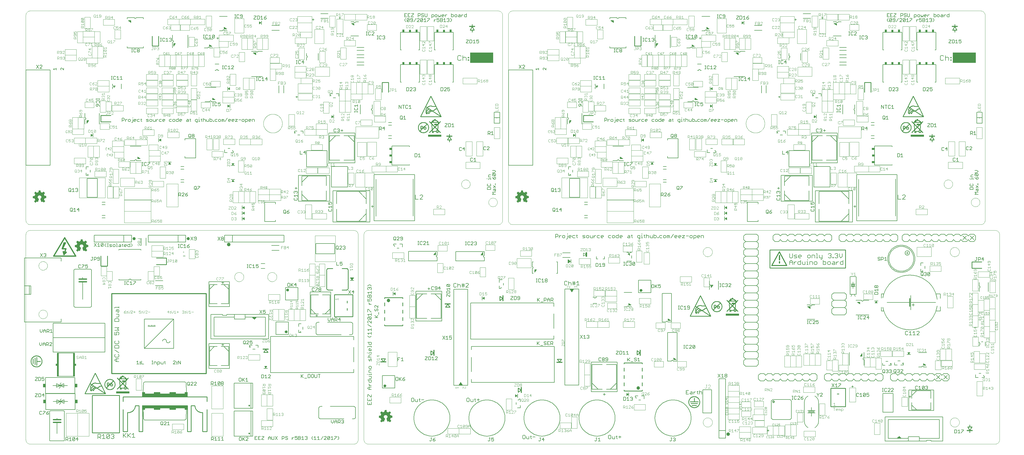
<source format=gto>
G75*
G70*
%OFA0B0*%
%FSLAX24Y24*%
%IPPOS*%
%LPD*%
%AMOC8*
5,1,8,0,0,1.08239X$1,22.5*
%
%ADD10C,0.0039*%
%ADD11R,0.0149X0.0001*%
%ADD12R,0.0004X0.0001*%
%ADD13R,0.0010X0.0001*%
%ADD14R,0.0017X0.0001*%
%ADD15R,0.0023X0.0001*%
%ADD16R,0.0029X0.0001*%
%ADD17R,0.0034X0.0001*%
%ADD18R,0.0040X0.0001*%
%ADD19R,0.0043X0.0002*%
%ADD20R,0.0047X0.0001*%
%ADD21R,0.0050X0.0001*%
%ADD22R,0.0054X0.0001*%
%ADD23R,0.0059X0.0001*%
%ADD24R,0.0064X0.0001*%
%ADD25R,0.0015X0.0001*%
%ADD26R,0.0067X0.0001*%
%ADD27R,0.0020X0.0001*%
%ADD28R,0.0070X0.0001*%
%ADD29R,0.0024X0.0001*%
%ADD30R,0.0074X0.0001*%
%ADD31R,0.0027X0.0001*%
%ADD32R,0.0076X0.0001*%
%ADD33R,0.0030X0.0001*%
%ADD34R,0.0081X0.0002*%
%ADD35R,0.0036X0.0002*%
%ADD36R,0.0086X0.0001*%
%ADD37R,0.0044X0.0001*%
%ADD38R,0.0091X0.0001*%
%ADD39R,0.0046X0.0001*%
%ADD40R,0.0094X0.0001*%
%ADD41R,0.0096X0.0001*%
%ADD42R,0.0053X0.0001*%
%ADD43R,0.0099X0.0001*%
%ADD44R,0.0056X0.0001*%
%ADD45R,0.0104X0.0001*%
%ADD46R,0.0060X0.0001*%
%ADD47R,0.0108X0.0001*%
%ADD48R,0.0112X0.0001*%
%ADD49R,0.0117X0.0001*%
%ADD50R,0.0072X0.0001*%
%ADD51R,0.0120X0.0002*%
%ADD52R,0.0075X0.0002*%
%ADD53R,0.0123X0.0001*%
%ADD54R,0.0078X0.0001*%
%ADD55R,0.0126X0.0001*%
%ADD56R,0.0081X0.0001*%
%ADD57R,0.0131X0.0001*%
%ADD58R,0.0136X0.0001*%
%ADD59R,0.0090X0.0001*%
%ADD60R,0.0139X0.0001*%
%ADD61R,0.0144X0.0001*%
%ADD62R,0.0147X0.0001*%
%ADD63R,0.0101X0.0001*%
%ADD64R,0.0150X0.0001*%
%ADD65R,0.0102X0.0001*%
%ADD66R,0.0153X0.0001*%
%ADD67R,0.0106X0.0001*%
%ADD68R,0.0158X0.0002*%
%ADD69R,0.0109X0.0002*%
%ADD70R,0.0164X0.0001*%
%ADD71R,0.0115X0.0001*%
%ADD72R,0.0168X0.0001*%
%ADD73R,0.0120X0.0001*%
%ADD74R,0.0171X0.0001*%
%ADD75R,0.0123X0.0001*%
%ADD76R,0.0172X0.0001*%
%ADD77R,0.0125X0.0001*%
%ADD78R,0.0175X0.0001*%
%ADD79R,0.0128X0.0001*%
%ADD80R,0.0180X0.0001*%
%ADD81R,0.0132X0.0001*%
%ADD82R,0.0186X0.0001*%
%ADD83R,0.0191X0.0001*%
%ADD84R,0.0141X0.0001*%
%ADD85R,0.0194X0.0001*%
%ADD86R,0.0145X0.0001*%
%ADD87R,0.0196X0.0002*%
%ADD88R,0.0149X0.0002*%
%ADD89R,0.0199X0.0001*%
%ADD90R,0.0151X0.0001*%
%ADD91R,0.0204X0.0001*%
%ADD92R,0.0153X0.0001*%
%ADD93R,0.0207X0.0001*%
%ADD94R,0.0158X0.0001*%
%ADD95R,0.0211X0.0001*%
%ADD96R,0.0162X0.0001*%
%ADD97R,0.0216X0.0001*%
%ADD98R,0.0166X0.0001*%
%ADD99R,0.0219X0.0001*%
%ADD100R,0.0007X0.0001*%
%ADD101R,0.0169X0.0001*%
%ADD102R,0.0222X0.0001*%
%ADD103R,0.0011X0.0001*%
%ADD104R,0.0224X0.0001*%
%ADD105R,0.0014X0.0001*%
%ADD106R,0.0176X0.0001*%
%ADD107R,0.0228X0.0001*%
%ADD108R,0.0018X0.0001*%
%ADD109R,0.0179X0.0001*%
%ADD110R,0.0234X0.0002*%
%ADD111R,0.0024X0.0002*%
%ADD112R,0.0183X0.0002*%
%ADD113R,0.0239X0.0001*%
%ADD114R,0.0189X0.0001*%
%ADD115R,0.0241X0.0001*%
%ADD116R,0.0033X0.0001*%
%ADD117R,0.0012X0.0001*%
%ADD118R,0.0192X0.0001*%
%ADD119R,0.0243X0.0001*%
%ADD120R,0.0038X0.0001*%
%ADD121R,0.0246X0.0001*%
%ADD122R,0.0041X0.0001*%
%ADD123R,0.0019X0.0001*%
%ADD124R,0.0196X0.0001*%
%ADD125R,0.0250X0.0001*%
%ADD126R,0.0021X0.0001*%
%ADD127R,0.0201X0.0001*%
%ADD128R,0.0254X0.0001*%
%ADD129R,0.0048X0.0001*%
%ADD130R,0.0258X0.0001*%
%ADD131R,0.0054X0.0001*%
%ADD132R,0.0209X0.0001*%
%ADD133R,0.0263X0.0001*%
%ADD134R,0.0213X0.0001*%
%ADD135R,0.0267X0.0001*%
%ADD136R,0.0063X0.0001*%
%ADD137R,0.0270X0.0002*%
%ADD138R,0.0066X0.0002*%
%ADD139R,0.0045X0.0002*%
%ADD140R,0.0219X0.0002*%
%ADD141R,0.0271X0.0001*%
%ADD142R,0.0220X0.0001*%
%ADD143R,0.0274X0.0001*%
%ADD144R,0.0051X0.0001*%
%ADD145R,0.0223X0.0001*%
%ADD146R,0.0278X0.0001*%
%ADD147R,0.0282X0.0001*%
%ADD148R,0.0231X0.0001*%
%ADD149R,0.0288X0.0001*%
%ADD150R,0.0085X0.0001*%
%ADD151R,0.0236X0.0001*%
%ADD152R,0.0289X0.0001*%
%ADD153R,0.0087X0.0001*%
%ADD154R,0.0066X0.0001*%
%ADD155R,0.0292X0.0001*%
%ADD156R,0.0069X0.0001*%
%ADD157R,0.0297X0.0001*%
%ADD158R,0.0300X0.0001*%
%ADD159R,0.0075X0.0001*%
%ADD160R,0.0305X0.0002*%
%ADD161R,0.0101X0.0002*%
%ADD162R,0.0078X0.0002*%
%ADD163R,0.0251X0.0002*%
%ADD164R,0.0309X0.0001*%
%ADD165R,0.0105X0.0001*%
%ADD166R,0.0083X0.0001*%
%ADD167R,0.0255X0.0001*%
%ADD168R,0.0314X0.0001*%
%ADD169R,0.0110X0.0001*%
%ADD170R,0.0087X0.0001*%
%ADD171R,0.0316X0.0001*%
%ADD172R,0.0113X0.0001*%
%ADD173R,0.0262X0.0001*%
%ADD174R,0.0319X0.0001*%
%ADD175R,0.0114X0.0001*%
%ADD176R,0.0093X0.0001*%
%ADD177R,0.0266X0.0001*%
%ADD178R,0.0321X0.0001*%
%ADD179R,0.0096X0.0001*%
%ADD180R,0.0324X0.0001*%
%ADD181R,0.0270X0.0001*%
%ADD182R,0.0329X0.0001*%
%ADD183R,0.0124X0.0001*%
%ADD184R,0.0275X0.0001*%
%ADD185R,0.0333X0.0001*%
%ADD186R,0.0279X0.0001*%
%ADD187R,0.0336X0.0001*%
%ADD188R,0.0111X0.0001*%
%ADD189R,0.0284X0.0001*%
%ADD190R,0.0339X0.0002*%
%ADD191R,0.0134X0.0002*%
%ADD192R,0.0114X0.0002*%
%ADD193R,0.0286X0.0002*%
%ADD194R,0.0342X0.0001*%
%ADD195R,0.0116X0.0001*%
%ADD196R,0.0491X0.0001*%
%ADD197R,0.0492X0.0001*%
%ADD198R,0.0294X0.0001*%
%ADD199R,0.0495X0.0001*%
%ADD200R,0.0299X0.0001*%
%ADD201R,0.0496X0.0001*%
%ADD202R,0.0127X0.0001*%
%ADD203R,0.0301X0.0001*%
%ADD204R,0.0498X0.0001*%
%ADD205R,0.0304X0.0001*%
%ADD206R,0.0501X0.0001*%
%ADD207R,0.0134X0.0001*%
%ADD208R,0.0308X0.0001*%
%ADD209R,0.0135X0.0001*%
%ADD210R,0.0311X0.0001*%
%ADD211R,0.0504X0.0001*%
%ADD212R,0.0138X0.0001*%
%ADD213R,0.0504X0.0002*%
%ADD214R,0.0141X0.0002*%
%ADD215R,0.0318X0.0002*%
%ADD216R,0.0507X0.0001*%
%ADD217R,0.0323X0.0001*%
%ADD218R,0.0326X0.0001*%
%ADD219R,0.0508X0.0001*%
%ADD220R,0.0152X0.0001*%
%ADD221R,0.0330X0.0001*%
%ADD222R,0.0510X0.0001*%
%ADD223R,0.0494X0.0001*%
%ADD224R,0.0512X0.0001*%
%ADD225R,0.0500X0.0001*%
%ADD226R,0.0513X0.0001*%
%ADD227R,0.0501X0.0001*%
%ADD228R,0.0513X0.0002*%
%ADD229R,0.0501X0.0002*%
%ADD230R,0.0503X0.0001*%
%ADD231R,0.0504X0.0001*%
%ADD232R,0.0506X0.0001*%
%ADD233R,0.0513X0.0001*%
%ADD234R,0.0509X0.0001*%
%ADD235R,0.0511X0.0001*%
%ADD236R,0.0514X0.0001*%
%ADD237R,0.0516X0.0001*%
%ADD238R,0.0513X0.0002*%
%ADD239R,0.0519X0.0002*%
%ADD240R,0.0519X0.0001*%
%ADD241R,0.0520X0.0001*%
%ADD242R,0.0522X0.0001*%
%ADD243R,0.0507X0.0001*%
%ADD244R,0.0509X0.0002*%
%ADD245R,0.0520X0.0002*%
%ADD246R,0.0522X0.0001*%
%ADD247R,0.0505X0.0001*%
%ADD248R,0.0502X0.0001*%
%ADD249R,0.0521X0.0001*%
%ADD250R,0.0503X0.0002*%
%ADD251R,0.0519X0.0002*%
%ADD252R,0.0519X0.0001*%
%ADD253R,0.0499X0.0001*%
%ADD254R,0.0517X0.0001*%
%ADD255R,0.0495X0.0002*%
%ADD256R,0.0514X0.0002*%
%ADD257R,0.0515X0.0001*%
%ADD258R,0.0492X0.0001*%
%ADD259R,0.0490X0.0001*%
%ADD260R,0.0490X0.0002*%
%ADD261R,0.0511X0.0002*%
%ADD262R,0.0489X0.0001*%
%ADD263R,0.0489X0.0001*%
%ADD264R,0.0488X0.0001*%
%ADD265R,0.0485X0.0001*%
%ADD266R,0.0483X0.0001*%
%ADD267R,0.0483X0.0002*%
%ADD268R,0.0507X0.0002*%
%ADD269R,0.0483X0.0001*%
%ADD270R,0.0481X0.0001*%
%ADD271R,0.0480X0.0001*%
%ADD272R,0.0480X0.0002*%
%ADD273R,0.0501X0.0002*%
%ADD274R,0.0479X0.0001*%
%ADD275R,0.0477X0.0001*%
%ADD276R,0.0477X0.0001*%
%ADD277R,0.0475X0.0001*%
%ADD278R,0.0474X0.0001*%
%ADD279R,0.0472X0.0001*%
%ADD280R,0.0472X0.0002*%
%ADD281R,0.0498X0.0002*%
%ADD282R,0.0471X0.0001*%
%ADD283R,0.0473X0.0001*%
%ADD284R,0.0471X0.0001*%
%ADD285R,0.0470X0.0001*%
%ADD286R,0.0468X0.0001*%
%ADD287R,0.0469X0.0001*%
%ADD288R,0.0468X0.0002*%
%ADD289R,0.0491X0.0002*%
%ADD290R,0.0466X0.0001*%
%ADD291R,0.0465X0.0001*%
%ADD292R,0.0464X0.0001*%
%ADD293R,0.0462X0.0001*%
%ADD294R,0.0462X0.0002*%
%ADD295R,0.0489X0.0002*%
%ADD296R,0.0461X0.0001*%
%ADD297R,0.0460X0.0001*%
%ADD298R,0.0459X0.0001*%
%ADD299R,0.0484X0.0001*%
%ADD300R,0.0457X0.0001*%
%ADD301R,0.0459X0.0001*%
%ADD302R,0.0458X0.0002*%
%ADD303R,0.0484X0.0002*%
%ADD304R,0.0456X0.0001*%
%ADD305R,0.0455X0.0001*%
%ADD306R,0.0453X0.0001*%
%ADD307R,0.0451X0.0001*%
%ADD308R,0.0453X0.0001*%
%ADD309R,0.0450X0.0001*%
%ADD310R,0.0451X0.0002*%
%ADD311R,0.0478X0.0001*%
%ADD312R,0.0449X0.0001*%
%ADD313R,0.0476X0.0001*%
%ADD314R,0.0447X0.0001*%
%ADD315R,0.0474X0.0001*%
%ADD316R,0.0449X0.0002*%
%ADD317R,0.0476X0.0002*%
%ADD318R,0.0454X0.0001*%
%ADD319R,0.0469X0.0002*%
%ADD320R,0.0468X0.0001*%
%ADD321R,0.0467X0.0001*%
%ADD322R,0.0473X0.0002*%
%ADD323R,0.0468X0.0002*%
%ADD324R,0.0486X0.0002*%
%ADD325R,0.0474X0.0002*%
%ADD326R,0.0487X0.0001*%
%ADD327R,0.0497X0.0001*%
%ADD328R,0.0486X0.0001*%
%ADD329R,0.0500X0.0002*%
%ADD330R,0.0487X0.0002*%
%ADD331R,0.0498X0.0001*%
%ADD332R,0.0524X0.0002*%
%ADD333R,0.0524X0.0001*%
%ADD334R,0.0525X0.0001*%
%ADD335R,0.0528X0.0001*%
%ADD336R,0.0529X0.0001*%
%ADD337R,0.0533X0.0001*%
%ADD338R,0.0534X0.0001*%
%ADD339R,0.0523X0.0001*%
%ADD340R,0.0536X0.0001*%
%ADD341R,0.0537X0.0002*%
%ADD342R,0.0527X0.0002*%
%ADD343R,0.0537X0.0001*%
%ADD344R,0.0528X0.0001*%
%ADD345R,0.0539X0.0001*%
%ADD346R,0.0530X0.0001*%
%ADD347R,0.0540X0.0001*%
%ADD348R,0.0541X0.0001*%
%ADD349R,0.0531X0.0001*%
%ADD350R,0.0543X0.0001*%
%ADD351R,0.0544X0.0001*%
%ADD352R,0.0546X0.0002*%
%ADD353R,0.0536X0.0002*%
%ADD354R,0.0547X0.0001*%
%ADD355R,0.0551X0.0001*%
%ADD356R,0.0552X0.0001*%
%ADD357R,0.0554X0.0001*%
%ADD358R,0.0555X0.0001*%
%ADD359R,0.0555X0.0002*%
%ADD360R,0.0547X0.0002*%
%ADD361R,0.0549X0.0001*%
%ADD362R,0.0548X0.0001*%
%ADD363R,0.0538X0.0001*%
%ADD364R,0.0537X0.0001*%
%ADD365R,0.0533X0.0002*%
%ADD366R,0.0531X0.0001*%
%ADD367R,0.0526X0.0001*%
%ADD368R,0.0518X0.0001*%
%ADD369R,0.0498X0.0002*%
%ADD370R,0.0496X0.0002*%
%ADD371R,0.0486X0.0001*%
%ADD372R,0.0485X0.0002*%
%ADD373R,0.0482X0.0001*%
%ADD374R,0.0477X0.0002*%
%ADD375R,0.0530X0.0002*%
%ADD376R,0.0464X0.0002*%
%ADD377R,0.0561X0.0001*%
%ADD378R,0.0570X0.0001*%
%ADD379R,0.0576X0.0001*%
%ADD380R,0.0581X0.0001*%
%ADD381R,0.0585X0.0001*%
%ADD382R,0.0589X0.0001*%
%ADD383R,0.0600X0.0002*%
%ADD384R,0.0614X0.0001*%
%ADD385R,0.0623X0.0001*%
%ADD386R,0.0630X0.0001*%
%ADD387R,0.0633X0.0001*%
%ADD388R,0.0638X0.0001*%
%ADD389R,0.0645X0.0001*%
%ADD390R,0.0657X0.0001*%
%ADD391R,0.0556X0.0001*%
%ADD392R,0.0669X0.0001*%
%ADD393R,0.0674X0.0001*%
%ADD394R,0.0579X0.0001*%
%ADD395R,0.0676X0.0002*%
%ADD396R,0.0585X0.0002*%
%ADD397R,0.0678X0.0001*%
%ADD398R,0.0590X0.0001*%
%ADD399R,0.0679X0.0001*%
%ADD400R,0.0596X0.0001*%
%ADD401R,0.0681X0.0001*%
%ADD402R,0.0606X0.0001*%
%ADD403R,0.0620X0.0001*%
%ADD404R,0.0682X0.0001*%
%ADD405R,0.0633X0.0001*%
%ADD406R,0.0684X0.0001*%
%ADD407R,0.0639X0.0001*%
%ADD408R,0.0649X0.0001*%
%ADD409R,0.0684X0.0001*%
%ADD410R,0.0655X0.0001*%
%ADD411R,0.0683X0.0002*%
%ADD412R,0.0664X0.0002*%
%ADD413R,0.0683X0.0001*%
%ADD414R,0.0670X0.0001*%
%ADD415R,0.0671X0.0001*%
%ADD416R,0.0681X0.0001*%
%ADD417R,0.0672X0.0001*%
%ADD418R,0.0680X0.0001*%
%ADD419R,0.0675X0.0001*%
%ADD420R,0.0676X0.0001*%
%ADD421R,0.0680X0.0002*%
%ADD422R,0.0678X0.0002*%
%ADD423R,0.0678X0.0001*%
%ADD424R,0.0675X0.0002*%
%ADD425R,0.0672X0.0002*%
%ADD426R,0.0672X0.0001*%
%ADD427R,0.0671X0.0002*%
%ADD428R,0.0670X0.0002*%
%ADD429R,0.0669X0.0001*%
%ADD430R,0.0667X0.0001*%
%ADD431R,0.0669X0.0002*%
%ADD432R,0.0667X0.0002*%
%ADD433R,0.0668X0.0001*%
%ADD434R,0.0666X0.0001*%
%ADD435R,0.0668X0.0002*%
%ADD436R,0.0666X0.0002*%
%ADD437R,0.0666X0.0001*%
%ADD438R,0.0664X0.0001*%
%ADD439R,0.0663X0.0001*%
%ADD440R,0.0666X0.0002*%
%ADD441R,0.0663X0.0002*%
%ADD442R,0.0665X0.0001*%
%ADD443R,0.0674X0.0002*%
%ADD444R,0.0677X0.0001*%
%ADD445R,0.0678X0.0002*%
%ADD446R,0.0682X0.0002*%
%ADD447R,0.0686X0.0001*%
%ADD448R,0.0686X0.0002*%
%ADD449R,0.0687X0.0001*%
%ADD450R,0.0689X0.0001*%
%ADD451R,0.0653X0.0001*%
%ADD452R,0.0641X0.0001*%
%ADD453R,0.0626X0.0001*%
%ADD454R,0.0616X0.0001*%
%ADD455R,0.0687X0.0001*%
%ADD456R,0.0612X0.0001*%
%ADD457R,0.0688X0.0001*%
%ADD458R,0.0606X0.0001*%
%ADD459R,0.0601X0.0001*%
%ADD460R,0.0591X0.0002*%
%ADD461R,0.0567X0.0001*%
%ADD462R,0.0560X0.0001*%
%ADD463R,0.0659X0.0001*%
%ADD464R,0.0516X0.0001*%
%ADD465R,0.0639X0.0001*%
%ADD466R,0.0502X0.0002*%
%ADD467R,0.0633X0.0002*%
%ADD468R,0.0608X0.0001*%
%ADD469R,0.0582X0.0001*%
%ADD470R,0.0577X0.0001*%
%ADD471R,0.0569X0.0002*%
%ADD472R,0.0546X0.0001*%
%ADD473R,0.0486X0.0002*%
%ADD474R,0.0493X0.0001*%
%ADD475R,0.0516X0.0002*%
%ADD476R,0.0532X0.0001*%
%ADD477R,0.0534X0.0002*%
%ADD478R,0.0535X0.0002*%
%ADD479R,0.0543X0.0001*%
%ADD480R,0.0553X0.0001*%
%ADD481R,0.0559X0.0001*%
%ADD482R,0.0564X0.0001*%
%ADD483R,0.0564X0.0001*%
%ADD484R,0.0567X0.0001*%
%ADD485R,0.0569X0.0001*%
%ADD486R,0.0570X0.0002*%
%ADD487R,0.0571X0.0002*%
%ADD488R,0.0571X0.0001*%
%ADD489R,0.0573X0.0001*%
%ADD490R,0.0574X0.0001*%
%ADD491R,0.0576X0.0001*%
%ADD492R,0.0600X0.0001*%
%ADD493R,0.0611X0.0001*%
%ADD494R,0.0618X0.0001*%
%ADD495R,0.0621X0.0001*%
%ADD496R,0.1269X0.0001*%
%ADD497R,0.1267X0.0001*%
%ADD498R,0.1266X0.0001*%
%ADD499R,0.1266X0.0002*%
%ADD500R,0.1264X0.0001*%
%ADD501R,0.1261X0.0001*%
%ADD502R,0.1260X0.0001*%
%ADD503R,0.1259X0.0001*%
%ADD504R,0.1256X0.0001*%
%ADD505R,0.1254X0.0001*%
%ADD506R,0.1253X0.0001*%
%ADD507R,0.1251X0.0001*%
%ADD508R,0.1251X0.0002*%
%ADD509R,0.1248X0.0001*%
%ADD510R,0.1245X0.0001*%
%ADD511R,0.1244X0.0001*%
%ADD512R,0.1242X0.0001*%
%ADD513R,0.1239X0.0001*%
%ADD514R,0.1237X0.0001*%
%ADD515R,0.1236X0.0002*%
%ADD516R,0.1233X0.0001*%
%ADD517R,0.1230X0.0001*%
%ADD518R,0.1229X0.0001*%
%ADD519R,0.1227X0.0001*%
%ADD520R,0.1226X0.0001*%
%ADD521R,0.1224X0.0001*%
%ADD522R,0.1223X0.0002*%
%ADD523R,0.1219X0.0001*%
%ADD524R,0.1216X0.0001*%
%ADD525R,0.1215X0.0001*%
%ADD526R,0.1214X0.0001*%
%ADD527R,0.1212X0.0001*%
%ADD528R,0.1209X0.0001*%
%ADD529R,0.1207X0.0002*%
%ADD530R,0.1206X0.0001*%
%ADD531R,0.1204X0.0001*%
%ADD532R,0.1201X0.0001*%
%ADD533R,0.1200X0.0001*%
%ADD534R,0.1199X0.0001*%
%ADD535R,0.1196X0.0001*%
%ADD536R,0.1194X0.0001*%
%ADD537R,0.1193X0.0001*%
%ADD538R,0.1191X0.0001*%
%ADD539R,0.1191X0.0002*%
%ADD540R,0.1188X0.0001*%
%ADD541R,0.1185X0.0001*%
%ADD542R,0.1184X0.0001*%
%ADD543R,0.1181X0.0001*%
%ADD544R,0.1177X0.0001*%
%ADD545R,0.1176X0.0001*%
%ADD546R,0.1174X0.0001*%
%ADD547R,0.1173X0.0001*%
%ADD548R,0.1170X0.0002*%
%ADD549R,0.1170X0.0001*%
%ADD550R,0.1169X0.0001*%
%ADD551R,0.1166X0.0001*%
%ADD552R,0.1164X0.0001*%
%ADD553R,0.1163X0.0001*%
%ADD554R,0.1163X0.0002*%
%ADD555R,0.1167X0.0001*%
%ADD556R,0.1171X0.0001*%
%ADD557R,0.1179X0.0001*%
%ADD558R,0.1182X0.0001*%
%ADD559R,0.1182X0.0002*%
%ADD560R,0.1188X0.0001*%
%ADD561R,0.1190X0.0001*%
%ADD562R,0.1197X0.0001*%
%ADD563R,0.1204X0.0002*%
%ADD564R,0.1207X0.0001*%
%ADD565R,0.1210X0.0001*%
%ADD566R,0.1213X0.0001*%
%ADD567R,0.1217X0.0001*%
%ADD568R,0.1218X0.0001*%
%ADD569R,0.1220X0.0001*%
%ADD570R,0.1221X0.0001*%
%ADD571R,0.1223X0.0001*%
%ADD572R,0.1226X0.0002*%
%ADD573R,0.1236X0.0001*%
%ADD574R,0.1239X0.0001*%
%ADD575R,0.1240X0.0001*%
%ADD576R,0.1243X0.0001*%
%ADD577R,0.1248X0.0002*%
%ADD578R,0.1248X0.0001*%
%ADD579R,0.1251X0.0001*%
%ADD580R,0.1257X0.0001*%
%ADD581R,0.1263X0.0001*%
%ADD582R,0.1267X0.0002*%
%ADD583R,0.1270X0.0001*%
%ADD584R,0.1274X0.0001*%
%ADD585R,0.1275X0.0001*%
%ADD586R,0.1278X0.0001*%
%ADD587R,0.1280X0.0001*%
%ADD588R,0.1281X0.0001*%
%ADD589R,0.1284X0.0001*%
%ADD590R,0.1286X0.0001*%
%ADD591R,0.1289X0.0001*%
%ADD592R,0.1290X0.0002*%
%ADD593R,0.1291X0.0001*%
%ADD594R,0.1294X0.0001*%
%ADD595R,0.1296X0.0001*%
%ADD596R,0.1299X0.0001*%
%ADD597R,0.1300X0.0001*%
%ADD598R,0.1302X0.0001*%
%ADD599R,0.1304X0.0001*%
%ADD600R,0.1306X0.0001*%
%ADD601R,0.1308X0.0001*%
%ADD602R,0.1311X0.0002*%
%ADD603R,0.1313X0.0001*%
%ADD604R,0.1316X0.0001*%
%ADD605R,0.1317X0.0001*%
%ADD606R,0.1320X0.0001*%
%ADD607R,0.1323X0.0001*%
%ADD608R,0.1326X0.0001*%
%ADD609R,0.1329X0.0001*%
%ADD610R,0.1332X0.0002*%
%ADD611R,0.1335X0.0001*%
%ADD612R,0.1336X0.0001*%
%ADD613R,0.1340X0.0001*%
%ADD614R,0.1343X0.0001*%
%ADD615R,0.1346X0.0001*%
%ADD616R,0.1347X0.0001*%
%ADD617R,0.1350X0.0001*%
%ADD618R,0.1353X0.0002*%
%ADD619R,0.1356X0.0001*%
%ADD620R,0.1357X0.0001*%
%ADD621R,0.1360X0.0001*%
%ADD622R,0.1364X0.0001*%
%ADD623R,0.1365X0.0001*%
%ADD624R,0.1368X0.0001*%
%ADD625R,0.1369X0.0001*%
%ADD626R,0.1373X0.0001*%
%ADD627R,0.1374X0.0002*%
%ADD628R,0.1377X0.0001*%
%ADD629R,0.1379X0.0001*%
%ADD630R,0.1380X0.0001*%
%ADD631R,0.1383X0.0001*%
%ADD632R,0.1386X0.0001*%
%ADD633R,0.1387X0.0001*%
%ADD634R,0.1391X0.0001*%
%ADD635R,0.1394X0.0001*%
%ADD636R,0.1395X0.0002*%
%ADD637R,0.1398X0.0001*%
%ADD638R,0.1401X0.0001*%
%ADD639R,0.1403X0.0001*%
%ADD640R,0.1406X0.0001*%
%ADD641R,0.1407X0.0001*%
%ADD642R,0.1409X0.0001*%
%ADD643R,0.1411X0.0001*%
%ADD644R,0.1414X0.0001*%
%ADD645R,0.1416X0.0002*%
%ADD646R,0.1419X0.0001*%
%ADD647R,0.1421X0.0001*%
%ADD648R,0.1422X0.0001*%
%ADD649R,0.1424X0.0001*%
%ADD650R,0.1426X0.0001*%
%ADD651R,0.1428X0.0001*%
%ADD652R,0.1429X0.0002*%
%ADD653R,0.1429X0.0001*%
%ADD654R,0.1425X0.0001*%
%ADD655R,0.1421X0.0002*%
%ADD656R,0.1418X0.0001*%
%ADD657R,0.1416X0.0001*%
%ADD658R,0.1413X0.0001*%
%ADD659R,0.1410X0.0001*%
%ADD660R,0.1404X0.0001*%
%ADD661R,0.1401X0.0001*%
%ADD662R,0.0346X0.0001*%
%ADD663R,0.1044X0.0001*%
%ADD664R,0.0342X0.0002*%
%ADD665R,0.1040X0.0002*%
%ADD666R,0.0337X0.0001*%
%ADD667R,0.1034X0.0001*%
%ADD668R,0.0357X0.0001*%
%ADD669R,0.0660X0.0001*%
%ADD670R,0.0353X0.0001*%
%ADD671R,0.0327X0.0001*%
%ADD672R,0.0349X0.0001*%
%ADD673R,0.0321X0.0001*%
%ADD674R,0.0648X0.0001*%
%ADD675R,0.0344X0.0001*%
%ADD676R,0.0317X0.0001*%
%ADD677R,0.0339X0.0001*%
%ADD678R,0.0312X0.0001*%
%ADD679R,0.0631X0.0001*%
%ADD680R,0.0334X0.0001*%
%ADD681R,0.0309X0.0001*%
%ADD682R,0.0307X0.0002*%
%ADD683R,0.0623X0.0002*%
%ADD684R,0.0327X0.0002*%
%ADD685R,0.0618X0.0001*%
%ADD686R,0.0297X0.0001*%
%ADD687R,0.0607X0.0001*%
%ADD688R,0.0320X0.0001*%
%ADD689R,0.0293X0.0001*%
%ADD690R,0.0599X0.0001*%
%ADD691R,0.0313X0.0001*%
%ADD692R,0.0285X0.0001*%
%ADD693R,0.0584X0.0001*%
%ADD694R,0.0303X0.0001*%
%ADD695R,0.0281X0.0001*%
%ADD696R,0.0273X0.0002*%
%ADD697R,0.0563X0.0002*%
%ADD698R,0.0293X0.0002*%
%ADD699R,0.0264X0.0001*%
%ADD700R,0.0259X0.0001*%
%ADD701R,0.0256X0.0001*%
%ADD702R,0.0276X0.0001*%
%ADD703R,0.0252X0.0001*%
%ADD704R,0.0273X0.0001*%
%ADD705R,0.0248X0.0001*%
%ADD706R,0.0269X0.0001*%
%ADD707R,0.0245X0.0001*%
%ADD708R,0.0240X0.0001*%
%ADD709R,0.0237X0.0002*%
%ADD710R,0.0256X0.0002*%
%ADD711R,0.0234X0.0001*%
%ADD712R,0.0232X0.0001*%
%ADD713R,0.0251X0.0001*%
%ADD714R,0.0228X0.0001*%
%ADD715R,0.0246X0.0001*%
%ADD716R,0.0456X0.0001*%
%ADD717R,0.0219X0.0001*%
%ADD718R,0.0444X0.0001*%
%ADD719R,0.0237X0.0001*%
%ADD720R,0.0214X0.0001*%
%ADD721R,0.0436X0.0001*%
%ADD722R,0.0432X0.0001*%
%ADD723R,0.0231X0.0001*%
%ADD724R,0.0210X0.0001*%
%ADD725R,0.0426X0.0001*%
%ADD726R,0.0420X0.0001*%
%ADD727R,0.0226X0.0001*%
%ADD728R,0.0204X0.0002*%
%ADD729R,0.0409X0.0002*%
%ADD730R,0.0222X0.0002*%
%ADD731R,0.0391X0.0001*%
%ADD732R,0.0217X0.0001*%
%ADD733R,0.0376X0.0001*%
%ADD734R,0.0368X0.0001*%
%ADD735R,0.0189X0.0001*%
%ADD736R,0.0361X0.0001*%
%ADD737R,0.0206X0.0001*%
%ADD738R,0.0186X0.0001*%
%ADD739R,0.0356X0.0001*%
%ADD740R,0.0181X0.0001*%
%ADD741R,0.0345X0.0001*%
%ADD742R,0.0173X0.0001*%
%ADD743R,0.0331X0.0001*%
%ADD744R,0.0190X0.0001*%
%ADD745R,0.0168X0.0001*%
%ADD746R,0.0165X0.0002*%
%ADD747R,0.0162X0.0001*%
%ADD748R,0.0159X0.0001*%
%ADD749R,0.0177X0.0001*%
%ADD750R,0.0156X0.0001*%
%ADD751R,0.0324X0.0001*%
%ADD752R,0.0174X0.0001*%
%ADD753R,0.0167X0.0001*%
%ADD754R,0.0146X0.0001*%
%ADD755R,0.0163X0.0001*%
%ADD756R,0.0141X0.0001*%
%ADD757R,0.0140X0.0001*%
%ADD758R,0.0137X0.0001*%
%ADD759R,0.0133X0.0001*%
%ADD760R,0.0129X0.0002*%
%ADD761R,0.0321X0.0002*%
%ADD762R,0.0146X0.0002*%
%ADD763R,0.0119X0.0001*%
%ADD764R,0.0129X0.0001*%
%ADD765R,0.0111X0.0001*%
%ADD766R,0.0126X0.0001*%
%ADD767R,0.0318X0.0001*%
%ADD768R,0.0097X0.0001*%
%ADD769R,0.0315X0.0001*%
%ADD770R,0.0089X0.0002*%
%ADD771R,0.0315X0.0002*%
%ADD772R,0.0105X0.0002*%
%ADD773R,0.0079X0.0001*%
%ADD774R,0.0089X0.0001*%
%ADD775R,0.0069X0.0001*%
%ADD776R,0.0084X0.0001*%
%ADD777R,0.0057X0.0001*%
%ADD778R,0.0052X0.0002*%
%ADD779R,0.0311X0.0002*%
%ADD780R,0.0066X0.0002*%
%ADD781R,0.0061X0.0001*%
%ADD782R,0.0042X0.0001*%
%ADD783R,0.0055X0.0001*%
%ADD784R,0.0039X0.0001*%
%ADD785R,0.0052X0.0001*%
%ADD786R,0.0036X0.0001*%
%ADD787R,0.0049X0.0001*%
%ADD788R,0.0307X0.0001*%
%ADD789R,0.0045X0.0001*%
%ADD790R,0.0022X0.0001*%
%ADD791R,0.0035X0.0001*%
%ADD792R,0.0025X0.0002*%
%ADD793R,0.0306X0.0001*%
%ADD794R,0.0018X0.0001*%
%ADD795R,0.0008X0.0001*%
%ADD796R,0.0300X0.0002*%
%ADD797R,0.0296X0.0001*%
%ADD798R,0.0294X0.0002*%
%ADD799R,0.0294X0.0001*%
%ADD800R,0.0291X0.0001*%
%ADD801R,0.0291X0.0002*%
%ADD802R,0.0286X0.0001*%
%ADD803R,0.0281X0.0002*%
%ADD804R,0.0277X0.0001*%
%ADD805R,0.0276X0.0001*%
%ADD806R,0.0266X0.0002*%
%ADD807R,0.0264X0.0001*%
%ADD808R,0.0261X0.0001*%
%ADD809R,0.0259X0.0002*%
%ADD810R,0.0254X0.0002*%
%ADD811R,0.0248X0.0002*%
%ADD812R,0.0218X0.0002*%
%ADD813R,0.0157X0.0001*%
%ADD814C,0.0050*%
%ADD815C,0.0080*%
%ADD816R,0.3150X0.1425*%
%ADD817C,0.0100*%
%ADD818C,0.0060*%
%ADD819C,0.0040*%
%ADD820C,0.0070*%
%ADD821C,0.0150*%
%ADD822C,0.0120*%
%ADD823C,0.0030*%
%ADD824C,0.0160*%
%ADD825R,0.0079X0.0551*%
%ADD826C,0.0020*%
%ADD827C,0.0000*%
%ADD828R,0.0551X0.0079*%
%ADD829R,0.0327X0.0299*%
%ADD830R,0.0358X0.0299*%
%ADD831R,0.0299X0.0327*%
%ADD832R,0.0299X0.0358*%
%ADD833R,0.1800X0.0300*%
%ADD834R,0.0827X0.0118*%
%ADD835C,0.0472*%
%ADD836R,0.0118X0.1181*%
%ADD837R,0.0240X0.0620*%
%ADD838R,0.0118X0.0827*%
%ADD839R,0.0079X0.0079*%
%ADD840R,0.0350X0.0500*%
%ADD841R,0.6200X0.0400*%
%ADD842R,0.0400X0.0200*%
%ADD843R,0.0850X0.0200*%
%ADD844C,0.0217*%
%ADD845R,0.0197X0.3150*%
%ADD846R,0.0225X0.0300*%
%ADD847C,0.0200*%
D10*
X004103Y003078D02*
X048197Y003078D01*
X048243Y003080D01*
X048289Y003085D01*
X048335Y003094D01*
X048380Y003107D01*
X048423Y003123D01*
X048465Y003142D01*
X048506Y003165D01*
X048544Y003191D01*
X048581Y003220D01*
X048615Y003251D01*
X048646Y003285D01*
X048675Y003322D01*
X048701Y003360D01*
X048724Y003401D01*
X048743Y003443D01*
X048759Y003486D01*
X048772Y003531D01*
X048781Y003577D01*
X048786Y003623D01*
X048788Y003669D01*
X048788Y031622D01*
X048786Y031668D01*
X048781Y031714D01*
X048772Y031760D01*
X048759Y031805D01*
X048743Y031848D01*
X048724Y031890D01*
X048701Y031931D01*
X048675Y031969D01*
X048646Y032006D01*
X048615Y032040D01*
X048581Y032071D01*
X048544Y032100D01*
X048506Y032126D01*
X048465Y032149D01*
X048423Y032168D01*
X048380Y032184D01*
X048335Y032197D01*
X048289Y032206D01*
X048243Y032211D01*
X048197Y032213D01*
X048197Y032212D02*
X004103Y032212D01*
X004103Y032213D02*
X004057Y032211D01*
X004011Y032206D01*
X003965Y032197D01*
X003920Y032184D01*
X003877Y032168D01*
X003835Y032149D01*
X003794Y032126D01*
X003756Y032100D01*
X003719Y032071D01*
X003685Y032040D01*
X003654Y032006D01*
X003625Y031969D01*
X003599Y031931D01*
X003576Y031890D01*
X003557Y031848D01*
X003541Y031805D01*
X003528Y031760D01*
X003519Y031714D01*
X003514Y031668D01*
X003512Y031622D01*
X003512Y003669D01*
X003514Y003623D01*
X003519Y003577D01*
X003528Y003531D01*
X003541Y003486D01*
X003557Y003443D01*
X003576Y003401D01*
X003599Y003360D01*
X003625Y003322D01*
X003654Y003285D01*
X003685Y003251D01*
X003719Y003220D01*
X003756Y003191D01*
X003794Y003165D01*
X003835Y003142D01*
X003877Y003123D01*
X003920Y003107D01*
X003965Y003094D01*
X004011Y003085D01*
X004057Y003080D01*
X004103Y003078D01*
X049575Y003669D02*
X049575Y031622D01*
X049577Y031668D01*
X049582Y031714D01*
X049591Y031760D01*
X049604Y031805D01*
X049620Y031848D01*
X049639Y031890D01*
X049662Y031931D01*
X049688Y031969D01*
X049717Y032006D01*
X049748Y032040D01*
X049782Y032071D01*
X049819Y032100D01*
X049857Y032126D01*
X049898Y032149D01*
X049940Y032168D01*
X049983Y032184D01*
X050028Y032197D01*
X050074Y032206D01*
X050120Y032211D01*
X050166Y032213D01*
X050166Y032212D02*
X135599Y032212D01*
X135599Y032213D02*
X135645Y032211D01*
X135691Y032206D01*
X135737Y032197D01*
X135782Y032184D01*
X135825Y032168D01*
X135867Y032149D01*
X135908Y032126D01*
X135946Y032100D01*
X135983Y032071D01*
X136017Y032040D01*
X136048Y032006D01*
X136077Y031969D01*
X136103Y031931D01*
X136126Y031890D01*
X136145Y031848D01*
X136161Y031805D01*
X136174Y031760D01*
X136183Y031714D01*
X136188Y031668D01*
X136190Y031622D01*
X136189Y031622D02*
X136189Y003669D01*
X136190Y003669D02*
X136188Y003623D01*
X136183Y003577D01*
X136174Y003531D01*
X136161Y003486D01*
X136145Y003443D01*
X136126Y003401D01*
X136103Y003360D01*
X136077Y003322D01*
X136048Y003285D01*
X136017Y003251D01*
X135983Y003220D01*
X135946Y003191D01*
X135908Y003165D01*
X135867Y003142D01*
X135825Y003123D01*
X135782Y003107D01*
X135737Y003094D01*
X135691Y003085D01*
X135645Y003080D01*
X135599Y003078D01*
X050166Y003078D01*
X050120Y003080D01*
X050074Y003085D01*
X050028Y003094D01*
X049983Y003107D01*
X049940Y003123D01*
X049898Y003142D01*
X049857Y003165D01*
X049819Y003191D01*
X049782Y003220D01*
X049748Y003251D01*
X049717Y003285D01*
X049688Y003322D01*
X049662Y003360D01*
X049639Y003401D01*
X049620Y003443D01*
X049604Y003486D01*
X049591Y003531D01*
X049582Y003577D01*
X049577Y003623D01*
X049575Y003669D01*
X067882Y033000D02*
X004103Y033000D01*
X004103Y032999D02*
X004057Y033001D01*
X004011Y033006D01*
X003965Y033015D01*
X003920Y033028D01*
X003877Y033044D01*
X003835Y033063D01*
X003794Y033086D01*
X003756Y033112D01*
X003719Y033141D01*
X003685Y033172D01*
X003654Y033206D01*
X003625Y033243D01*
X003599Y033281D01*
X003576Y033322D01*
X003557Y033364D01*
X003541Y033407D01*
X003528Y033452D01*
X003519Y033498D01*
X003514Y033544D01*
X003512Y033590D01*
X003512Y061543D01*
X003514Y061589D01*
X003519Y061635D01*
X003528Y061681D01*
X003541Y061726D01*
X003557Y061769D01*
X003576Y061811D01*
X003599Y061852D01*
X003625Y061890D01*
X003654Y061927D01*
X003685Y061961D01*
X003719Y061992D01*
X003756Y062021D01*
X003794Y062047D01*
X003835Y062070D01*
X003877Y062089D01*
X003920Y062105D01*
X003965Y062118D01*
X004011Y062127D01*
X004057Y062132D01*
X004103Y062134D01*
X004103Y062133D02*
X067882Y062133D01*
X067882Y062134D02*
X067928Y062132D01*
X067974Y062127D01*
X068020Y062118D01*
X068065Y062105D01*
X068108Y062089D01*
X068150Y062070D01*
X068191Y062047D01*
X068229Y062021D01*
X068266Y061992D01*
X068300Y061961D01*
X068331Y061927D01*
X068360Y061890D01*
X068386Y061852D01*
X068409Y061811D01*
X068428Y061769D01*
X068444Y061726D01*
X068457Y061681D01*
X068466Y061635D01*
X068471Y061589D01*
X068473Y061543D01*
X068473Y033590D01*
X068471Y033544D01*
X068466Y033498D01*
X068457Y033452D01*
X068444Y033407D01*
X068428Y033364D01*
X068409Y033322D01*
X068386Y033281D01*
X068360Y033243D01*
X068331Y033206D01*
X068300Y033172D01*
X068266Y033141D01*
X068229Y033112D01*
X068191Y033086D01*
X068150Y033063D01*
X068108Y033044D01*
X068065Y033028D01*
X068020Y033015D01*
X067974Y033006D01*
X067928Y033001D01*
X067882Y032999D01*
X069260Y033590D02*
X069260Y061543D01*
X069262Y061589D01*
X069267Y061635D01*
X069276Y061681D01*
X069289Y061726D01*
X069305Y061769D01*
X069324Y061811D01*
X069347Y061852D01*
X069373Y061890D01*
X069402Y061927D01*
X069433Y061961D01*
X069467Y061992D01*
X069504Y062021D01*
X069542Y062047D01*
X069583Y062070D01*
X069625Y062089D01*
X069668Y062105D01*
X069713Y062118D01*
X069759Y062127D01*
X069805Y062132D01*
X069851Y062134D01*
X069851Y062133D02*
X133630Y062133D01*
X133630Y062134D02*
X133676Y062132D01*
X133722Y062127D01*
X133768Y062118D01*
X133813Y062105D01*
X133856Y062089D01*
X133898Y062070D01*
X133939Y062047D01*
X133977Y062021D01*
X134014Y061992D01*
X134048Y061961D01*
X134079Y061927D01*
X134108Y061890D01*
X134134Y061852D01*
X134157Y061811D01*
X134176Y061769D01*
X134192Y061726D01*
X134205Y061681D01*
X134214Y061635D01*
X134219Y061589D01*
X134221Y061543D01*
X134221Y033590D01*
X134219Y033544D01*
X134214Y033498D01*
X134205Y033452D01*
X134192Y033407D01*
X134176Y033364D01*
X134157Y033322D01*
X134134Y033281D01*
X134108Y033243D01*
X134079Y033206D01*
X134048Y033172D01*
X134014Y033141D01*
X133977Y033112D01*
X133939Y033086D01*
X133898Y033063D01*
X133856Y033044D01*
X133813Y033028D01*
X133768Y033015D01*
X133722Y033006D01*
X133676Y033001D01*
X133630Y032999D01*
X133630Y033000D02*
X069851Y033000D01*
X069851Y032999D02*
X069805Y033001D01*
X069759Y033006D01*
X069713Y033015D01*
X069668Y033028D01*
X069625Y033044D01*
X069583Y033063D01*
X069542Y033086D01*
X069504Y033112D01*
X069467Y033141D01*
X069433Y033172D01*
X069402Y033206D01*
X069373Y033243D01*
X069347Y033281D01*
X069324Y033322D01*
X069305Y033364D01*
X069289Y033407D01*
X069276Y033452D01*
X069267Y033498D01*
X069262Y033544D01*
X069260Y033590D01*
D11*
X070862Y036560D03*
X010845Y029885D03*
X005114Y036560D03*
X052275Y006613D03*
D12*
X051986Y006042D03*
X052807Y006129D03*
X053125Y006059D03*
X010556Y029314D03*
X011376Y029401D03*
X005964Y036006D03*
X005646Y036076D03*
X004825Y035989D03*
X070573Y035989D03*
X071394Y036076D03*
X071712Y036006D03*
D13*
X070573Y035991D03*
X010556Y029316D03*
X004825Y035991D03*
X051986Y006044D03*
D14*
X051986Y006045D03*
X010556Y029317D03*
X004825Y035992D03*
X070573Y035992D03*
D15*
X070573Y035994D03*
X010556Y029319D03*
X004825Y035994D03*
X051986Y006047D03*
D16*
X051986Y006048D03*
X051995Y007487D03*
X010556Y029320D03*
X010565Y030759D03*
X004825Y035995D03*
X004834Y037434D03*
X070582Y037434D03*
X070573Y035995D03*
D17*
X070573Y035997D03*
X071398Y036085D03*
X011381Y029410D03*
X010556Y029322D03*
X005650Y036085D03*
X004825Y035997D03*
X051986Y006050D03*
X052811Y006138D03*
D18*
X052813Y006140D03*
X051986Y006051D03*
X010556Y029323D03*
X011382Y029412D03*
X005652Y036087D03*
X004825Y035998D03*
X070573Y035998D03*
X071400Y036087D03*
D19*
X070573Y036000D03*
X010556Y029325D03*
X004825Y036000D03*
X051986Y006053D03*
D20*
X051986Y006054D03*
X010556Y029326D03*
X004825Y036001D03*
X070573Y036001D03*
D21*
X070573Y036003D03*
X071712Y036019D03*
X011694Y029344D03*
X010556Y029328D03*
X005964Y036019D03*
X004825Y036003D03*
X051986Y006056D03*
X053125Y006072D03*
D22*
X051987Y006057D03*
X010556Y029329D03*
X004826Y036004D03*
X070574Y036004D03*
D23*
X070575Y036006D03*
X070876Y036087D03*
X071407Y036096D03*
X011390Y029421D03*
X010859Y029412D03*
X010557Y029331D03*
X005659Y036096D03*
X005128Y036087D03*
X004827Y036006D03*
X051988Y006059D03*
X052289Y006140D03*
X052820Y006149D03*
D24*
X052822Y006150D03*
X053123Y006078D03*
X051988Y006060D03*
X010557Y029332D03*
X011391Y029422D03*
X011693Y029350D03*
X005962Y036025D03*
X005661Y036097D03*
X004827Y036007D03*
X070575Y036007D03*
X071409Y036097D03*
X071710Y036025D03*
D25*
X071712Y036007D03*
X071393Y036079D03*
X011695Y029332D03*
X011375Y029404D03*
X005964Y036007D03*
X005645Y036079D03*
X052806Y006132D03*
X053125Y006060D03*
D26*
X053123Y006080D03*
X052286Y006144D03*
X051988Y006062D03*
X010557Y029334D03*
X010856Y029416D03*
X011693Y029352D03*
X005962Y036027D03*
X005125Y036091D03*
X004827Y036009D03*
X070575Y036009D03*
X070873Y036091D03*
X071710Y036027D03*
D27*
X071712Y036009D03*
X011694Y029334D03*
X005964Y036009D03*
X053125Y006062D03*
D28*
X052825Y006155D03*
X052285Y006146D03*
X051988Y006063D03*
X010557Y029335D03*
X010854Y029418D03*
X011394Y029427D03*
X005664Y036102D03*
X005124Y036093D03*
X004827Y036010D03*
X070575Y036010D03*
X070872Y036093D03*
X071412Y036102D03*
D29*
X071712Y036010D03*
X011695Y029335D03*
X005964Y036010D03*
X053125Y006063D03*
D30*
X051988Y006065D03*
X010557Y029337D03*
X004827Y036012D03*
X070575Y036012D03*
D31*
X071396Y036084D03*
X071712Y036012D03*
X011695Y029337D03*
X011378Y029409D03*
X005964Y036012D03*
X005648Y036084D03*
X052809Y006137D03*
X053125Y006065D03*
D32*
X052283Y006147D03*
X051988Y006066D03*
X010557Y029338D03*
X010853Y029419D03*
X005122Y036094D03*
X004827Y036013D03*
X070575Y036013D03*
X070870Y036094D03*
D33*
X070886Y036076D03*
X071712Y036013D03*
X071675Y037438D03*
X011657Y030763D03*
X010868Y029401D03*
X011695Y029338D03*
X005964Y036013D03*
X005138Y036076D03*
X005927Y037438D03*
X053088Y007491D03*
X053125Y006066D03*
X052299Y006129D03*
D34*
X051988Y006068D03*
X010558Y029340D03*
X004827Y036015D03*
X070575Y036015D03*
D35*
X071712Y036015D03*
X011695Y029340D03*
X005964Y036015D03*
X053125Y006068D03*
D36*
X053122Y006087D03*
X051989Y006069D03*
X011691Y029359D03*
X010559Y029341D03*
X005961Y036034D03*
X004828Y036016D03*
X070576Y036016D03*
X071709Y036034D03*
D37*
X071712Y036016D03*
X071401Y036088D03*
X070882Y036082D03*
X011694Y029341D03*
X011384Y029413D03*
X010865Y029407D03*
X005964Y036016D03*
X005653Y036088D03*
X005134Y036082D03*
X052295Y006135D03*
X052814Y006141D03*
D38*
X052830Y006162D03*
X052277Y006155D03*
X051989Y006071D03*
X051998Y007461D03*
X011400Y029434D03*
X010847Y029427D03*
X010559Y029343D03*
X010568Y030733D03*
X005670Y036109D03*
X005116Y036102D03*
X004828Y036018D03*
X004837Y037408D03*
X070585Y037408D03*
X070864Y036102D03*
X070576Y036018D03*
X071418Y036109D03*
D39*
X071712Y036018D03*
X070584Y037426D03*
X011694Y029343D03*
X010566Y030751D03*
X005964Y036018D03*
X004836Y037426D03*
X051997Y007479D03*
X053124Y006071D03*
D40*
X053122Y006090D03*
X052275Y006156D03*
X051989Y006072D03*
X053085Y007467D03*
X052528Y007679D03*
X011691Y029362D03*
X010845Y029428D03*
X010559Y029344D03*
X011097Y030951D03*
X011655Y030739D03*
X005961Y036037D03*
X005115Y036103D03*
X004828Y036019D03*
X005925Y037414D03*
X005367Y037626D03*
X070576Y036019D03*
X070863Y036103D03*
X071709Y036037D03*
X071673Y037414D03*
X071115Y037626D03*
D41*
X070577Y036021D03*
X010559Y029346D03*
X004829Y036021D03*
X051990Y006074D03*
D42*
X053125Y006074D03*
X011694Y029346D03*
X005964Y036021D03*
X071712Y036021D03*
D43*
X071708Y036039D03*
X071420Y036114D03*
X070577Y036022D03*
X071672Y037413D03*
X011654Y030738D03*
X011402Y029439D03*
X011690Y029364D03*
X010559Y029347D03*
X005960Y036039D03*
X005672Y036114D03*
X004829Y036022D03*
X005924Y037413D03*
X053085Y007466D03*
X052833Y006167D03*
X053121Y006092D03*
X051990Y006075D03*
D44*
X053125Y006075D03*
X011694Y029347D03*
X005964Y036022D03*
X071712Y036022D03*
D45*
X070578Y036024D03*
X010560Y029349D03*
X004830Y036024D03*
X051991Y006077D03*
D46*
X053124Y006077D03*
X051997Y007475D03*
X011693Y029349D03*
X010567Y030747D03*
X005963Y036024D03*
X004836Y037422D03*
X070584Y037422D03*
X071711Y036024D03*
D47*
X071423Y036117D03*
X070577Y036025D03*
X071672Y037408D03*
X011654Y030733D03*
X011405Y029442D03*
X010559Y029350D03*
X005675Y036117D03*
X004829Y036025D03*
X005924Y037408D03*
X053085Y007461D03*
X052836Y006170D03*
X051990Y006078D03*
D48*
X051991Y006080D03*
X010560Y029352D03*
X004830Y036027D03*
X070578Y036027D03*
D49*
X070578Y036028D03*
X070856Y036112D03*
X071426Y036123D03*
X071670Y037405D03*
X011653Y030730D03*
X011408Y029448D03*
X010838Y029437D03*
X010561Y029353D03*
X005678Y036123D03*
X005108Y036112D03*
X004830Y036028D03*
X005922Y037405D03*
X053083Y007458D03*
X052839Y006176D03*
X052269Y006165D03*
X051991Y006081D03*
D50*
X053122Y006081D03*
X053086Y007476D03*
X011692Y029353D03*
X011656Y030748D03*
X005961Y036028D03*
X005925Y037423D03*
X071673Y037423D03*
X071709Y036028D03*
D51*
X070578Y036030D03*
X010561Y029355D03*
X004830Y036030D03*
X051991Y006083D03*
D52*
X053122Y006083D03*
X011692Y029355D03*
X005961Y036030D03*
X071709Y036030D03*
D53*
X070578Y036031D03*
X070587Y037396D03*
X071670Y037404D03*
X011653Y030729D03*
X010570Y030721D03*
X010561Y029356D03*
X004830Y036031D03*
X004839Y037396D03*
X005922Y037404D03*
X052000Y007449D03*
X053083Y007457D03*
X051991Y006084D03*
D54*
X053122Y006084D03*
X053086Y007473D03*
X011692Y029356D03*
X011656Y030745D03*
X005961Y036031D03*
X005925Y037420D03*
X071673Y037420D03*
X071709Y036031D03*
D55*
X070578Y036033D03*
X010561Y029358D03*
X004830Y036033D03*
X051991Y006086D03*
D56*
X052281Y006149D03*
X053122Y006086D03*
X053086Y007472D03*
X011692Y029358D03*
X010850Y029421D03*
X011656Y030744D03*
X005961Y036033D03*
X005120Y036096D03*
X005925Y037419D03*
X070868Y036096D03*
X071709Y036033D03*
X071673Y037419D03*
D57*
X071431Y036129D03*
X070579Y036034D03*
X011414Y029454D03*
X010562Y029359D03*
X005683Y036129D03*
X004831Y036034D03*
X051992Y006087D03*
X052844Y006182D03*
D58*
X053119Y006108D03*
X052262Y006174D03*
X051992Y006089D03*
X011688Y029380D03*
X010832Y029446D03*
X010562Y029361D03*
X005958Y036055D03*
X005101Y036121D03*
X004831Y036036D03*
X070579Y036036D03*
X070849Y036121D03*
X071706Y036055D03*
D59*
X071708Y036036D03*
X070865Y036100D03*
X011690Y029361D03*
X010847Y029425D03*
X005960Y036036D03*
X005117Y036100D03*
X052278Y006153D03*
X053121Y006089D03*
D60*
X051992Y006090D03*
X010562Y029362D03*
X004831Y036037D03*
X070579Y036037D03*
D61*
X070580Y036039D03*
X010562Y029364D03*
X004832Y036039D03*
X051993Y006092D03*
D62*
X051993Y006093D03*
X052848Y006191D03*
X011417Y029463D03*
X010562Y029365D03*
X005687Y036138D03*
X004832Y036040D03*
X070580Y036040D03*
X071435Y036138D03*
D63*
X071707Y036040D03*
X011690Y029365D03*
X005959Y036040D03*
X053120Y006093D03*
D64*
X051993Y006095D03*
X052002Y007439D03*
X053082Y007446D03*
X010562Y029367D03*
X010571Y030711D03*
X011651Y030718D03*
X004832Y036042D03*
X004841Y037386D03*
X005921Y037393D03*
X070589Y037386D03*
X071669Y037393D03*
X070580Y036042D03*
D65*
X071708Y036042D03*
X071672Y037411D03*
X070586Y037405D03*
X011654Y030736D03*
X010568Y030730D03*
X011690Y029367D03*
X005960Y036042D03*
X005924Y037411D03*
X004838Y037405D03*
X051999Y007458D03*
X053085Y007464D03*
X053121Y006095D03*
D66*
X051993Y006096D03*
X010562Y029368D03*
X004832Y036043D03*
X070580Y036043D03*
D67*
X071707Y036043D03*
X011690Y029368D03*
X005959Y036043D03*
X053120Y006096D03*
D68*
X051994Y006098D03*
X010563Y029370D03*
X004833Y036045D03*
X070581Y036045D03*
D69*
X071707Y036045D03*
X011690Y029370D03*
X005959Y036045D03*
X053120Y006098D03*
D70*
X051994Y006099D03*
X010563Y029371D03*
X004833Y036046D03*
X070581Y036046D03*
D71*
X071707Y036046D03*
X011690Y029371D03*
X005959Y036046D03*
X053120Y006099D03*
D72*
X051994Y006101D03*
X010564Y029373D03*
X004833Y036048D03*
X070581Y036048D03*
D73*
X070856Y036114D03*
X071427Y036124D03*
X071706Y036048D03*
X011689Y029373D03*
X011410Y029449D03*
X010838Y029439D03*
X005958Y036048D03*
X005679Y036124D03*
X005108Y036114D03*
X052269Y006167D03*
X052840Y006177D03*
X053119Y006101D03*
D74*
X051994Y006102D03*
X010564Y029374D03*
X004833Y036049D03*
X070581Y036049D03*
D75*
X071706Y036049D03*
X011689Y029374D03*
X005958Y036049D03*
X053119Y006102D03*
D76*
X053116Y006123D03*
X051995Y006104D03*
X011685Y029395D03*
X010565Y029376D03*
X005955Y036070D03*
X004834Y036051D03*
X070582Y036051D03*
X071703Y036070D03*
D77*
X071706Y036051D03*
X011688Y029376D03*
X005958Y036051D03*
X053119Y006104D03*
D78*
X051995Y006105D03*
X010565Y029377D03*
X004834Y036052D03*
X070582Y036052D03*
D79*
X070852Y036117D03*
X071706Y036052D03*
X011688Y029377D03*
X010835Y029442D03*
X005958Y036052D03*
X005104Y036117D03*
X052265Y006170D03*
X053119Y006105D03*
D80*
X051994Y006107D03*
X053080Y007434D03*
X010564Y029379D03*
X011650Y030706D03*
X004833Y036054D03*
X005919Y037381D03*
X070581Y036054D03*
X071667Y037381D03*
D81*
X071670Y037399D03*
X071705Y036054D03*
X070851Y036118D03*
X011653Y030724D03*
X011687Y029379D03*
X010834Y029443D03*
X005957Y036054D03*
X005103Y036118D03*
X005922Y037399D03*
X053083Y007452D03*
X053118Y006107D03*
X052264Y006171D03*
D82*
X051996Y006108D03*
X010565Y029380D03*
X004835Y036055D03*
X070583Y036055D03*
D83*
X070584Y036057D03*
X070591Y037369D03*
X010574Y030694D03*
X010566Y029382D03*
X004836Y036057D03*
X004843Y037369D03*
X052004Y007422D03*
X051997Y006110D03*
D84*
X053118Y006110D03*
X011687Y029382D03*
X005957Y036057D03*
X071705Y036057D03*
D85*
X071701Y036079D03*
X070584Y036058D03*
X070591Y037368D03*
X071133Y037623D03*
X011684Y029404D03*
X010566Y029383D03*
X010574Y030693D03*
X011115Y030948D03*
X005953Y036079D03*
X004836Y036058D03*
X004843Y037368D03*
X005385Y037623D03*
X052546Y007676D03*
X052004Y007421D03*
X051997Y006111D03*
X053114Y006132D03*
D86*
X053117Y006111D03*
X052847Y006189D03*
X011687Y029383D03*
X011417Y029461D03*
X005956Y036058D03*
X005686Y036136D03*
X071434Y036136D03*
X071704Y036058D03*
D87*
X070584Y036060D03*
X010566Y029385D03*
X004836Y036060D03*
X051997Y006113D03*
D88*
X053117Y006113D03*
X011687Y029385D03*
X005956Y036060D03*
X071704Y036060D03*
D89*
X070584Y036061D03*
X070591Y037366D03*
X010574Y030691D03*
X010566Y029386D03*
X004836Y036061D03*
X004843Y037366D03*
X052004Y007419D03*
X051997Y006114D03*
D90*
X053117Y006114D03*
X011687Y029386D03*
X005956Y036061D03*
X071704Y036061D03*
D91*
X071700Y036084D03*
X070584Y036063D03*
X071666Y037372D03*
X011648Y030697D03*
X011683Y029409D03*
X010567Y029388D03*
X005952Y036084D03*
X004836Y036063D03*
X005918Y037372D03*
X053079Y007425D03*
X053113Y006137D03*
X051997Y006116D03*
D92*
X053116Y006116D03*
X053082Y007445D03*
X011686Y029388D03*
X011651Y030717D03*
X005955Y036063D03*
X005921Y037392D03*
X071669Y037392D03*
X071703Y036063D03*
D93*
X070584Y036064D03*
X070592Y037363D03*
X010574Y030688D03*
X010567Y029389D03*
X004836Y036064D03*
X004844Y037363D03*
X052005Y007416D03*
X051997Y006117D03*
D94*
X053117Y006117D03*
X011687Y029389D03*
X005956Y036064D03*
X071704Y036064D03*
D95*
X070585Y036066D03*
X010568Y029391D03*
X004837Y036066D03*
X051998Y006119D03*
D96*
X053116Y006119D03*
X011686Y029391D03*
X005955Y036066D03*
X071703Y036066D03*
D97*
X071699Y036088D03*
X070586Y036067D03*
X011681Y029413D03*
X010568Y029392D03*
X005951Y036088D03*
X004838Y036067D03*
X051999Y006120D03*
X053112Y006141D03*
D98*
X053116Y006120D03*
X011685Y029392D03*
X005955Y036067D03*
X071703Y036067D03*
D99*
X070586Y036069D03*
X010568Y029394D03*
X004838Y036069D03*
X051999Y006122D03*
D100*
X052304Y006122D03*
X010874Y029394D03*
X005143Y036069D03*
X070891Y036069D03*
D101*
X071703Y036069D03*
X011685Y029394D03*
X005955Y036069D03*
X053116Y006122D03*
D102*
X051999Y006123D03*
X010568Y029395D03*
X004838Y036070D03*
X070586Y036070D03*
D103*
X070891Y036070D03*
X010874Y029395D03*
X005143Y036070D03*
X052304Y006123D03*
D104*
X051999Y006125D03*
X052006Y007409D03*
X052547Y007671D03*
X010569Y029397D03*
X010575Y030681D03*
X011117Y030943D03*
X004839Y036072D03*
X004845Y037356D03*
X005386Y037618D03*
X070593Y037356D03*
X071134Y037618D03*
X070587Y036072D03*
D105*
X070891Y036072D03*
X010874Y029397D03*
X005143Y036072D03*
X052304Y006125D03*
D106*
X053115Y006125D03*
X011685Y029397D03*
X005955Y036072D03*
X071703Y036072D03*
D107*
X071697Y036094D03*
X070587Y036073D03*
X011680Y029419D03*
X010570Y029398D03*
X005949Y036094D03*
X004839Y036073D03*
X052000Y006126D03*
X053110Y006147D03*
D108*
X052302Y006126D03*
X010871Y029398D03*
X005141Y036073D03*
X070889Y036073D03*
D109*
X071703Y036073D03*
X070590Y037375D03*
X011685Y029398D03*
X010572Y030700D03*
X005955Y036073D03*
X004842Y037375D03*
X052003Y007428D03*
X053115Y006126D03*
D110*
X052000Y006128D03*
X010570Y029400D03*
X004839Y036075D03*
X070587Y036075D03*
D111*
X070887Y036075D03*
X010870Y029400D03*
X005139Y036075D03*
X052300Y006128D03*
D112*
X053115Y006128D03*
X053080Y007433D03*
X011684Y029400D03*
X011650Y030705D03*
X005954Y036075D03*
X005919Y037380D03*
X071667Y037380D03*
X071702Y036075D03*
D113*
X071697Y036099D03*
X070588Y036076D03*
X011679Y029424D03*
X010571Y029401D03*
X005949Y036099D03*
X004840Y036076D03*
X052001Y006129D03*
X053110Y006152D03*
D114*
X053115Y006129D03*
X011684Y029401D03*
X005954Y036076D03*
X071702Y036076D03*
D115*
X071697Y036100D03*
X070588Y036078D03*
X071662Y037356D03*
X011645Y030681D03*
X011679Y029425D03*
X010571Y029403D03*
X005949Y036100D03*
X004840Y036078D03*
X005914Y037356D03*
X053075Y007409D03*
X053110Y006153D03*
X052001Y006131D03*
D116*
X052297Y006131D03*
X051996Y007485D03*
X010867Y029403D03*
X010565Y030757D03*
X005136Y036078D03*
X004835Y037432D03*
X070583Y037432D03*
X070884Y036078D03*
D117*
X071393Y036078D03*
X070583Y037437D03*
X011375Y029403D03*
X010565Y030762D03*
X005645Y036078D03*
X004835Y037437D03*
X051996Y007490D03*
X052806Y006131D03*
D118*
X053115Y006131D03*
X011684Y029403D03*
X005954Y036078D03*
X071702Y036078D03*
D119*
X071696Y036102D03*
X070589Y036079D03*
X071133Y037611D03*
X011678Y029427D03*
X010571Y029404D03*
X011116Y030936D03*
X005948Y036102D03*
X004841Y036079D03*
X005385Y037611D03*
X052546Y007664D03*
X053109Y006155D03*
X052002Y006132D03*
D120*
X052297Y006132D03*
X010866Y029404D03*
X005136Y036079D03*
X070884Y036079D03*
D121*
X070589Y036081D03*
X071696Y036103D03*
X011678Y029428D03*
X010571Y029406D03*
X005948Y036103D03*
X004841Y036081D03*
X052002Y006134D03*
X053109Y006156D03*
D122*
X052297Y006134D03*
X010866Y029406D03*
X005136Y036081D03*
X070884Y036081D03*
D123*
X071394Y036081D03*
X011376Y029406D03*
X005646Y036081D03*
X052807Y006134D03*
D124*
X053114Y006134D03*
X053079Y007428D03*
X011684Y029406D03*
X011649Y030700D03*
X005953Y036081D03*
X005919Y037375D03*
X071667Y037375D03*
X071701Y036081D03*
D125*
X070590Y036082D03*
X010572Y029407D03*
X004842Y036082D03*
X052003Y006135D03*
D126*
X052807Y006135D03*
X011377Y029407D03*
X005646Y036082D03*
X071394Y036082D03*
D127*
X071700Y036082D03*
X071666Y037374D03*
X011648Y030699D03*
X011683Y029407D03*
X005952Y036082D03*
X005918Y037374D03*
X053079Y007427D03*
X053113Y006135D03*
D128*
X052003Y006137D03*
X053074Y007404D03*
X052546Y007638D03*
X052546Y007640D03*
X052546Y007641D03*
X052546Y007644D03*
X010572Y029409D03*
X011115Y030910D03*
X011115Y030912D03*
X011115Y030913D03*
X011115Y030916D03*
X011643Y030676D03*
X004842Y036084D03*
X005913Y037351D03*
X005385Y037585D03*
X005385Y037587D03*
X005385Y037588D03*
X005385Y037591D03*
X070590Y036084D03*
X071661Y037351D03*
X071133Y037585D03*
X071133Y037587D03*
X071133Y037588D03*
X071133Y037591D03*
D129*
X071675Y037432D03*
X071402Y036091D03*
X070881Y036084D03*
X011657Y030757D03*
X011384Y029416D03*
X010864Y029409D03*
X005654Y036091D03*
X005133Y036084D03*
X005927Y037432D03*
X053088Y007485D03*
X052815Y006144D03*
X052294Y006137D03*
D130*
X052003Y006138D03*
X053107Y006161D03*
X053073Y007401D03*
X052546Y007631D03*
X011677Y029433D03*
X010573Y029410D03*
X011116Y030903D03*
X011642Y030673D03*
X005946Y036108D03*
X004842Y036085D03*
X005912Y037348D03*
X005385Y037578D03*
X070590Y036085D03*
X071694Y036108D03*
X071660Y037348D03*
X071133Y037578D03*
D131*
X071405Y036094D03*
X070878Y036085D03*
X011387Y029419D03*
X010861Y029410D03*
X005657Y036094D03*
X005130Y036085D03*
X052291Y006138D03*
X052818Y006147D03*
D132*
X053113Y006138D03*
X053078Y007422D03*
X011682Y029410D03*
X011648Y030694D03*
X005952Y036085D03*
X005917Y037369D03*
X071665Y037369D03*
X071700Y036085D03*
D133*
X070591Y036087D03*
X010574Y029412D03*
X004843Y036087D03*
X052004Y006140D03*
D134*
X053112Y006140D03*
X053077Y007421D03*
X052005Y007413D03*
X011681Y029412D03*
X011647Y030693D03*
X010574Y030685D03*
X005951Y036087D03*
X005916Y037368D03*
X004844Y037360D03*
X070592Y037360D03*
X071664Y037368D03*
X071699Y036087D03*
D135*
X071693Y036112D03*
X070592Y036088D03*
X070598Y037336D03*
X071132Y037557D03*
X071132Y037558D03*
X011675Y029437D03*
X010574Y029413D03*
X010580Y030661D03*
X011114Y030882D03*
X011114Y030883D03*
X005945Y036112D03*
X004844Y036088D03*
X004850Y037336D03*
X005384Y037557D03*
X005384Y037558D03*
X052545Y007611D03*
X052545Y007610D03*
X052011Y007389D03*
X052005Y006141D03*
X053106Y006165D03*
D136*
X052288Y006141D03*
X051997Y007473D03*
X010858Y029413D03*
X010567Y030745D03*
X005127Y036088D03*
X004836Y037420D03*
X070584Y037420D03*
X070875Y036088D03*
D137*
X070592Y036090D03*
X071132Y037545D03*
X011114Y030870D03*
X010574Y029415D03*
X004844Y036090D03*
X005384Y037545D03*
X052545Y007598D03*
X052005Y006143D03*
D138*
X052287Y006143D03*
X010856Y029415D03*
X005126Y036090D03*
X070874Y036090D03*
D139*
X071402Y036090D03*
X011384Y029415D03*
X005654Y036090D03*
X052815Y006143D03*
D140*
X053112Y006143D03*
X011681Y029415D03*
X005951Y036090D03*
X071699Y036090D03*
D141*
X070593Y036091D03*
X071133Y037534D03*
X071133Y037536D03*
X071133Y037537D03*
X071133Y037539D03*
X071133Y037540D03*
X011115Y030865D03*
X011115Y030864D03*
X011115Y030862D03*
X011115Y030861D03*
X011115Y030859D03*
X010575Y029416D03*
X004845Y036091D03*
X005385Y037534D03*
X005385Y037536D03*
X005385Y037537D03*
X005385Y037539D03*
X005385Y037540D03*
X052545Y007593D03*
X052545Y007592D03*
X052545Y007590D03*
X052545Y007589D03*
X052545Y007587D03*
X052005Y006144D03*
D142*
X053111Y006144D03*
X011681Y029416D03*
X005950Y036091D03*
X071698Y036091D03*
D143*
X070593Y036093D03*
X071133Y037527D03*
X011115Y030852D03*
X010575Y029418D03*
X004845Y036093D03*
X005385Y037527D03*
X052545Y007580D03*
X052005Y006146D03*
D144*
X052816Y006146D03*
X011386Y029418D03*
X005655Y036093D03*
X071403Y036093D03*
D145*
X071698Y036093D03*
X011681Y029418D03*
X005950Y036093D03*
X053111Y006146D03*
D146*
X052006Y006147D03*
X052012Y007386D03*
X053071Y007394D03*
X010575Y029419D03*
X010581Y030658D03*
X011640Y030666D03*
X004845Y036094D03*
X004851Y037333D03*
X005910Y037341D03*
X070599Y037333D03*
X071658Y037341D03*
X070593Y036094D03*
D147*
X070593Y036096D03*
X070599Y037330D03*
X071132Y037510D03*
X071132Y037512D03*
X011114Y030837D03*
X011114Y030835D03*
X010582Y030655D03*
X010576Y029421D03*
X004845Y036096D03*
X004851Y037330D03*
X005384Y037510D03*
X005384Y037512D03*
X052545Y007565D03*
X052545Y007563D03*
X052012Y007383D03*
X052006Y006149D03*
D148*
X053110Y006149D03*
X011680Y029421D03*
X005949Y036096D03*
X071697Y036096D03*
D149*
X071691Y036121D03*
X070593Y036097D03*
X070599Y037327D03*
X071132Y037489D03*
X071132Y037491D03*
X071132Y037492D03*
X071132Y037494D03*
X071132Y037495D03*
X071132Y037497D03*
X071132Y037498D03*
X071657Y037336D03*
X011639Y030661D03*
X011114Y030814D03*
X011114Y030816D03*
X011114Y030817D03*
X011114Y030819D03*
X011114Y030820D03*
X011114Y030822D03*
X011114Y030823D03*
X010582Y030652D03*
X010576Y029422D03*
X011674Y029446D03*
X005943Y036121D03*
X004845Y036097D03*
X004851Y037327D03*
X005384Y037489D03*
X005384Y037491D03*
X005384Y037492D03*
X005384Y037494D03*
X005384Y037495D03*
X005384Y037497D03*
X005384Y037498D03*
X005909Y037336D03*
X052545Y007551D03*
X052545Y007550D03*
X052545Y007548D03*
X052545Y007547D03*
X052545Y007545D03*
X052545Y007544D03*
X052545Y007542D03*
X053070Y007389D03*
X052012Y007380D03*
X052006Y006150D03*
X053104Y006174D03*
D150*
X052279Y006150D03*
X010848Y029422D03*
X005118Y036097D03*
X070866Y036097D03*
D151*
X071697Y036097D03*
X011679Y029422D03*
X005949Y036097D03*
X053110Y006150D03*
D152*
X053104Y006176D03*
X052007Y006152D03*
X011673Y029448D03*
X010577Y029424D03*
X005943Y036123D03*
X004846Y036099D03*
X070594Y036099D03*
X071691Y036123D03*
D153*
X070865Y036099D03*
X010847Y029424D03*
X005117Y036099D03*
X052278Y006152D03*
D154*
X052822Y006152D03*
X051997Y007472D03*
X011392Y029424D03*
X010567Y030744D03*
X005661Y036099D03*
X004836Y037419D03*
X070584Y037419D03*
X071409Y036099D03*
D155*
X070594Y036100D03*
X010577Y029425D03*
X004846Y036100D03*
X052007Y006153D03*
D156*
X052824Y006153D03*
X011393Y029425D03*
X005663Y036100D03*
X071411Y036100D03*
D157*
X070595Y036102D03*
X010577Y029427D03*
X004847Y036102D03*
X052008Y006155D03*
D158*
X052008Y006156D03*
X053068Y007385D03*
X052543Y007506D03*
X052543Y007509D03*
X052543Y007511D03*
X010577Y029428D03*
X011113Y030778D03*
X011113Y030781D03*
X011113Y030783D03*
X011638Y030657D03*
X004847Y036103D03*
X005382Y037453D03*
X005382Y037456D03*
X005382Y037458D03*
X005907Y037332D03*
X070595Y036103D03*
X071130Y037453D03*
X071130Y037456D03*
X071130Y037458D03*
X071655Y037332D03*
D159*
X071673Y037422D03*
X070584Y037416D03*
X071412Y036103D03*
X011656Y030747D03*
X010567Y030741D03*
X011395Y029428D03*
X005664Y036103D03*
X005925Y037422D03*
X004836Y037416D03*
X051997Y007469D03*
X053086Y007475D03*
X052825Y006156D03*
D160*
X052009Y006158D03*
X010578Y029430D03*
X004848Y036105D03*
X070596Y036105D03*
D161*
X070861Y036105D03*
X010844Y029430D03*
X005113Y036105D03*
X052274Y006158D03*
D162*
X052827Y006158D03*
X011396Y029430D03*
X005666Y036105D03*
X071414Y036105D03*
D163*
X071695Y036105D03*
X011678Y029430D03*
X005947Y036105D03*
X053108Y006158D03*
D164*
X052009Y006159D03*
X052545Y007482D03*
X052545Y007484D03*
X052545Y007485D03*
X010579Y029431D03*
X011114Y030754D03*
X011114Y030756D03*
X011114Y030757D03*
X004848Y036106D03*
X005384Y037429D03*
X005384Y037431D03*
X005384Y037432D03*
X070596Y036106D03*
X071132Y037429D03*
X071132Y037431D03*
X071132Y037432D03*
D165*
X070586Y037404D03*
X070859Y036106D03*
X071421Y036115D03*
X011404Y029440D03*
X010841Y029431D03*
X010568Y030729D03*
X005673Y036115D03*
X005111Y036106D03*
X004838Y037404D03*
X051999Y007457D03*
X052272Y006159D03*
X052834Y006168D03*
D166*
X052829Y006159D03*
X051998Y007466D03*
X011399Y029431D03*
X010568Y030738D03*
X005668Y036106D03*
X004837Y037413D03*
X070585Y037413D03*
X071416Y036106D03*
D167*
X071694Y036106D03*
X071133Y037584D03*
X011677Y029431D03*
X011116Y030909D03*
X005946Y036106D03*
X005385Y037584D03*
X052546Y007637D03*
X053107Y006159D03*
D168*
X053101Y006186D03*
X052010Y006161D03*
X052544Y007466D03*
X052544Y007467D03*
X052544Y007469D03*
X052544Y007470D03*
X052544Y007472D03*
X011670Y029458D03*
X010580Y029433D03*
X011114Y030738D03*
X011114Y030739D03*
X011114Y030741D03*
X011114Y030742D03*
X011114Y030744D03*
X005940Y036133D03*
X004849Y036108D03*
X005383Y037413D03*
X005383Y037414D03*
X005383Y037416D03*
X005383Y037417D03*
X005383Y037419D03*
X070597Y036108D03*
X071688Y036133D03*
X071131Y037413D03*
X071131Y037414D03*
X071131Y037416D03*
X071131Y037417D03*
X071131Y037419D03*
D169*
X070858Y036108D03*
X010841Y029433D03*
X005110Y036108D03*
X052271Y006161D03*
D170*
X052830Y006161D03*
X051997Y007464D03*
X011399Y029433D03*
X010567Y030736D03*
X005669Y036108D03*
X004836Y037411D03*
X070584Y037411D03*
X071417Y036108D03*
D171*
X070597Y036109D03*
X071130Y037405D03*
X071130Y037407D03*
X011112Y030732D03*
X011112Y030730D03*
X010580Y029434D03*
X004849Y036109D03*
X005382Y037405D03*
X005382Y037407D03*
X052543Y007460D03*
X052543Y007458D03*
X052010Y006162D03*
D172*
X052271Y006162D03*
X052000Y007454D03*
X053084Y007460D03*
X010841Y029434D03*
X010569Y030726D03*
X011654Y030732D03*
X005110Y036109D03*
X004839Y037401D03*
X005923Y037407D03*
X070587Y037401D03*
X071671Y037407D03*
X070858Y036109D03*
D173*
X071694Y036109D03*
X071659Y037347D03*
X071133Y037567D03*
X071133Y037569D03*
X071133Y037570D03*
X070597Y037339D03*
X011642Y030672D03*
X011115Y030892D03*
X011115Y030894D03*
X011115Y030895D03*
X010580Y030664D03*
X011676Y029434D03*
X005946Y036109D03*
X005911Y037347D03*
X005385Y037567D03*
X005385Y037569D03*
X005385Y037570D03*
X004849Y037339D03*
X052546Y007623D03*
X052546Y007622D03*
X052546Y007620D03*
X053072Y007400D03*
X052010Y007392D03*
X053107Y006162D03*
D174*
X052010Y006164D03*
X010580Y029436D03*
X004849Y036111D03*
X070597Y036111D03*
D175*
X070857Y036111D03*
X010840Y029436D03*
X005109Y036111D03*
X052270Y006164D03*
D176*
X052831Y006164D03*
X011401Y029436D03*
X005670Y036111D03*
X071418Y036111D03*
D177*
X071694Y036111D03*
X071133Y037561D03*
X071133Y037563D03*
X071133Y037564D03*
X011676Y029436D03*
X011115Y030886D03*
X011115Y030888D03*
X011115Y030889D03*
X005946Y036111D03*
X005385Y037561D03*
X005385Y037563D03*
X005385Y037564D03*
X052545Y007617D03*
X052545Y007616D03*
X052545Y007614D03*
X053107Y006164D03*
D178*
X052011Y006165D03*
X010580Y029437D03*
X004850Y036112D03*
X070598Y036112D03*
D179*
X071418Y036112D03*
X011401Y029437D03*
X005670Y036112D03*
X052831Y006165D03*
D180*
X052011Y006167D03*
X010580Y029439D03*
X004850Y036114D03*
X070598Y036114D03*
D181*
X071693Y036114D03*
X071132Y037542D03*
X071132Y037543D03*
X071132Y037546D03*
X071132Y037548D03*
X011675Y029439D03*
X011114Y030867D03*
X011114Y030868D03*
X011114Y030871D03*
X011114Y030873D03*
X005945Y036114D03*
X005384Y037542D03*
X005384Y037543D03*
X005384Y037546D03*
X005384Y037548D03*
X052545Y007601D03*
X052545Y007599D03*
X052545Y007596D03*
X052545Y007595D03*
X053106Y006167D03*
D182*
X052012Y006168D03*
X052544Y007431D03*
X010581Y029440D03*
X011114Y030703D03*
X004851Y036115D03*
X005383Y037378D03*
X070599Y036115D03*
X071131Y037378D03*
D183*
X071428Y036126D03*
X070854Y036115D03*
X011411Y029451D03*
X010836Y029440D03*
X005680Y036126D03*
X005106Y036115D03*
X052267Y006168D03*
X052841Y006179D03*
D184*
X053105Y006168D03*
X011675Y029440D03*
X005944Y036115D03*
X071692Y036115D03*
D185*
X070599Y036117D03*
X070604Y037308D03*
X010586Y030633D03*
X010582Y029442D03*
X004851Y036117D03*
X004856Y037308D03*
X052017Y007361D03*
X052012Y006170D03*
D186*
X053104Y006170D03*
X052545Y007569D03*
X052545Y007571D03*
X011674Y029442D03*
X011114Y030841D03*
X011114Y030843D03*
X005943Y036117D03*
X005384Y037516D03*
X005384Y037518D03*
X071132Y037518D03*
X071132Y037516D03*
X071691Y036117D03*
D187*
X070599Y036118D03*
X071132Y037375D03*
X011114Y030700D03*
X010582Y029443D03*
X004851Y036118D03*
X005384Y037375D03*
X052545Y007428D03*
X052012Y006171D03*
D188*
X052837Y006171D03*
X011407Y029443D03*
X005676Y036118D03*
X071424Y036118D03*
D189*
X071691Y036118D03*
X071658Y037338D03*
X071131Y037507D03*
X071131Y037509D03*
X011640Y030663D03*
X011114Y030832D03*
X011114Y030834D03*
X011673Y029443D03*
X005943Y036118D03*
X005910Y037338D03*
X005383Y037507D03*
X005383Y037509D03*
X052544Y007562D03*
X052544Y007560D03*
X053071Y007391D03*
X053104Y006171D03*
D190*
X052012Y006173D03*
X010582Y029445D03*
X004851Y036120D03*
X070599Y036120D03*
D191*
X070851Y036120D03*
X010833Y029445D03*
X005103Y036120D03*
X052264Y006173D03*
D192*
X052837Y006173D03*
X011407Y029445D03*
X005676Y036120D03*
X071424Y036120D03*
D193*
X071691Y036120D03*
X071131Y037500D03*
X011673Y029445D03*
X011114Y030825D03*
X005943Y036120D03*
X005383Y037500D03*
X052544Y007553D03*
X053104Y006173D03*
D194*
X052012Y006174D03*
X010582Y029446D03*
X004851Y036121D03*
X070599Y036121D03*
D195*
X071425Y036121D03*
X070587Y037399D03*
X011408Y029446D03*
X010569Y030724D03*
X005677Y036121D03*
X004839Y037399D03*
X052000Y007452D03*
X052838Y006174D03*
D196*
X053018Y006194D03*
X052958Y006347D03*
X052957Y006350D03*
X052124Y006281D03*
X052085Y006176D03*
X052127Y006588D03*
X052103Y006615D03*
X011588Y029466D03*
X011528Y029619D03*
X011526Y029622D03*
X010694Y029553D03*
X010655Y029448D03*
X010697Y029860D03*
X010673Y029887D03*
X005857Y036141D03*
X005797Y036294D03*
X005796Y036297D03*
X004963Y036228D03*
X004924Y036123D03*
X004966Y036535D03*
X004942Y036562D03*
X070672Y036123D03*
X070711Y036228D03*
X070714Y036535D03*
X070690Y036562D03*
X071544Y036297D03*
X071545Y036294D03*
X071605Y036141D03*
D197*
X071553Y036279D03*
X071552Y036282D03*
X071552Y036283D03*
X071550Y036286D03*
X071546Y036529D03*
X071544Y036906D03*
X071543Y036907D03*
X071541Y036909D03*
X070689Y036873D03*
X070715Y036534D03*
X070716Y036532D03*
X070706Y036220D03*
X070704Y036217D03*
X070703Y036214D03*
X070671Y036124D03*
X011527Y030231D03*
X011525Y030232D03*
X011524Y030234D03*
X011528Y029854D03*
X011533Y029611D03*
X011534Y029608D03*
X011534Y029607D03*
X011536Y029604D03*
X010688Y029545D03*
X010687Y029542D03*
X010685Y029539D03*
X010654Y029449D03*
X010699Y029857D03*
X010697Y029859D03*
X010672Y030198D03*
X004923Y036124D03*
X004955Y036214D03*
X004956Y036217D03*
X004958Y036220D03*
X004968Y036532D03*
X004967Y036534D03*
X004941Y036873D03*
X005793Y036909D03*
X005795Y036907D03*
X005796Y036906D03*
X005798Y036529D03*
X005802Y036286D03*
X005804Y036283D03*
X005804Y036282D03*
X005805Y036279D03*
X052102Y006926D03*
X052128Y006587D03*
X052129Y006585D03*
X052119Y006273D03*
X052117Y006270D03*
X052116Y006267D03*
X052084Y006177D03*
X052963Y006339D03*
X052965Y006336D03*
X052965Y006335D03*
X052966Y006332D03*
X052959Y006582D03*
X052957Y006959D03*
X052956Y006960D03*
X052954Y006962D03*
D198*
X053103Y006177D03*
X011672Y029449D03*
X005942Y036124D03*
X071690Y036124D03*
D199*
X071606Y036144D03*
X071555Y036276D03*
X071502Y036415D03*
X071540Y036912D03*
X070724Y036910D03*
X070718Y036529D03*
X070719Y036528D03*
X070769Y036399D03*
X070769Y036397D03*
X070701Y036211D03*
X070671Y036126D03*
X011522Y030237D03*
X011485Y029740D03*
X011537Y029601D03*
X011588Y029469D03*
X010751Y029722D03*
X010751Y029724D03*
X010702Y029853D03*
X010700Y029854D03*
X010684Y029536D03*
X010654Y029451D03*
X010706Y030235D03*
X005858Y036144D03*
X005807Y036276D03*
X005754Y036415D03*
X005792Y036912D03*
X004976Y036910D03*
X004970Y036529D03*
X004971Y036528D03*
X005021Y036399D03*
X005021Y036397D03*
X004953Y036211D03*
X004923Y036126D03*
X052137Y006963D03*
X052131Y006582D03*
X052132Y006581D03*
X052182Y006452D03*
X052182Y006450D03*
X052114Y006264D03*
X052084Y006179D03*
X052915Y006468D03*
X052968Y006329D03*
X053019Y006197D03*
X052953Y006965D03*
D200*
X052544Y007512D03*
X053102Y006179D03*
X011672Y029451D03*
X011114Y030784D03*
X005941Y036126D03*
X005383Y037459D03*
X071131Y037459D03*
X071689Y036126D03*
D201*
X071607Y036145D03*
X071557Y036273D03*
X071556Y036274D03*
X071502Y036417D03*
X071538Y036913D03*
X070726Y036913D03*
X070725Y036912D03*
X070686Y036564D03*
X070699Y036208D03*
X070699Y036207D03*
X070671Y036127D03*
X011520Y030238D03*
X011484Y029742D03*
X011538Y029599D03*
X011540Y029598D03*
X011589Y029470D03*
X010682Y029532D03*
X010682Y029533D03*
X010653Y029452D03*
X010668Y029889D03*
X010707Y030237D03*
X010709Y030238D03*
X005859Y036145D03*
X005809Y036273D03*
X005808Y036274D03*
X005754Y036417D03*
X005790Y036913D03*
X004978Y036913D03*
X004977Y036912D03*
X004938Y036564D03*
X004951Y036208D03*
X004951Y036207D03*
X004923Y036127D03*
X052138Y006965D03*
X052139Y006966D03*
X052099Y006617D03*
X052112Y006261D03*
X052112Y006260D03*
X052084Y006180D03*
X052914Y006470D03*
X052969Y006327D03*
X052970Y006326D03*
X053019Y006198D03*
X052951Y006966D03*
D202*
X052843Y006180D03*
X011412Y029452D03*
X005682Y036127D03*
X071430Y036127D03*
D203*
X071688Y036127D03*
X070602Y037323D03*
X011670Y029452D03*
X010584Y030648D03*
X005940Y036127D03*
X004854Y037323D03*
X052015Y007376D03*
X053100Y006180D03*
D204*
X052974Y006318D03*
X052972Y006320D03*
X052972Y006321D03*
X052971Y006324D03*
X052111Y006258D03*
X052110Y006255D03*
X052083Y006182D03*
X052134Y006579D03*
X052099Y006924D03*
X011543Y029590D03*
X011542Y029592D03*
X011542Y029593D03*
X011540Y029596D03*
X010681Y029530D03*
X010679Y029527D03*
X010652Y029454D03*
X010703Y029851D03*
X010669Y030196D03*
X004922Y036129D03*
X004949Y036202D03*
X004950Y036205D03*
X004973Y036526D03*
X004938Y036871D03*
X005810Y036271D03*
X005811Y036268D03*
X005811Y036267D03*
X005813Y036265D03*
X070670Y036129D03*
X070697Y036202D03*
X070698Y036205D03*
X070721Y036526D03*
X070686Y036871D03*
X071558Y036271D03*
X071559Y036268D03*
X071559Y036267D03*
X071561Y036265D03*
D205*
X071688Y036129D03*
X071655Y037329D03*
X071131Y037444D03*
X071131Y037446D03*
X071131Y037447D03*
X070602Y037321D03*
X011637Y030654D03*
X011114Y030769D03*
X011114Y030771D03*
X011114Y030772D03*
X010584Y030646D03*
X011670Y029454D03*
X005940Y036129D03*
X005907Y037329D03*
X005383Y037444D03*
X005383Y037446D03*
X005383Y037447D03*
X004854Y037321D03*
X052544Y007500D03*
X052544Y007499D03*
X052544Y007497D03*
X053068Y007382D03*
X052015Y007374D03*
X053100Y006182D03*
D206*
X052981Y006305D03*
X052951Y006573D03*
X052141Y006971D03*
X052083Y006185D03*
X052083Y006183D03*
X011551Y029577D03*
X011521Y029845D03*
X010711Y030243D03*
X010652Y029457D03*
X010652Y029455D03*
X004922Y036130D03*
X004922Y036132D03*
X005820Y036252D03*
X005790Y036520D03*
X004980Y036918D03*
X070670Y036132D03*
X070670Y036130D03*
X071568Y036252D03*
X071538Y036520D03*
X070728Y036918D03*
D207*
X071431Y036130D03*
X011414Y029455D03*
X005683Y036130D03*
X052844Y006183D03*
D208*
X053101Y006183D03*
X011670Y029455D03*
X005940Y036130D03*
X071688Y036130D03*
D209*
X071432Y036132D03*
X071670Y037398D03*
X011653Y030723D03*
X011414Y029457D03*
X005684Y036132D03*
X005922Y037398D03*
X053083Y007451D03*
X052845Y006185D03*
D210*
X053101Y006185D03*
X052544Y007473D03*
X052544Y007475D03*
X052544Y007476D03*
X052544Y007479D03*
X052544Y007481D03*
X011670Y029457D03*
X011114Y030745D03*
X011114Y030747D03*
X011114Y030748D03*
X011114Y030751D03*
X011114Y030753D03*
X005940Y036132D03*
X005383Y037420D03*
X005383Y037422D03*
X005383Y037423D03*
X005383Y037426D03*
X005383Y037428D03*
X071131Y037428D03*
X071131Y037426D03*
X071131Y037423D03*
X071131Y037422D03*
X071131Y037420D03*
X071688Y036132D03*
D211*
X071571Y036246D03*
X071570Y036247D03*
X070688Y036187D03*
X070688Y036186D03*
X070686Y036184D03*
X070670Y036133D03*
X070730Y036919D03*
X070731Y036921D03*
X011554Y029571D03*
X011552Y029572D03*
X010670Y029512D03*
X010670Y029511D03*
X010669Y029509D03*
X010652Y029458D03*
X010712Y030244D03*
X010714Y030246D03*
X004922Y036133D03*
X004938Y036184D03*
X004940Y036186D03*
X004940Y036187D03*
X005822Y036247D03*
X005823Y036246D03*
X004983Y036921D03*
X004982Y036919D03*
X052143Y006972D03*
X052144Y006974D03*
X052983Y006300D03*
X052984Y006299D03*
X052101Y006240D03*
X052101Y006239D03*
X052099Y006237D03*
X052083Y006186D03*
D212*
X052845Y006186D03*
X011414Y029458D03*
X005684Y036133D03*
X071432Y036133D03*
D213*
X070670Y036135D03*
X010652Y029460D03*
X004922Y036135D03*
X052083Y006188D03*
D214*
X052846Y006188D03*
X011416Y029460D03*
X005685Y036135D03*
X071433Y036135D03*
D215*
X071687Y036135D03*
X011669Y029460D03*
X005939Y036135D03*
X053100Y006188D03*
D216*
X052098Y006234D03*
X052083Y006191D03*
X052083Y006189D03*
X010652Y029461D03*
X010652Y029463D03*
X010667Y029506D03*
X004922Y036136D03*
X004922Y036138D03*
X004937Y036181D03*
X070670Y036138D03*
X070670Y036136D03*
X070685Y036181D03*
D217*
X071686Y036136D03*
X071653Y037323D03*
X071130Y037389D03*
X071130Y037390D03*
X071130Y037392D03*
X071130Y037393D03*
X011636Y030648D03*
X011112Y030714D03*
X011112Y030715D03*
X011112Y030717D03*
X011112Y030718D03*
X011669Y029461D03*
X005938Y036136D03*
X005905Y037323D03*
X005382Y037389D03*
X005382Y037390D03*
X005382Y037392D03*
X005382Y037393D03*
X052543Y007446D03*
X052543Y007445D03*
X052543Y007443D03*
X052543Y007442D03*
X053066Y007376D03*
X053099Y006189D03*
D218*
X053098Y006191D03*
X052543Y007436D03*
X052016Y007365D03*
X011667Y029463D03*
X011112Y030708D03*
X010586Y030637D03*
X005937Y036138D03*
X005382Y037383D03*
X004855Y037312D03*
X070603Y037312D03*
X071130Y037383D03*
X071685Y036138D03*
D219*
X070671Y036139D03*
X070731Y036514D03*
X010713Y029839D03*
X010653Y029464D03*
X004923Y036139D03*
X004983Y036514D03*
X052144Y006567D03*
X052084Y006192D03*
D220*
X052849Y006192D03*
X011418Y029464D03*
X005688Y036139D03*
X071436Y036139D03*
D221*
X071684Y036139D03*
X071652Y037318D03*
X070604Y037309D03*
X011635Y030643D03*
X010586Y030634D03*
X011666Y029464D03*
X005936Y036139D03*
X005904Y037318D03*
X004856Y037309D03*
X052017Y007362D03*
X053065Y007371D03*
X053097Y006192D03*
D222*
X052996Y006276D03*
X052995Y006279D03*
X052995Y006281D03*
X052915Y006482D03*
X052915Y006483D03*
X052915Y006485D03*
X052915Y006486D03*
X052945Y006564D03*
X052939Y006980D03*
X052144Y006566D03*
X052180Y006471D03*
X052095Y006228D03*
X052095Y006227D03*
X052093Y006225D03*
X052093Y006224D03*
X052083Y006195D03*
X052083Y006194D03*
X011566Y029548D03*
X011564Y029551D03*
X011564Y029553D03*
X011485Y029754D03*
X011485Y029755D03*
X011485Y029757D03*
X011485Y029758D03*
X011515Y029836D03*
X011509Y030252D03*
X010714Y029838D03*
X010750Y029743D03*
X010664Y029500D03*
X010664Y029499D03*
X010663Y029497D03*
X010663Y029496D03*
X010652Y029467D03*
X010652Y029466D03*
X004922Y036141D03*
X004922Y036142D03*
X004932Y036171D03*
X004932Y036172D03*
X004934Y036174D03*
X004934Y036175D03*
X005019Y036418D03*
X004983Y036513D03*
X005754Y036433D03*
X005754Y036432D03*
X005754Y036430D03*
X005754Y036429D03*
X005784Y036511D03*
X005834Y036228D03*
X005834Y036226D03*
X005835Y036223D03*
X005778Y036927D03*
X070670Y036142D03*
X070670Y036141D03*
X070680Y036171D03*
X070680Y036172D03*
X070682Y036174D03*
X070682Y036175D03*
X070767Y036418D03*
X070731Y036513D03*
X071502Y036433D03*
X071502Y036432D03*
X071502Y036430D03*
X071502Y036429D03*
X071532Y036511D03*
X071582Y036228D03*
X071582Y036226D03*
X071583Y036223D03*
X071526Y036927D03*
D223*
X071541Y036910D03*
X071551Y036901D03*
X071545Y036528D03*
X071544Y036526D03*
X071502Y036414D03*
X071553Y036280D03*
X071554Y036277D03*
X071605Y036142D03*
X070705Y036219D03*
X070704Y036216D03*
X070702Y036213D03*
X070717Y036531D03*
X071131Y037348D03*
X011534Y030226D03*
X011523Y030235D03*
X011528Y029853D03*
X011526Y029851D03*
X011484Y029739D03*
X011535Y029605D03*
X011537Y029602D03*
X011588Y029467D03*
X010688Y029544D03*
X010686Y029541D03*
X010685Y029538D03*
X010700Y029856D03*
X011114Y030673D03*
X005857Y036142D03*
X005806Y036277D03*
X005805Y036280D03*
X005754Y036414D03*
X005796Y036526D03*
X005797Y036528D03*
X005803Y036901D03*
X005793Y036910D03*
X005383Y037348D03*
X004969Y036531D03*
X004957Y036219D03*
X004956Y036216D03*
X004954Y036213D03*
X052544Y007401D03*
X052954Y006963D03*
X052964Y006954D03*
X052958Y006581D03*
X052957Y006579D03*
X052914Y006467D03*
X052966Y006333D03*
X052967Y006330D03*
X053018Y006195D03*
X052118Y006272D03*
X052117Y006269D03*
X052115Y006266D03*
X052130Y006584D03*
D224*
X052084Y006200D03*
X052084Y006198D03*
X052084Y006197D03*
X010653Y029469D03*
X010653Y029470D03*
X010653Y029472D03*
X004923Y036144D03*
X004923Y036145D03*
X004923Y036147D03*
X070671Y036147D03*
X070671Y036145D03*
X070671Y036144D03*
D225*
X070768Y036403D03*
X070768Y036406D03*
X071562Y036264D03*
X071563Y036262D03*
X071565Y036261D03*
X071565Y036259D03*
X071607Y036147D03*
X011589Y029472D03*
X011547Y029584D03*
X011547Y029586D03*
X011546Y029587D03*
X011544Y029589D03*
X010751Y029728D03*
X010751Y029731D03*
X005859Y036147D03*
X005817Y036259D03*
X005817Y036261D03*
X005815Y036262D03*
X005814Y036264D03*
X005020Y036403D03*
X005020Y036406D03*
X052181Y006459D03*
X052181Y006456D03*
X052975Y006317D03*
X052976Y006315D03*
X052978Y006314D03*
X052978Y006312D03*
X053020Y006200D03*
D226*
X052999Y006270D03*
X052998Y006272D03*
X052938Y006981D03*
X052084Y006207D03*
X052084Y006206D03*
X052084Y006204D03*
X052084Y006201D03*
X011569Y029542D03*
X011567Y029544D03*
X011507Y030253D03*
X010654Y029479D03*
X010654Y029478D03*
X010654Y029476D03*
X010654Y029473D03*
X004923Y036148D03*
X004923Y036151D03*
X004923Y036153D03*
X004923Y036154D03*
X005837Y036219D03*
X005838Y036217D03*
X005777Y036928D03*
X070671Y036154D03*
X070671Y036153D03*
X070671Y036151D03*
X070671Y036148D03*
X071585Y036219D03*
X071586Y036217D03*
X071525Y036928D03*
D227*
X071565Y036258D03*
X071607Y036148D03*
X070767Y036408D03*
X070767Y036409D03*
X070724Y036523D03*
X070695Y036198D03*
X070694Y036196D03*
X011590Y029473D03*
X011548Y029583D03*
X010750Y029733D03*
X010750Y029734D03*
X010706Y029848D03*
X010678Y029523D03*
X010676Y029521D03*
X005859Y036148D03*
X005817Y036258D03*
X005019Y036408D03*
X005019Y036409D03*
X004976Y036523D03*
X004947Y036198D03*
X004946Y036196D03*
X052137Y006576D03*
X052180Y006462D03*
X052180Y006461D03*
X052108Y006251D03*
X052107Y006249D03*
X052978Y006311D03*
X053020Y006201D03*
D228*
X052084Y006203D03*
X010654Y029475D03*
X004923Y036150D03*
X070671Y036150D03*
D229*
X071502Y036420D03*
X071607Y036150D03*
X011590Y029475D03*
X011485Y029745D03*
X005859Y036150D03*
X005754Y036420D03*
X052915Y006473D03*
X053020Y006203D03*
D230*
X053021Y006204D03*
X052181Y006464D03*
X052139Y006572D03*
X052139Y006573D03*
X052138Y006575D03*
X052105Y006246D03*
X052946Y006972D03*
X052948Y006971D03*
X052544Y007400D03*
X011591Y029476D03*
X011517Y030243D03*
X011516Y030244D03*
X011114Y030672D03*
X010707Y029847D03*
X010709Y029845D03*
X010709Y029844D03*
X010751Y029736D03*
X010674Y029518D03*
X005860Y036151D03*
X005020Y036411D03*
X004978Y036519D03*
X004978Y036520D03*
X004977Y036522D03*
X004944Y036193D03*
X005785Y036919D03*
X005787Y036918D03*
X005383Y037347D03*
X070692Y036193D03*
X070768Y036411D03*
X070726Y036519D03*
X070726Y036520D03*
X070725Y036522D03*
X071533Y036919D03*
X071535Y036918D03*
X071131Y037347D03*
X071608Y036151D03*
D231*
X071607Y036153D03*
X071502Y036421D03*
X071502Y036423D03*
X071535Y036516D03*
X071537Y036517D03*
X071532Y036921D03*
X070767Y036414D03*
X070767Y036412D03*
X070691Y036192D03*
X070689Y036190D03*
X011515Y030246D03*
X011519Y029842D03*
X011518Y029841D03*
X011485Y029748D03*
X011485Y029746D03*
X011590Y029478D03*
X010750Y029737D03*
X010750Y029739D03*
X010673Y029517D03*
X010672Y029515D03*
X005859Y036153D03*
X005754Y036421D03*
X005754Y036423D03*
X005787Y036516D03*
X005789Y036517D03*
X005784Y036921D03*
X005019Y036414D03*
X005019Y036412D03*
X004943Y036192D03*
X004941Y036190D03*
X052945Y006974D03*
X052950Y006570D03*
X052948Y006569D03*
X052915Y006476D03*
X052915Y006474D03*
X053020Y006206D03*
X052180Y006465D03*
X052180Y006467D03*
X052104Y006245D03*
X052102Y006243D03*
D232*
X052140Y006570D03*
X052987Y006294D03*
X052988Y006291D03*
X052990Y006290D03*
X053021Y006207D03*
X052975Y006950D03*
X052945Y006975D03*
X052943Y006977D03*
X011591Y029479D03*
X011559Y029562D03*
X011558Y029563D03*
X011556Y029566D03*
X011544Y030222D03*
X011514Y030247D03*
X011513Y030249D03*
X010710Y029842D03*
X005860Y036154D03*
X005829Y036237D03*
X005827Y036238D03*
X005826Y036241D03*
X005814Y036897D03*
X005784Y036922D03*
X005782Y036924D03*
X004980Y036517D03*
X070728Y036517D03*
X071574Y036241D03*
X071575Y036238D03*
X071577Y036237D03*
X071608Y036154D03*
X071562Y036897D03*
X071532Y036922D03*
X071530Y036924D03*
D233*
X071502Y036438D03*
X071502Y036436D03*
X070767Y036421D03*
X070734Y036508D03*
X070677Y036166D03*
X070674Y036162D03*
X070673Y036159D03*
X070673Y036157D03*
X070673Y036156D03*
X070737Y036927D03*
X011485Y029763D03*
X011485Y029761D03*
X010750Y029746D03*
X010717Y029833D03*
X010660Y029491D03*
X010657Y029487D03*
X010655Y029484D03*
X010655Y029482D03*
X010655Y029481D03*
X010720Y030252D03*
X004925Y036156D03*
X004925Y036157D03*
X004925Y036159D03*
X004926Y036162D03*
X004929Y036166D03*
X005019Y036421D03*
X004986Y036508D03*
X004989Y036927D03*
X005754Y036438D03*
X005754Y036436D03*
X052150Y006980D03*
X052147Y006561D03*
X052180Y006474D03*
X052090Y006219D03*
X052087Y006215D03*
X052086Y006212D03*
X052086Y006210D03*
X052086Y006209D03*
X052915Y006489D03*
X052915Y006491D03*
D234*
X052946Y006566D03*
X053015Y006639D03*
X052942Y006978D03*
X052993Y006285D03*
X052993Y006284D03*
X052994Y006282D03*
X053023Y006209D03*
X052095Y006230D03*
X052091Y006921D03*
X052148Y006978D03*
X011592Y029481D03*
X011564Y029554D03*
X011562Y029556D03*
X011562Y029557D03*
X011516Y029838D03*
X011585Y029911D03*
X011511Y030250D03*
X010718Y030250D03*
X010661Y030193D03*
X010665Y029502D03*
X005862Y036156D03*
X005833Y036229D03*
X005832Y036231D03*
X005832Y036232D03*
X005785Y036513D03*
X005854Y036586D03*
X005781Y036925D03*
X004987Y036925D03*
X004930Y036868D03*
X004935Y036177D03*
X070678Y036868D03*
X070735Y036925D03*
X071529Y036925D03*
X071602Y036586D03*
X071533Y036513D03*
X071580Y036232D03*
X071580Y036231D03*
X071581Y036229D03*
X071610Y036156D03*
X070683Y036177D03*
D235*
X070680Y036169D03*
X070678Y036168D03*
X070732Y036511D03*
X071530Y036508D03*
X071584Y036222D03*
X071584Y036220D03*
X071610Y036159D03*
X071610Y036157D03*
X011592Y029484D03*
X011592Y029482D03*
X011567Y029545D03*
X011567Y029547D03*
X011513Y029833D03*
X010715Y029836D03*
X010662Y029494D03*
X010661Y029493D03*
X005862Y036157D03*
X005862Y036159D03*
X005836Y036220D03*
X005836Y036222D03*
X005782Y036508D03*
X004984Y036511D03*
X004932Y036169D03*
X004930Y036168D03*
X052145Y006564D03*
X052093Y006222D03*
X052091Y006221D03*
X052997Y006273D03*
X052997Y006275D03*
X053023Y006212D03*
X053023Y006210D03*
X052943Y006561D03*
D236*
X052942Y006560D03*
X052916Y006492D03*
X053002Y006267D03*
X053003Y006264D03*
X053005Y006261D03*
X053006Y006260D03*
X053023Y006213D03*
X052088Y006216D03*
X052087Y006213D03*
X052148Y006560D03*
X052153Y006981D03*
X052544Y007398D03*
X052934Y006986D03*
X052935Y006984D03*
X011592Y029485D03*
X011576Y029532D03*
X011574Y029533D03*
X011573Y029536D03*
X011571Y029539D03*
X011486Y029764D03*
X011511Y029832D03*
X011505Y030256D03*
X011504Y030258D03*
X011114Y030670D03*
X010722Y030253D03*
X010718Y029832D03*
X010658Y029488D03*
X010656Y029485D03*
X005862Y036160D03*
X005845Y036207D03*
X005844Y036208D03*
X005842Y036211D03*
X005841Y036214D03*
X005755Y036439D03*
X005781Y036507D03*
X005775Y036931D03*
X005773Y036933D03*
X005383Y037345D03*
X004992Y036928D03*
X004987Y036507D03*
X004927Y036163D03*
X004926Y036160D03*
X070674Y036160D03*
X070675Y036163D03*
X070735Y036507D03*
X070740Y036928D03*
X071131Y037345D03*
X071521Y036933D03*
X071523Y036931D03*
X071529Y036507D03*
X071503Y036439D03*
X071589Y036214D03*
X071590Y036211D03*
X071592Y036208D03*
X071593Y036207D03*
X071610Y036160D03*
D237*
X071609Y036162D03*
X071609Y036163D03*
X071594Y036205D03*
X071589Y036213D03*
X071502Y036441D03*
X070767Y036424D03*
X070767Y036423D03*
X070742Y036931D03*
X011591Y029488D03*
X011591Y029487D03*
X011576Y029530D03*
X011572Y029538D03*
X011485Y029766D03*
X010750Y029749D03*
X010750Y029748D03*
X010724Y030256D03*
X005861Y036162D03*
X005861Y036163D03*
X005846Y036205D03*
X005841Y036213D03*
X005754Y036441D03*
X005019Y036424D03*
X005019Y036423D03*
X004994Y036931D03*
X052155Y006984D03*
X052180Y006477D03*
X052180Y006476D03*
X052915Y006494D03*
X053002Y006266D03*
X053007Y006258D03*
X053022Y006216D03*
X053022Y006215D03*
D238*
X052180Y006473D03*
X052146Y006563D03*
X052089Y006218D03*
X052936Y006983D03*
X010658Y029490D03*
X010750Y029745D03*
X010715Y029835D03*
X011506Y030255D03*
X004928Y036165D03*
X005019Y036420D03*
X004985Y036510D03*
X005775Y036930D03*
X070676Y036165D03*
X070767Y036420D03*
X070733Y036510D03*
X071523Y036930D03*
D239*
X071609Y036165D03*
X011591Y029490D03*
X005861Y036165D03*
X053022Y006218D03*
D240*
X053022Y006219D03*
X053022Y006221D03*
X052180Y006480D03*
X052180Y006482D03*
X052150Y006558D03*
X011591Y029491D03*
X011591Y029493D03*
X010750Y029752D03*
X010750Y029754D03*
X010720Y029830D03*
X005861Y036166D03*
X005861Y036168D03*
X005019Y036427D03*
X005019Y036429D03*
X004989Y036505D03*
X070737Y036505D03*
X070767Y036429D03*
X070767Y036427D03*
X071609Y036168D03*
X071609Y036166D03*
D241*
X071608Y036169D03*
X071608Y036171D03*
X071608Y036172D03*
X071608Y036174D03*
X071503Y036444D03*
X071608Y036588D03*
X070767Y036432D03*
X070767Y036430D03*
X011591Y029913D03*
X011486Y029769D03*
X011591Y029499D03*
X011591Y029497D03*
X011591Y029496D03*
X011591Y029494D03*
X010749Y029755D03*
X010749Y029757D03*
X005860Y036169D03*
X005860Y036171D03*
X005860Y036172D03*
X005860Y036174D03*
X005755Y036444D03*
X005860Y036588D03*
X005019Y036432D03*
X005019Y036430D03*
X052180Y006485D03*
X052180Y006483D03*
X052916Y006497D03*
X053021Y006641D03*
X053021Y006227D03*
X053021Y006225D03*
X053021Y006224D03*
X053021Y006222D03*
D242*
X053020Y006228D03*
X053020Y006230D03*
X053020Y006231D03*
X052915Y006498D03*
X052930Y006989D03*
X052152Y006557D03*
X052180Y006486D03*
X011590Y029500D03*
X011590Y029502D03*
X011590Y029503D03*
X011485Y029770D03*
X011500Y030261D03*
X010721Y029829D03*
X010750Y029758D03*
X005859Y036175D03*
X005859Y036177D03*
X005859Y036178D03*
X005754Y036445D03*
X005769Y036936D03*
X004991Y036504D03*
X005019Y036433D03*
X070739Y036504D03*
X070767Y036433D03*
X071502Y036445D03*
X071607Y036178D03*
X071607Y036177D03*
X071607Y036175D03*
X071517Y036936D03*
D243*
X071534Y036514D03*
X071502Y036427D03*
X071502Y036426D03*
X071502Y036424D03*
X071573Y036243D03*
X071577Y036235D03*
X071579Y036234D03*
X070767Y036415D03*
X070767Y036417D03*
X070679Y036565D03*
X070733Y036924D03*
X070683Y036178D03*
X011561Y029559D03*
X011560Y029560D03*
X011555Y029568D03*
X011485Y029749D03*
X011485Y029751D03*
X011485Y029752D03*
X011516Y029839D03*
X010750Y029742D03*
X010750Y029740D03*
X010661Y029890D03*
X010715Y030249D03*
X010666Y029503D03*
X004935Y036178D03*
X005019Y036415D03*
X005019Y036417D03*
X004931Y036565D03*
X004985Y036924D03*
X005786Y036514D03*
X005754Y036427D03*
X005754Y036426D03*
X005754Y036424D03*
X005825Y036243D03*
X005829Y036235D03*
X005831Y036234D03*
X052146Y006977D03*
X052092Y006618D03*
X052180Y006470D03*
X052180Y006468D03*
X052096Y006231D03*
X052915Y006477D03*
X052915Y006479D03*
X052915Y006480D03*
X052947Y006567D03*
X052986Y006296D03*
X052990Y006288D03*
X052992Y006287D03*
D244*
X052097Y006233D03*
X010667Y029505D03*
X004936Y036180D03*
X070684Y036180D03*
D245*
X071607Y036180D03*
X011589Y029505D03*
X005859Y036180D03*
X053020Y006233D03*
D246*
X053019Y006234D03*
X053019Y006236D03*
X053017Y006237D03*
X053017Y006239D03*
X053016Y006240D03*
X053014Y006242D03*
X053013Y006245D03*
X052936Y006555D03*
X052938Y006557D03*
X052159Y006989D03*
X011588Y029506D03*
X011588Y029508D03*
X011587Y029509D03*
X011587Y029511D03*
X011585Y029512D03*
X011584Y029514D03*
X011582Y029517D03*
X011506Y029827D03*
X011507Y029829D03*
X010729Y030261D03*
X005858Y036181D03*
X005858Y036183D03*
X005856Y036184D03*
X005856Y036186D03*
X005855Y036187D03*
X005853Y036189D03*
X005852Y036192D03*
X005775Y036502D03*
X005777Y036504D03*
X004998Y036936D03*
X070746Y036936D03*
X071523Y036502D03*
X071525Y036504D03*
X071600Y036192D03*
X071601Y036189D03*
X071603Y036187D03*
X071604Y036186D03*
X071604Y036184D03*
X071606Y036183D03*
X071606Y036181D03*
D247*
X071572Y036244D03*
X070729Y036516D03*
X070686Y036183D03*
X070732Y036922D03*
X011555Y029569D03*
X010712Y029841D03*
X010668Y029508D03*
X010715Y030247D03*
X004938Y036183D03*
X004981Y036516D03*
X004984Y036922D03*
X005824Y036244D03*
X052145Y006975D03*
X052142Y006569D03*
X052099Y006236D03*
X052985Y006297D03*
D248*
X052982Y006302D03*
X052982Y006303D03*
X052981Y006306D03*
X052951Y006572D03*
X052102Y006242D03*
X011552Y029574D03*
X011552Y029575D03*
X011550Y029578D03*
X011520Y029844D03*
X010671Y029514D03*
X004941Y036189D03*
X005820Y036253D03*
X005821Y036250D03*
X005821Y036249D03*
X005790Y036519D03*
X070689Y036189D03*
X071568Y036253D03*
X071569Y036250D03*
X071569Y036249D03*
X071538Y036519D03*
D249*
X071598Y036196D03*
X071599Y036193D03*
X071601Y036190D03*
X011583Y029515D03*
X011582Y029518D03*
X011580Y029521D03*
X005853Y036190D03*
X005851Y036193D03*
X005850Y036196D03*
X053011Y006249D03*
X053012Y006246D03*
X053014Y006243D03*
D250*
X052106Y006248D03*
X010676Y029520D03*
X004945Y036195D03*
X070693Y036195D03*
D251*
X071598Y036195D03*
X011581Y029520D03*
X005850Y036195D03*
X053011Y006248D03*
D252*
X053010Y006251D03*
X053010Y006252D03*
X052983Y006948D03*
X052158Y006987D03*
X052084Y006620D03*
X011579Y029523D03*
X011579Y029524D03*
X011552Y030220D03*
X010727Y030259D03*
X010654Y029892D03*
X005849Y036198D03*
X005849Y036199D03*
X004923Y036567D03*
X004997Y036934D03*
X005822Y036895D03*
X070671Y036567D03*
X070745Y036934D03*
X071570Y036895D03*
X071597Y036199D03*
X071597Y036198D03*
D253*
X071566Y036256D03*
X071539Y036522D03*
X071541Y036523D03*
X071557Y036898D03*
X071536Y036916D03*
X070728Y036916D03*
X070698Y036204D03*
X070696Y036201D03*
X070696Y036199D03*
X011540Y030223D03*
X011519Y030241D03*
X011523Y029848D03*
X011522Y029847D03*
X011549Y029581D03*
X010680Y029529D03*
X010679Y029526D03*
X010679Y029524D03*
X010710Y030241D03*
X004948Y036199D03*
X004948Y036201D03*
X004950Y036204D03*
X005818Y036256D03*
X005791Y036522D03*
X005793Y036523D03*
X005809Y036898D03*
X005788Y036916D03*
X004980Y036916D03*
X052141Y006969D03*
X052111Y006257D03*
X052109Y006254D03*
X052109Y006252D03*
X052979Y006309D03*
X052952Y006575D03*
X052954Y006576D03*
X052970Y006951D03*
X052949Y006969D03*
D254*
X052933Y006987D03*
X052916Y006495D03*
X053008Y006257D03*
X053009Y006255D03*
X053009Y006254D03*
X052180Y006479D03*
X011579Y029526D03*
X011579Y029527D03*
X011577Y029529D03*
X011486Y029767D03*
X011502Y030259D03*
X010749Y029751D03*
X005848Y036201D03*
X005848Y036202D03*
X005847Y036204D03*
X005755Y036442D03*
X005772Y036934D03*
X005019Y036426D03*
X070767Y036426D03*
X071503Y036442D03*
X071595Y036204D03*
X071596Y036202D03*
X071596Y036201D03*
X071520Y036934D03*
D255*
X071553Y036900D03*
X071594Y036585D03*
X070701Y036210D03*
X011576Y029910D03*
X011536Y030225D03*
X010684Y029535D03*
X005846Y036585D03*
X005805Y036900D03*
X004953Y036210D03*
X052966Y006953D03*
X053007Y006638D03*
X052114Y006263D03*
D256*
X053005Y006263D03*
X011574Y029535D03*
X005844Y036210D03*
X071592Y036210D03*
D257*
X071587Y036216D03*
X011570Y029541D03*
X005839Y036216D03*
X053000Y006269D03*
D258*
X052915Y006464D03*
X052915Y006465D03*
X052960Y006584D03*
X052182Y006449D03*
X052120Y006275D03*
X052135Y006960D03*
X011485Y029736D03*
X011485Y029737D03*
X011530Y029856D03*
X010751Y029721D03*
X010690Y029547D03*
X010705Y030232D03*
X005754Y036411D03*
X005754Y036412D03*
X005799Y036531D03*
X005021Y036396D03*
X004959Y036222D03*
X004974Y036907D03*
X070707Y036222D03*
X070769Y036396D03*
X070722Y036907D03*
X071547Y036531D03*
X071502Y036412D03*
X071502Y036411D03*
D259*
X071502Y036409D03*
X071502Y036408D03*
X071547Y036292D03*
X071547Y036291D03*
X071548Y036289D03*
X071550Y036288D03*
X071548Y036532D03*
X071550Y036534D03*
X071548Y036903D03*
X071547Y036904D03*
X070722Y036906D03*
X070770Y036394D03*
X070708Y036223D03*
X011531Y030228D03*
X011529Y030229D03*
X011532Y029859D03*
X011531Y029857D03*
X011484Y029734D03*
X011484Y029733D03*
X011529Y029617D03*
X011529Y029616D03*
X011531Y029614D03*
X011532Y029613D03*
X010752Y029719D03*
X010691Y029548D03*
X010704Y030231D03*
X005802Y036288D03*
X005800Y036289D03*
X005799Y036291D03*
X005799Y036292D03*
X005754Y036408D03*
X005754Y036409D03*
X005800Y036532D03*
X005802Y036534D03*
X005800Y036903D03*
X005799Y036904D03*
X004974Y036906D03*
X005022Y036394D03*
X004960Y036223D03*
X052135Y006959D03*
X052183Y006447D03*
X052121Y006276D03*
X052915Y006461D03*
X052915Y006462D03*
X052960Y006345D03*
X052960Y006344D03*
X052961Y006342D03*
X052963Y006341D03*
X052961Y006585D03*
X052963Y006587D03*
X052961Y006956D03*
X052960Y006957D03*
D260*
X052123Y006278D03*
X010692Y029550D03*
X004962Y036225D03*
X070710Y036225D03*
D261*
X071503Y036435D03*
X071532Y036510D03*
X071583Y036225D03*
X011565Y029550D03*
X011486Y029760D03*
X011514Y029835D03*
X005835Y036225D03*
X005755Y036435D03*
X005784Y036510D03*
X052945Y006563D03*
X052916Y006488D03*
X052995Y006278D03*
D262*
X052915Y006459D03*
X052963Y006588D03*
X052123Y006279D03*
X011485Y029731D03*
X011533Y029860D03*
X010693Y029551D03*
X005754Y036406D03*
X005802Y036535D03*
X004962Y036226D03*
X070710Y036226D03*
X071502Y036406D03*
X071550Y036535D03*
D263*
X071541Y036301D03*
X071543Y036298D03*
X071544Y036295D03*
X070713Y036234D03*
X070712Y036231D03*
X070712Y036229D03*
X070713Y036537D03*
X070719Y036904D03*
X011527Y029620D03*
X011525Y029623D03*
X011524Y029626D03*
X010696Y029559D03*
X010694Y029556D03*
X010694Y029554D03*
X010696Y029862D03*
X010702Y030229D03*
X005796Y036295D03*
X005795Y036298D03*
X005793Y036301D03*
X004965Y036234D03*
X004964Y036231D03*
X004964Y036229D03*
X004965Y036537D03*
X004971Y036904D03*
X052132Y006957D03*
X052126Y006590D03*
X052126Y006287D03*
X052125Y006284D03*
X052125Y006282D03*
X052954Y006354D03*
X052956Y006351D03*
X052957Y006348D03*
D264*
X052954Y006356D03*
X052954Y006357D03*
X052127Y006288D03*
X052126Y006285D03*
X052126Y006591D03*
X052132Y006956D03*
X011523Y029628D03*
X011523Y029629D03*
X010697Y029560D03*
X010695Y029557D03*
X010695Y029863D03*
X010701Y030228D03*
X005793Y036303D03*
X005793Y036304D03*
X004966Y036235D03*
X004965Y036232D03*
X004965Y036538D03*
X004971Y036903D03*
X070713Y036538D03*
X070714Y036235D03*
X070713Y036232D03*
X070719Y036903D03*
X071541Y036304D03*
X071541Y036303D03*
D265*
X071539Y036306D03*
X070716Y036237D03*
X070716Y036898D03*
X011522Y029631D03*
X010698Y029562D03*
X010698Y030223D03*
X005791Y036306D03*
X004968Y036237D03*
X004968Y036898D03*
X052129Y006951D03*
X052129Y006290D03*
X052952Y006359D03*
D266*
X052968Y006594D03*
X052129Y006291D03*
X052128Y006950D03*
X011537Y029866D03*
X010699Y029563D03*
X010697Y030222D03*
X005807Y036541D03*
X004968Y036238D03*
X004967Y036897D03*
X070715Y036897D03*
X070716Y036238D03*
X071555Y036541D03*
D267*
X070716Y036240D03*
X010699Y029565D03*
X004968Y036240D03*
X052129Y006293D03*
D268*
X052987Y006293D03*
X011557Y029565D03*
X005826Y036240D03*
X071574Y036240D03*
D269*
X071538Y036307D03*
X071537Y036310D03*
X071535Y036313D03*
X071534Y036316D03*
X071532Y036318D03*
X071501Y036400D03*
X071588Y036583D03*
X070769Y036387D03*
X070769Y036385D03*
X070719Y036246D03*
X070718Y036243D03*
X070718Y036241D03*
X070709Y036544D03*
X070695Y036559D03*
X070713Y036895D03*
X071132Y037351D03*
X011570Y029908D03*
X011483Y029725D03*
X011515Y029643D03*
X011516Y029641D03*
X011518Y029638D03*
X011519Y029635D03*
X011521Y029632D03*
X010751Y029710D03*
X010751Y029712D03*
X010702Y029571D03*
X010700Y029568D03*
X010700Y029566D03*
X010691Y029869D03*
X010678Y029884D03*
X010696Y030220D03*
X011114Y030676D03*
X005790Y036307D03*
X005789Y036310D03*
X005787Y036313D03*
X005786Y036316D03*
X005784Y036318D03*
X005753Y036400D03*
X005840Y036583D03*
X005021Y036387D03*
X005021Y036385D03*
X004971Y036246D03*
X004970Y036243D03*
X004970Y036241D03*
X004961Y036544D03*
X004947Y036559D03*
X004965Y036895D03*
X005384Y037351D03*
X052126Y006948D03*
X052108Y006612D03*
X052122Y006597D03*
X052182Y006440D03*
X052182Y006438D03*
X052132Y006299D03*
X052131Y006296D03*
X052131Y006294D03*
X052914Y006453D03*
X052945Y006371D03*
X052947Y006369D03*
X052948Y006366D03*
X052950Y006363D03*
X052951Y006360D03*
X053001Y006636D03*
X052545Y007404D03*
D270*
X052121Y006599D03*
X052136Y006303D03*
X052135Y006302D03*
X052133Y006300D03*
X052132Y006297D03*
X052913Y006450D03*
X052913Y006452D03*
X052942Y006377D03*
X052943Y006375D03*
X052943Y006374D03*
X052945Y006372D03*
X011514Y029644D03*
X011513Y029646D03*
X011513Y029647D03*
X011511Y029649D03*
X011483Y029722D03*
X011483Y029724D03*
X010706Y029575D03*
X010704Y029574D03*
X010703Y029572D03*
X010701Y029569D03*
X010691Y029871D03*
X005784Y036319D03*
X005782Y036321D03*
X005782Y036322D03*
X005781Y036324D03*
X005752Y036397D03*
X005752Y036399D03*
X004975Y036250D03*
X004974Y036249D03*
X004972Y036247D03*
X004971Y036244D03*
X004960Y036546D03*
X070708Y036546D03*
X070723Y036250D03*
X070722Y036249D03*
X070720Y036247D03*
X070719Y036244D03*
X071500Y036397D03*
X071500Y036399D03*
X071529Y036324D03*
X071530Y036322D03*
X071530Y036321D03*
X071532Y036319D03*
D271*
X071528Y036325D03*
X071528Y036327D03*
X071556Y036544D03*
X071556Y036546D03*
X070769Y036384D03*
X070769Y036382D03*
X070727Y036258D03*
X070725Y036253D03*
X070724Y036252D03*
X070707Y036547D03*
X070706Y036550D03*
X070698Y036558D03*
X070710Y036892D03*
X070712Y036894D03*
X011539Y029871D03*
X011539Y029869D03*
X011510Y029652D03*
X011510Y029650D03*
X010751Y029707D03*
X010751Y029709D03*
X010709Y029583D03*
X010708Y029578D03*
X010706Y029577D03*
X010690Y029872D03*
X010688Y029875D03*
X010681Y029883D03*
X010693Y030217D03*
X010694Y030219D03*
X005780Y036325D03*
X005780Y036327D03*
X005808Y036544D03*
X005808Y036546D03*
X005021Y036384D03*
X005021Y036382D03*
X004979Y036258D03*
X004977Y036253D03*
X004976Y036252D03*
X004959Y036547D03*
X004958Y036550D03*
X004950Y036558D03*
X004962Y036892D03*
X004964Y036894D03*
X052123Y006945D03*
X052125Y006947D03*
X052111Y006611D03*
X052119Y006603D03*
X052120Y006600D03*
X052182Y006437D03*
X052182Y006435D03*
X052140Y006311D03*
X052138Y006306D03*
X052137Y006305D03*
X052941Y006378D03*
X052941Y006380D03*
X052969Y006597D03*
X052969Y006599D03*
D272*
X052939Y006383D03*
X052138Y006308D03*
X011509Y029655D03*
X010708Y029580D03*
X005778Y036330D03*
X004977Y036255D03*
X070725Y036255D03*
X071526Y036330D03*
D273*
X071567Y036255D03*
X011549Y029580D03*
X005819Y036255D03*
X052980Y006308D03*
D274*
X052940Y006381D03*
X052913Y006449D03*
X052970Y006600D03*
X052972Y006602D03*
X052972Y006603D03*
X052183Y006434D03*
X052140Y006314D03*
X052140Y006312D03*
X052139Y006309D03*
X052120Y006602D03*
X052118Y006605D03*
X052121Y006941D03*
X052123Y006942D03*
X052123Y006944D03*
X011510Y029653D03*
X011483Y029721D03*
X011540Y029872D03*
X011541Y029874D03*
X011541Y029875D03*
X010752Y029706D03*
X010710Y029586D03*
X010710Y029584D03*
X010709Y029581D03*
X010689Y029874D03*
X010688Y029877D03*
X010691Y030213D03*
X010692Y030214D03*
X010692Y030216D03*
X005779Y036328D03*
X005752Y036396D03*
X005809Y036547D03*
X005811Y036549D03*
X005811Y036550D03*
X005022Y036381D03*
X004980Y036261D03*
X004980Y036259D03*
X004978Y036256D03*
X004959Y036549D03*
X004957Y036552D03*
X004960Y036888D03*
X004962Y036889D03*
X004962Y036891D03*
X070705Y036552D03*
X070707Y036549D03*
X070770Y036381D03*
X070728Y036261D03*
X070728Y036259D03*
X070726Y036256D03*
X070708Y036888D03*
X070710Y036889D03*
X070710Y036891D03*
X071557Y036547D03*
X071559Y036549D03*
X071559Y036550D03*
X071500Y036396D03*
X071527Y036328D03*
D275*
X071501Y036394D03*
X071559Y036552D03*
X070770Y036379D03*
X070728Y036262D03*
X070704Y036553D03*
X070707Y036886D03*
X071132Y037353D03*
X011542Y029877D03*
X011483Y029719D03*
X010753Y029704D03*
X010711Y029587D03*
X010687Y029878D03*
X010690Y030211D03*
X011114Y030678D03*
X005753Y036394D03*
X005811Y036552D03*
X005022Y036379D03*
X004980Y036262D03*
X004956Y036553D03*
X004959Y036886D03*
X005384Y037353D03*
X052120Y006939D03*
X052117Y006606D03*
X052183Y006432D03*
X052141Y006315D03*
X052914Y006447D03*
X052972Y006605D03*
X052545Y007406D03*
D276*
X052938Y006387D03*
X052143Y006317D03*
X011507Y029659D03*
X010712Y029589D03*
X005777Y036334D03*
X004982Y036264D03*
X070730Y036264D03*
X071525Y036334D03*
D277*
X071584Y036582D03*
X070731Y036265D03*
X070701Y036876D03*
X011567Y029907D03*
X010713Y029590D03*
X010683Y030201D03*
X005836Y036582D03*
X004983Y036265D03*
X004953Y036876D03*
X052114Y006929D03*
X052144Y006318D03*
X052997Y006635D03*
D278*
X052144Y006320D03*
X010714Y029592D03*
X004983Y036267D03*
X070731Y036267D03*
D279*
X070732Y036268D03*
X070734Y036271D03*
X070702Y036877D03*
X070704Y036879D03*
X071514Y036352D03*
X071514Y036351D03*
X011496Y029677D03*
X011496Y029676D03*
X010716Y029596D03*
X010715Y029593D03*
X010685Y030202D03*
X010686Y030204D03*
X005766Y036351D03*
X005766Y036352D03*
X004986Y036271D03*
X004984Y036268D03*
X004954Y036877D03*
X004956Y036879D03*
X052115Y006930D03*
X052117Y006932D03*
X052147Y006324D03*
X052145Y006321D03*
X052927Y006404D03*
X052927Y006405D03*
D280*
X052147Y006323D03*
X010716Y029595D03*
X004986Y036270D03*
X070734Y036270D03*
D281*
X070727Y036915D03*
X071537Y036915D03*
X071558Y036270D03*
X011519Y030240D03*
X011540Y029595D03*
X010709Y030240D03*
X005810Y036270D03*
X005789Y036915D03*
X004979Y036915D03*
X052140Y006968D03*
X052950Y006968D03*
X052971Y006323D03*
D282*
X052926Y006407D03*
X052926Y006408D03*
X052924Y006411D03*
X052185Y006426D03*
X052147Y006326D03*
X011495Y029679D03*
X011495Y029680D03*
X011494Y029683D03*
X010754Y029698D03*
X010717Y029598D03*
X005765Y036354D03*
X005765Y036355D03*
X005763Y036358D03*
X005024Y036373D03*
X004986Y036273D03*
X070734Y036273D03*
X070772Y036373D03*
X071511Y036358D03*
X071513Y036355D03*
X071513Y036354D03*
D283*
X071515Y036349D03*
X071562Y036556D03*
X070735Y036274D03*
X011544Y029881D03*
X011498Y029674D03*
X010718Y029599D03*
X005767Y036349D03*
X005814Y036556D03*
X004987Y036274D03*
X052148Y006327D03*
X052928Y006402D03*
X052975Y006609D03*
D284*
X052975Y006611D03*
X052977Y006612D03*
X052977Y006614D03*
X052993Y006633D03*
X052914Y006441D03*
X052914Y006440D03*
X052150Y006330D03*
X052149Y006329D03*
X011483Y029712D03*
X011483Y029713D03*
X011545Y029883D03*
X011546Y029884D03*
X011546Y029886D03*
X011563Y029905D03*
X010720Y029602D03*
X010718Y029601D03*
X005753Y036387D03*
X005753Y036388D03*
X005814Y036558D03*
X005816Y036559D03*
X005816Y036561D03*
X005832Y036580D03*
X004989Y036277D03*
X004988Y036276D03*
X070736Y036276D03*
X070737Y036277D03*
X071501Y036387D03*
X071501Y036388D03*
X071562Y036558D03*
X071564Y036559D03*
X071564Y036561D03*
X071580Y036580D03*
D285*
X071565Y036562D03*
X070740Y036280D03*
X070738Y036279D03*
X011547Y029887D03*
X010722Y029605D03*
X010721Y029604D03*
X005817Y036562D03*
X004992Y036280D03*
X004990Y036279D03*
X052151Y006332D03*
X052153Y006333D03*
X052978Y006615D03*
D286*
X052978Y006617D03*
X052914Y006437D03*
X052914Y006435D03*
X052914Y006432D03*
X052920Y006419D03*
X052923Y006414D03*
X052185Y006420D03*
X052185Y006422D03*
X052185Y006423D03*
X052156Y006341D03*
X052155Y006339D03*
X052153Y006335D03*
X011492Y029686D03*
X011489Y029691D03*
X011483Y029704D03*
X011483Y029707D03*
X011483Y029709D03*
X011548Y029889D03*
X010754Y029695D03*
X010754Y029694D03*
X010754Y029692D03*
X010726Y029613D03*
X010724Y029611D03*
X010723Y029607D03*
X005762Y036361D03*
X005759Y036366D03*
X005753Y036379D03*
X005753Y036382D03*
X005753Y036384D03*
X005817Y036564D03*
X005024Y036370D03*
X005024Y036369D03*
X005024Y036367D03*
X004995Y036288D03*
X004994Y036286D03*
X004992Y036282D03*
X070740Y036282D03*
X070742Y036286D03*
X070743Y036288D03*
X070772Y036367D03*
X070772Y036369D03*
X070772Y036370D03*
X071501Y036379D03*
X071501Y036382D03*
X071501Y036384D03*
X071507Y036366D03*
X071510Y036361D03*
X071565Y036564D03*
D287*
X071500Y036385D03*
X071509Y036363D03*
X071512Y036357D03*
X070771Y036372D03*
X070741Y036283D03*
X071133Y037354D03*
X011495Y029682D03*
X011492Y029688D03*
X011483Y029710D03*
X010754Y029697D03*
X010724Y029608D03*
X011115Y030679D03*
X005764Y036357D03*
X005761Y036363D03*
X005752Y036385D03*
X005023Y036372D03*
X004993Y036283D03*
X005385Y037354D03*
X052546Y007407D03*
X052913Y006438D03*
X052922Y006416D03*
X052925Y006410D03*
X052184Y006425D03*
X052154Y006336D03*
D288*
X052155Y006338D03*
X010724Y029610D03*
X004994Y036285D03*
X070742Y036285D03*
D289*
X071551Y036285D03*
X011534Y029610D03*
X005803Y036285D03*
X052964Y006338D03*
D290*
X052921Y006417D03*
X052919Y006420D03*
X052918Y006422D03*
X052914Y006429D03*
X052914Y006431D03*
X052913Y006434D03*
X052979Y006618D03*
X052981Y006620D03*
X052157Y006344D03*
X052157Y006342D03*
X011490Y029689D03*
X011489Y029692D03*
X011487Y029694D03*
X011484Y029701D03*
X011484Y029703D03*
X011483Y029706D03*
X011549Y029890D03*
X011550Y029892D03*
X010727Y029616D03*
X010727Y029614D03*
X005760Y036364D03*
X005758Y036367D03*
X005757Y036369D03*
X005754Y036376D03*
X005754Y036378D03*
X005752Y036381D03*
X005818Y036565D03*
X005820Y036567D03*
X004996Y036291D03*
X004996Y036289D03*
X070744Y036291D03*
X070744Y036289D03*
X071500Y036381D03*
X071502Y036378D03*
X071502Y036376D03*
X071505Y036369D03*
X071506Y036367D03*
X071508Y036364D03*
X071566Y036565D03*
X071568Y036567D03*
D291*
X071568Y036568D03*
X071570Y036571D03*
X071571Y036573D03*
X071573Y036574D03*
X071574Y036576D03*
X071576Y036577D03*
X070772Y036366D03*
X070772Y036364D03*
X070745Y036292D03*
X011558Y029902D03*
X011557Y029901D03*
X011555Y029899D03*
X011554Y029898D03*
X011552Y029896D03*
X011551Y029893D03*
X010754Y029691D03*
X010754Y029689D03*
X010727Y029617D03*
X005820Y036568D03*
X005822Y036571D03*
X005823Y036573D03*
X005825Y036574D03*
X005826Y036576D03*
X005828Y036577D03*
X005024Y036366D03*
X005024Y036364D03*
X004997Y036292D03*
X052185Y006419D03*
X052185Y006417D03*
X052158Y006345D03*
X052981Y006621D03*
X052983Y006624D03*
X052984Y006626D03*
X052986Y006627D03*
X052987Y006629D03*
X052989Y006630D03*
D292*
X052160Y006348D03*
X052159Y006347D03*
X010730Y029620D03*
X010728Y029619D03*
X004998Y036294D03*
X004999Y036295D03*
X070746Y036294D03*
X070747Y036295D03*
D293*
X070748Y036297D03*
X070748Y036298D03*
X070749Y036301D03*
X070772Y036363D03*
X010754Y029688D03*
X010732Y029626D03*
X010730Y029623D03*
X010730Y029622D03*
X005000Y036297D03*
X005000Y036298D03*
X005001Y036301D03*
X005024Y036363D03*
X052185Y006416D03*
X052162Y006354D03*
X052161Y006351D03*
X052161Y006350D03*
D294*
X052162Y006353D03*
X010732Y029625D03*
X005001Y036300D03*
X070749Y036300D03*
D295*
X071543Y036300D03*
X011525Y029625D03*
X005795Y036300D03*
X052956Y006353D03*
D296*
X052163Y006356D03*
X010733Y029628D03*
X005002Y036303D03*
X070750Y036303D03*
D297*
X070752Y036304D03*
X070753Y036306D03*
X010736Y029631D03*
X010734Y029629D03*
X005004Y036304D03*
X005005Y036306D03*
X052165Y006357D03*
X052166Y006359D03*
D298*
X052167Y006360D03*
X052168Y006362D03*
X052168Y006363D03*
X010738Y029634D03*
X010738Y029635D03*
X010736Y029632D03*
X005006Y036307D03*
X005007Y036309D03*
X005007Y036310D03*
X070754Y036307D03*
X070755Y036309D03*
X070755Y036310D03*
D299*
X070770Y036388D03*
X070710Y036543D03*
X070695Y036874D03*
X071536Y036312D03*
X071538Y036309D03*
X011520Y029634D03*
X011519Y029637D03*
X010752Y029713D03*
X010692Y029868D03*
X010677Y030199D03*
X005790Y036309D03*
X005788Y036312D03*
X005022Y036388D03*
X004962Y036543D03*
X004947Y036874D03*
X052108Y006927D03*
X052123Y006596D03*
X052183Y006441D03*
X052949Y006365D03*
X052950Y006362D03*
D300*
X052169Y006365D03*
X010739Y029637D03*
X005008Y036312D03*
X070756Y036312D03*
D301*
X070757Y036313D03*
X070772Y036361D03*
X010754Y029686D03*
X010739Y029638D03*
X005009Y036313D03*
X005024Y036361D03*
X052185Y006414D03*
X052170Y006366D03*
D302*
X052171Y006368D03*
X052186Y006413D03*
X010740Y029640D03*
X010755Y029685D03*
X005010Y036315D03*
X005025Y036360D03*
X070758Y036315D03*
X070773Y036360D03*
D303*
X071535Y036315D03*
X011517Y029640D03*
X005787Y036315D03*
X052948Y006368D03*
D304*
X052173Y006371D03*
X052171Y006369D03*
X010742Y029643D03*
X010741Y029641D03*
X005010Y036316D03*
X005012Y036318D03*
X070758Y036316D03*
X070760Y036318D03*
D305*
X070761Y036319D03*
X010743Y029644D03*
X005013Y036319D03*
X052174Y006372D03*
D306*
X052174Y006374D03*
X052174Y006375D03*
X010744Y029646D03*
X010744Y029647D03*
X005013Y036321D03*
X005013Y036322D03*
X070761Y036322D03*
X070761Y036321D03*
D307*
X070762Y036324D03*
X070764Y036327D03*
X070773Y036352D03*
X070773Y036354D03*
X010755Y029679D03*
X010755Y029677D03*
X010746Y029652D03*
X010745Y029649D03*
X005014Y036324D03*
X005016Y036327D03*
X005025Y036352D03*
X005025Y036354D03*
X052185Y006407D03*
X052185Y006405D03*
X052177Y006380D03*
X052175Y006377D03*
D308*
X052176Y006378D03*
X052186Y006408D03*
X010745Y029650D03*
X010756Y029680D03*
X005015Y036325D03*
X005025Y036355D03*
X070763Y036325D03*
X070773Y036355D03*
D309*
X070773Y036351D03*
X070773Y036349D03*
X070767Y036333D03*
X070766Y036331D03*
X070764Y036328D03*
X010756Y029676D03*
X010756Y029674D03*
X010750Y029658D03*
X010748Y029656D03*
X010747Y029653D03*
X005016Y036328D03*
X005018Y036331D03*
X005019Y036333D03*
X005025Y036349D03*
X005025Y036351D03*
X052186Y006404D03*
X052186Y006402D03*
X052180Y006386D03*
X052179Y006384D03*
X052177Y006381D03*
D310*
X052178Y006383D03*
X010748Y029655D03*
X005017Y036330D03*
X070765Y036330D03*
D311*
X070701Y036556D03*
X071526Y036333D03*
X071526Y036331D03*
X011508Y029658D03*
X011508Y029656D03*
X010683Y029881D03*
X005778Y036331D03*
X005778Y036333D03*
X004953Y036556D03*
X052114Y006609D03*
X052939Y006386D03*
X052939Y006384D03*
D312*
X052185Y006396D03*
X052184Y006393D03*
X052184Y006392D03*
X052183Y006389D03*
X052181Y006387D03*
X052185Y006399D03*
X052185Y006401D03*
X010752Y029661D03*
X010751Y029659D03*
X010754Y029664D03*
X010754Y029665D03*
X010755Y029668D03*
X010755Y029671D03*
X010755Y029673D03*
X005020Y036334D03*
X005022Y036336D03*
X005023Y036339D03*
X005023Y036340D03*
X005025Y036343D03*
X005025Y036346D03*
X005025Y036348D03*
X070768Y036334D03*
X070770Y036336D03*
X070771Y036339D03*
X070771Y036340D03*
X070773Y036343D03*
X070773Y036346D03*
X070773Y036348D03*
D313*
X070705Y036882D03*
X070707Y036883D03*
X071560Y036553D03*
X071500Y036393D03*
X071517Y036346D03*
X071520Y036342D03*
X071521Y036339D03*
X071523Y036337D03*
X071523Y036336D03*
X011543Y029878D03*
X011483Y029718D03*
X011499Y029671D03*
X011502Y029667D03*
X011504Y029664D03*
X011505Y029662D03*
X011505Y029661D03*
X010689Y030208D03*
X010688Y030207D03*
X005775Y036336D03*
X005775Y036337D03*
X005773Y036339D03*
X005772Y036342D03*
X005769Y036346D03*
X005752Y036393D03*
X005812Y036553D03*
X004959Y036883D03*
X004957Y036882D03*
X052118Y006935D03*
X052120Y006936D03*
X052973Y006606D03*
X052913Y006446D03*
X052930Y006399D03*
X052933Y006395D03*
X052934Y006392D03*
X052935Y006390D03*
X052935Y006389D03*
D314*
X052185Y006395D03*
X052183Y006390D03*
X010753Y029662D03*
X010754Y029667D03*
X005022Y036337D03*
X005024Y036342D03*
X070770Y036337D03*
X070772Y036342D03*
D315*
X070770Y036376D03*
X070770Y036378D03*
X070704Y036880D03*
X071501Y036391D03*
X071516Y036348D03*
X071519Y036343D03*
X071520Y036340D03*
X011503Y029665D03*
X011501Y029668D03*
X011498Y029673D03*
X011483Y029716D03*
X010753Y029703D03*
X010753Y029701D03*
X010687Y030205D03*
X005772Y036340D03*
X005771Y036343D03*
X005768Y036348D03*
X005753Y036391D03*
X005022Y036378D03*
X005022Y036376D03*
X004956Y036880D03*
X052117Y006933D03*
X052183Y006431D03*
X052183Y006429D03*
X052914Y006444D03*
X052929Y006401D03*
X052932Y006396D03*
X052933Y006393D03*
D316*
X052185Y006398D03*
X010755Y029670D03*
X005025Y036345D03*
X070773Y036345D03*
D317*
X071518Y036345D03*
X011501Y029670D03*
X005770Y036345D03*
X052931Y006398D03*
D318*
X052185Y006410D03*
X052185Y006411D03*
X010755Y029682D03*
X010755Y029683D03*
X005025Y036357D03*
X005025Y036358D03*
X070773Y036358D03*
X070773Y036357D03*
D319*
X071511Y036360D03*
X011493Y029685D03*
X005763Y036360D03*
X052924Y006413D03*
D320*
X052917Y006423D03*
X011486Y029695D03*
X005756Y036370D03*
X071504Y036370D03*
D321*
X071503Y036372D03*
X071503Y036373D03*
X071578Y036579D03*
X011561Y029904D03*
X011486Y029698D03*
X011486Y029697D03*
X005755Y036372D03*
X005755Y036373D03*
X005830Y036579D03*
X052991Y006632D03*
X052916Y006426D03*
X052916Y006425D03*
D322*
X052184Y006428D03*
X010754Y029700D03*
X005023Y036375D03*
X070771Y036375D03*
D323*
X071502Y036375D03*
X011485Y029700D03*
X005754Y036375D03*
X052915Y006428D03*
D324*
X052182Y006443D03*
X052125Y006593D03*
X010751Y029715D03*
X010694Y029865D03*
X005021Y036390D03*
X004964Y036540D03*
X070712Y036540D03*
X070769Y036390D03*
D325*
X071501Y036390D03*
X071561Y036555D03*
X011543Y029880D03*
X011483Y029715D03*
X005753Y036390D03*
X005813Y036555D03*
X052974Y006608D03*
X052914Y006443D03*
D326*
X052915Y006456D03*
X052183Y006446D03*
X052183Y006444D03*
X011484Y029728D03*
X010752Y029718D03*
X010752Y029716D03*
X005754Y036403D03*
X005022Y036393D03*
X005022Y036391D03*
X070770Y036393D03*
X070770Y036391D03*
X071502Y036403D03*
D327*
X070768Y036402D03*
X070768Y036400D03*
X010751Y029727D03*
X010751Y029725D03*
X005020Y036400D03*
X005020Y036402D03*
X052181Y006455D03*
X052181Y006453D03*
D328*
X052123Y006594D03*
X052107Y006614D03*
X052914Y006455D03*
X052965Y006590D03*
X011483Y029727D03*
X011534Y029862D03*
X010693Y029866D03*
X010676Y029886D03*
X005753Y036402D03*
X005804Y036537D03*
X004962Y036541D03*
X004946Y036561D03*
X070694Y036561D03*
X070710Y036541D03*
X071501Y036402D03*
X071552Y036537D03*
D329*
X070768Y036405D03*
X010751Y029730D03*
X005020Y036405D03*
X052181Y006458D03*
D330*
X052915Y006458D03*
X052544Y007403D03*
X011484Y029730D03*
X011114Y030675D03*
X005754Y036405D03*
X005383Y037350D03*
X071131Y037350D03*
X071502Y036405D03*
D331*
X071502Y036418D03*
X011485Y029743D03*
X005754Y036418D03*
X052915Y006471D03*
D332*
X052179Y006488D03*
X010749Y029760D03*
X005019Y036435D03*
X070767Y036435D03*
D333*
X070767Y036436D03*
X071131Y037344D03*
X011114Y030669D03*
X010749Y029761D03*
X005019Y036436D03*
X005383Y037344D03*
X052544Y007397D03*
X052179Y006489D03*
D334*
X052179Y006491D03*
X052153Y006555D03*
X052080Y006621D03*
X052915Y006501D03*
X052935Y006554D03*
X011485Y029773D03*
X011504Y029826D03*
X010748Y029763D03*
X010723Y029827D03*
X010649Y029893D03*
X005754Y036448D03*
X005774Y036501D03*
X005018Y036438D03*
X004992Y036502D03*
X004919Y036568D03*
X070667Y036568D03*
X070740Y036502D03*
X070766Y036438D03*
X071502Y036448D03*
X071522Y036501D03*
D335*
X071514Y036939D03*
X070751Y036939D03*
X070743Y036499D03*
X070766Y036441D03*
X070766Y036439D03*
X011497Y030264D03*
X010733Y030264D03*
X010726Y029824D03*
X010748Y029766D03*
X010748Y029764D03*
X005018Y036439D03*
X005018Y036441D03*
X004995Y036499D03*
X005003Y036939D03*
X005766Y036939D03*
X052164Y006992D03*
X052156Y006552D03*
X052179Y006494D03*
X052179Y006492D03*
X052927Y006992D03*
D336*
X052925Y006993D03*
X052544Y007395D03*
X052157Y006551D03*
X052178Y006495D03*
X010748Y029767D03*
X010727Y029823D03*
X011495Y030265D03*
X011114Y030667D03*
X005017Y036442D03*
X004996Y036498D03*
X005764Y036940D03*
X005383Y037342D03*
X070744Y036498D03*
X070765Y036442D03*
X071512Y036940D03*
X071131Y037342D03*
D337*
X070753Y036943D03*
X070765Y036445D03*
X070765Y036444D03*
X071503Y036460D03*
X071503Y036462D03*
X071581Y036892D03*
X011564Y030217D03*
X011486Y029787D03*
X011486Y029785D03*
X010748Y029770D03*
X010748Y029769D03*
X010736Y030268D03*
X005755Y036460D03*
X005755Y036462D03*
X005833Y036892D03*
X005005Y036943D03*
X005017Y036445D03*
X005017Y036444D03*
X052166Y006996D03*
X052178Y006498D03*
X052178Y006497D03*
X052916Y006513D03*
X052916Y006515D03*
X052994Y006945D03*
D338*
X052915Y006516D03*
X052179Y006500D03*
X011485Y029788D03*
X010748Y029772D03*
X005754Y036463D03*
X005018Y036447D03*
X070766Y036447D03*
X071502Y036463D03*
D339*
X071503Y036447D03*
X011486Y029772D03*
X005755Y036447D03*
X052916Y006500D03*
D340*
X052916Y006519D03*
X053032Y006645D03*
X052178Y006501D03*
X052073Y006624D03*
X052544Y007394D03*
X011601Y029917D03*
X011486Y029791D03*
X010748Y029773D03*
X010643Y029896D03*
X011114Y030666D03*
X005755Y036466D03*
X005871Y036592D03*
X005017Y036448D03*
X004912Y036571D03*
X005383Y037341D03*
X070660Y036571D03*
X070765Y036448D03*
X071503Y036466D03*
X071619Y036592D03*
X071131Y037341D03*
D341*
X070766Y036450D03*
X010748Y029775D03*
X005018Y036450D03*
X052179Y006503D03*
D342*
X052916Y006503D03*
X011486Y029775D03*
X005755Y036450D03*
X071503Y036450D03*
D343*
X071513Y036493D03*
X070766Y036451D03*
X070751Y036493D03*
X011495Y029818D03*
X010748Y029776D03*
X010733Y029818D03*
X005765Y036493D03*
X005018Y036451D03*
X005003Y036493D03*
X052164Y006546D03*
X052179Y006504D03*
X052926Y006546D03*
D344*
X052915Y006506D03*
X052915Y006504D03*
X011485Y029776D03*
X011485Y029778D03*
X005754Y036451D03*
X005754Y036453D03*
X071502Y036453D03*
X071502Y036451D03*
D345*
X071503Y036468D03*
X071506Y036946D03*
X071131Y037339D03*
X070657Y036573D03*
X070767Y036454D03*
X070767Y036453D03*
X011489Y030271D03*
X011486Y029793D03*
X010749Y029779D03*
X010749Y029778D03*
X010640Y029898D03*
X011114Y030664D03*
X005755Y036468D03*
X005758Y036946D03*
X005383Y037339D03*
X004909Y036573D03*
X005019Y036454D03*
X005019Y036453D03*
X052544Y007392D03*
X052919Y006999D03*
X052916Y006521D03*
X052180Y006507D03*
X052180Y006506D03*
X052070Y006626D03*
D346*
X052165Y006993D03*
X052931Y006549D03*
X052916Y006509D03*
X052916Y006507D03*
X011486Y029779D03*
X011486Y029781D03*
X011501Y029821D03*
X010734Y030265D03*
X005755Y036454D03*
X005755Y036456D03*
X005770Y036496D03*
X005004Y036940D03*
X070752Y036940D03*
X071518Y036496D03*
X071503Y036456D03*
X071503Y036454D03*
D347*
X071504Y036469D03*
X071508Y036489D03*
X070766Y036456D03*
X070755Y036489D03*
X070754Y036490D03*
X070752Y036492D03*
X070758Y036946D03*
X011491Y029814D03*
X011486Y029794D03*
X010748Y029781D03*
X010738Y029814D03*
X010736Y029815D03*
X010735Y029817D03*
X010741Y030271D03*
X005756Y036469D03*
X005760Y036489D03*
X005018Y036456D03*
X005007Y036489D03*
X005006Y036490D03*
X005004Y036492D03*
X005010Y036946D03*
X052171Y006999D03*
X052165Y006545D03*
X052167Y006543D03*
X052168Y006542D03*
X052179Y006509D03*
X052917Y006522D03*
X052921Y006542D03*
D348*
X052920Y006540D03*
X052916Y006524D03*
X053000Y006942D03*
X052918Y007001D03*
X052070Y006917D03*
X052180Y006512D03*
X052180Y006510D03*
X011486Y029796D03*
X011490Y029812D03*
X011570Y030214D03*
X011487Y030273D03*
X010640Y030189D03*
X010749Y029784D03*
X010749Y029782D03*
X005755Y036471D03*
X005760Y036487D03*
X005839Y036889D03*
X005757Y036948D03*
X004909Y036864D03*
X005019Y036459D03*
X005019Y036457D03*
X070657Y036864D03*
X070767Y036459D03*
X070767Y036457D03*
X071503Y036471D03*
X071508Y036487D03*
X071587Y036889D03*
X071505Y036948D03*
D349*
X071502Y036459D03*
X071502Y036457D03*
X070752Y036942D03*
X070664Y036865D03*
X011485Y029784D03*
X011485Y029782D03*
X010735Y030267D03*
X010646Y030190D03*
X005754Y036457D03*
X005754Y036459D03*
X005004Y036942D03*
X004916Y036865D03*
X052077Y006918D03*
X052165Y006995D03*
X052915Y006512D03*
X052915Y006510D03*
D350*
X052179Y006513D03*
X052179Y006515D03*
X052170Y006540D03*
X010748Y029785D03*
X010748Y029787D03*
X010739Y029812D03*
X005018Y036460D03*
X005018Y036462D03*
X005009Y036487D03*
X070757Y036487D03*
X070766Y036462D03*
X070766Y036460D03*
D351*
X070765Y036463D03*
X071503Y036472D03*
X071503Y036474D03*
X071506Y036486D03*
X071623Y036594D03*
X071503Y036949D03*
X071131Y037338D03*
X011606Y029919D03*
X011489Y029811D03*
X011486Y029799D03*
X011486Y029797D03*
X011486Y030274D03*
X011114Y030663D03*
X010748Y029788D03*
X005755Y036472D03*
X005755Y036474D03*
X005758Y036486D03*
X005875Y036594D03*
X005755Y036949D03*
X005383Y037338D03*
X005017Y036463D03*
X052544Y007391D03*
X052916Y007002D03*
X053036Y006647D03*
X052919Y006539D03*
X052916Y006527D03*
X052916Y006525D03*
X052178Y006516D03*
D352*
X052179Y006518D03*
X010748Y029790D03*
X005018Y036465D03*
X070766Y036465D03*
D353*
X070749Y036495D03*
X071503Y036465D03*
X011486Y029790D03*
X010731Y029820D03*
X005755Y036465D03*
X005001Y036495D03*
X052162Y006548D03*
X052916Y006518D03*
D354*
X052916Y006528D03*
X052916Y006530D03*
X052916Y006531D03*
X052916Y006534D03*
X052918Y006537D03*
X052178Y006521D03*
X052178Y006519D03*
X011486Y029800D03*
X011486Y029802D03*
X011486Y029803D03*
X011486Y029806D03*
X011487Y029809D03*
X010748Y029793D03*
X010748Y029791D03*
X005755Y036475D03*
X005755Y036477D03*
X005755Y036478D03*
X005755Y036481D03*
X005757Y036484D03*
X005017Y036468D03*
X005017Y036466D03*
X070765Y036468D03*
X070765Y036466D03*
X071503Y036475D03*
X071503Y036477D03*
X071503Y036478D03*
X071503Y036481D03*
X071505Y036484D03*
D355*
X070765Y036471D03*
X070765Y036469D03*
X070762Y036484D03*
X070653Y036862D03*
X070765Y036952D03*
X010748Y030277D03*
X010635Y030187D03*
X010745Y029809D03*
X010748Y029796D03*
X010748Y029794D03*
X005017Y036469D03*
X005017Y036471D03*
X005014Y036484D03*
X004905Y036862D03*
X005017Y036952D03*
X052066Y006915D03*
X052178Y007005D03*
X052175Y006537D03*
X052178Y006524D03*
X052178Y006522D03*
D356*
X052177Y006525D03*
X052177Y006527D03*
X052176Y006536D03*
X052909Y007007D03*
X052545Y007389D03*
X010747Y029797D03*
X010747Y029799D03*
X010745Y029808D03*
X011479Y030279D03*
X011114Y030661D03*
X005016Y036472D03*
X005016Y036474D03*
X005015Y036483D03*
X005748Y036954D03*
X005384Y037336D03*
X070763Y036483D03*
X070764Y036474D03*
X070764Y036472D03*
X071496Y036954D03*
X071132Y037336D03*
D357*
X070764Y036481D03*
X070765Y036477D03*
X070765Y036475D03*
X010748Y029802D03*
X010748Y029800D03*
X010746Y029806D03*
X005017Y036475D03*
X005017Y036477D03*
X005016Y036481D03*
X052177Y006534D03*
X052178Y006530D03*
X052178Y006528D03*
D358*
X052177Y006531D03*
X052062Y006914D03*
X010747Y029803D03*
X010631Y030186D03*
X005016Y036478D03*
X004901Y036861D03*
X070649Y036861D03*
X070764Y036478D03*
D359*
X070764Y036480D03*
X010747Y029805D03*
X005016Y036480D03*
X052177Y006533D03*
D360*
X052916Y006533D03*
X011486Y029805D03*
X005755Y036480D03*
X071503Y036480D03*
D361*
X071504Y036483D03*
X011486Y029808D03*
X005756Y036483D03*
X052917Y006536D03*
D362*
X052912Y007005D03*
X052177Y007004D03*
X052175Y007002D03*
X052066Y006627D03*
X052172Y006539D03*
X010742Y029811D03*
X010635Y029899D03*
X010745Y030274D03*
X010746Y030276D03*
X011481Y030277D03*
X005011Y036486D03*
X004905Y036574D03*
X005014Y036949D03*
X005016Y036951D03*
X005751Y036952D03*
X070653Y036574D03*
X070759Y036486D03*
X070762Y036949D03*
X070764Y036951D03*
X071499Y036952D03*
D363*
X071511Y036490D03*
X011493Y029815D03*
X005763Y036490D03*
X052924Y006543D03*
D364*
X052924Y006545D03*
X052998Y006944D03*
X011494Y029817D03*
X011567Y030216D03*
X005763Y036492D03*
X005837Y036891D03*
X071511Y036492D03*
X071585Y036891D03*
D365*
X071515Y036495D03*
X011498Y029820D03*
X005767Y036495D03*
X052928Y006548D03*
D366*
X053028Y006644D03*
X052924Y006995D03*
X052159Y006549D03*
X011597Y029916D03*
X011494Y030267D03*
X010729Y029821D03*
X005867Y036591D03*
X005763Y036942D03*
X004998Y036496D03*
X070746Y036496D03*
X071615Y036591D03*
X071511Y036942D03*
D367*
X071515Y036937D03*
X071577Y036894D03*
X071613Y036589D03*
X071521Y036499D03*
X071520Y036498D03*
X070743Y036501D03*
X070749Y036937D03*
X011595Y029914D03*
X011504Y029824D03*
X011502Y029823D03*
X011559Y030219D03*
X011498Y030262D03*
X010731Y030262D03*
X010725Y029826D03*
X005772Y036498D03*
X005773Y036499D03*
X005865Y036589D03*
X005829Y036894D03*
X005767Y036937D03*
X005001Y036937D03*
X004995Y036501D03*
X052162Y006990D03*
X052156Y006554D03*
X052933Y006551D03*
X052934Y006552D03*
X053026Y006642D03*
X052989Y006947D03*
X052928Y006990D03*
D368*
X052940Y006558D03*
X052156Y006986D03*
X011510Y029830D03*
X010725Y030258D03*
X005779Y036505D03*
X004995Y036933D03*
X070743Y036933D03*
X071527Y036505D03*
D369*
X070722Y036525D03*
X010705Y029850D03*
X004974Y036525D03*
X052135Y006578D03*
D370*
X052955Y006578D03*
X011525Y029850D03*
X005794Y036525D03*
X071542Y036525D03*
D371*
X071553Y036538D03*
X070718Y036901D03*
X011536Y029863D03*
X010700Y030226D03*
X005805Y036538D03*
X004970Y036901D03*
X052131Y006954D03*
X052966Y006591D03*
D372*
X052967Y006593D03*
X011537Y029865D03*
X005806Y036540D03*
X071554Y036540D03*
D373*
X071556Y036543D03*
X011538Y029868D03*
X005808Y036543D03*
X052969Y006596D03*
D374*
X052116Y006608D03*
X052120Y006938D03*
X010685Y029880D03*
X010690Y030210D03*
X004955Y036555D03*
X004959Y036885D03*
X070703Y036555D03*
X070707Y036885D03*
D375*
X070663Y036570D03*
X010646Y029895D03*
X004915Y036570D03*
X052076Y006623D03*
D376*
X052982Y006623D03*
X011552Y029895D03*
X005821Y036570D03*
X071569Y036570D03*
D377*
X070644Y036576D03*
X010627Y029901D03*
X004896Y036576D03*
X052057Y006629D03*
D378*
X052051Y006630D03*
X053052Y006650D03*
X011621Y029922D03*
X010621Y029902D03*
X005891Y036597D03*
X004890Y036577D03*
X070638Y036577D03*
X071639Y036597D03*
D379*
X071132Y037332D03*
X070635Y036856D03*
X070634Y036579D03*
X011114Y030657D03*
X010618Y030181D03*
X010616Y029904D03*
X004886Y036579D03*
X004887Y036856D03*
X005384Y037332D03*
X052048Y006909D03*
X052047Y006632D03*
X052545Y007385D03*
D380*
X052544Y007383D03*
X052043Y006633D03*
X010613Y029905D03*
X011114Y030655D03*
X004882Y036580D03*
X005383Y037330D03*
X070630Y036580D03*
X071131Y037330D03*
D381*
X071616Y036880D03*
X070628Y036582D03*
X011599Y030205D03*
X010610Y029907D03*
X004880Y036582D03*
X005868Y036880D03*
X053029Y006933D03*
X052041Y006635D03*
D382*
X052037Y006636D03*
X052544Y007380D03*
X053033Y006932D03*
X010607Y029908D03*
X011603Y030204D03*
X011114Y030652D03*
X004876Y036583D03*
X005383Y037327D03*
X005872Y036879D03*
X070624Y036583D03*
X071131Y037327D03*
X071620Y036879D03*
D383*
X070619Y036585D03*
X010601Y029910D03*
X004871Y036585D03*
X052032Y006638D03*
D384*
X052024Y006639D03*
X052544Y007376D03*
X010593Y029911D03*
X011114Y030648D03*
X004863Y036586D03*
X005383Y037323D03*
X070611Y036586D03*
X071131Y037323D03*
D385*
X070606Y036588D03*
X010589Y029913D03*
X004858Y036588D03*
X052019Y006641D03*
D386*
X052015Y006642D03*
X052864Y007022D03*
X053059Y006924D03*
X010585Y029914D03*
X011434Y030294D03*
X011629Y030196D03*
X004854Y036589D03*
X005703Y036969D03*
X005898Y036871D03*
X070602Y036589D03*
X071451Y036969D03*
X071646Y036871D03*
D387*
X070599Y036591D03*
X010582Y029916D03*
X004851Y036591D03*
X052012Y006644D03*
D388*
X052010Y006645D03*
X010580Y029917D03*
X004849Y036592D03*
X070597Y036592D03*
D389*
X070592Y036594D03*
X071682Y036610D03*
X071657Y036867D03*
X011639Y030192D03*
X011665Y029935D03*
X010574Y029919D03*
X005934Y036610D03*
X005909Y036867D03*
X004844Y036594D03*
X053070Y006920D03*
X053095Y006663D03*
X052005Y006647D03*
D390*
X051997Y006648D03*
X052543Y007364D03*
X010567Y029920D03*
X011113Y030636D03*
X004836Y036595D03*
X005382Y037311D03*
X070584Y036595D03*
X071130Y037311D03*
D391*
X071493Y036955D03*
X071596Y036886D03*
X071631Y036595D03*
X011613Y029920D03*
X011579Y030211D03*
X011475Y030280D03*
X005883Y036595D03*
X005848Y036886D03*
X005745Y036955D03*
X052906Y007008D03*
X053009Y006939D03*
X053044Y006648D03*
D392*
X052545Y007361D03*
X051966Y006828D03*
X051966Y006827D03*
X051966Y006825D03*
X051966Y006824D03*
X051966Y006822D03*
X051966Y006821D03*
X051964Y006812D03*
X051964Y006810D03*
X051964Y006809D03*
X051964Y006734D03*
X051964Y006732D03*
X051964Y006731D03*
X051964Y006729D03*
X051964Y006726D03*
X051964Y006725D03*
X051964Y006723D03*
X051964Y006722D03*
X051964Y006720D03*
X051991Y006650D03*
X010561Y029922D03*
X010534Y029992D03*
X010534Y029994D03*
X010534Y029995D03*
X010534Y029997D03*
X010534Y029998D03*
X010534Y030001D03*
X010534Y030003D03*
X010534Y030004D03*
X010534Y030006D03*
X010534Y030081D03*
X010534Y030082D03*
X010534Y030084D03*
X010535Y030093D03*
X010535Y030094D03*
X010535Y030096D03*
X010535Y030097D03*
X010535Y030099D03*
X010535Y030100D03*
X011114Y030633D03*
X004830Y036597D03*
X004803Y036667D03*
X004803Y036669D03*
X004803Y036670D03*
X004803Y036672D03*
X004803Y036673D03*
X004803Y036676D03*
X004803Y036678D03*
X004803Y036679D03*
X004803Y036681D03*
X004803Y036756D03*
X004803Y036757D03*
X004803Y036759D03*
X004805Y036768D03*
X004805Y036769D03*
X004805Y036771D03*
X004805Y036772D03*
X004805Y036774D03*
X004805Y036775D03*
X005384Y037308D03*
X070551Y036759D03*
X070551Y036757D03*
X070551Y036756D03*
X070553Y036768D03*
X070553Y036769D03*
X070553Y036771D03*
X070553Y036772D03*
X070553Y036774D03*
X070553Y036775D03*
X070551Y036681D03*
X070551Y036679D03*
X070551Y036678D03*
X070551Y036676D03*
X070551Y036673D03*
X070551Y036672D03*
X070551Y036670D03*
X070551Y036669D03*
X070551Y036667D03*
X070578Y036597D03*
X071132Y037308D03*
D393*
X070576Y036838D03*
X070555Y036789D03*
X070555Y036787D03*
X070554Y036651D03*
X070554Y036649D03*
X070554Y036648D03*
X070575Y036598D03*
X071703Y036621D03*
X071704Y036622D03*
X071710Y036642D03*
X071710Y036643D03*
X071709Y036793D03*
X071707Y036798D03*
X011691Y030118D03*
X011690Y030123D03*
X011693Y029968D03*
X011693Y029967D03*
X011687Y029947D03*
X011685Y029946D03*
X010557Y029923D03*
X010536Y029973D03*
X010536Y029974D03*
X010536Y029976D03*
X010538Y030112D03*
X010538Y030114D03*
X010559Y030163D03*
X005955Y036621D03*
X005956Y036622D03*
X005962Y036642D03*
X005962Y036643D03*
X005961Y036793D03*
X005959Y036798D03*
X004828Y036838D03*
X004807Y036789D03*
X004807Y036787D03*
X004806Y036651D03*
X004806Y036649D03*
X004806Y036648D03*
X004827Y036598D03*
X051989Y006891D03*
X051968Y006842D03*
X051968Y006840D03*
X051967Y006704D03*
X051967Y006702D03*
X051967Y006701D03*
X051988Y006651D03*
X053116Y006674D03*
X053117Y006675D03*
X053123Y006695D03*
X053123Y006696D03*
X053122Y006846D03*
X053120Y006851D03*
D394*
X053058Y006651D03*
X011627Y029923D03*
X005897Y036598D03*
X071645Y036598D03*
D395*
X070572Y036600D03*
X070557Y036795D03*
X010539Y030120D03*
X010554Y029925D03*
X004824Y036600D03*
X004809Y036795D03*
X051969Y006848D03*
X051984Y006653D03*
D396*
X053061Y006653D03*
X011630Y029925D03*
X005900Y036600D03*
X071648Y036600D03*
D397*
X071706Y036627D03*
X071706Y036628D03*
X071708Y036631D03*
X071708Y036633D03*
X071708Y036634D03*
X071700Y036822D03*
X071678Y036861D03*
X070571Y036835D03*
X070571Y036601D03*
X011683Y030147D03*
X011660Y030186D03*
X011690Y029959D03*
X011690Y029958D03*
X011690Y029956D03*
X011689Y029953D03*
X011689Y029952D03*
X010553Y029926D03*
X010553Y030160D03*
X005958Y036627D03*
X005958Y036628D03*
X005960Y036631D03*
X005960Y036633D03*
X005960Y036634D03*
X005952Y036822D03*
X005930Y036861D03*
X004823Y036835D03*
X004823Y036601D03*
X051984Y006888D03*
X051984Y006654D03*
X053119Y006680D03*
X053119Y006681D03*
X053121Y006684D03*
X053121Y006686D03*
X053121Y006687D03*
X053113Y006875D03*
X053091Y006914D03*
D398*
X053065Y006654D03*
X011634Y029926D03*
X005904Y036601D03*
X071652Y036601D03*
D399*
X070569Y036603D03*
X070561Y036817D03*
X010544Y030142D03*
X010551Y029928D03*
X004821Y036603D03*
X004813Y036817D03*
X051974Y006870D03*
X051982Y006656D03*
D400*
X053068Y006656D03*
X053038Y006930D03*
X011637Y029928D03*
X011607Y030202D03*
X005907Y036603D03*
X005877Y036877D03*
X071625Y036877D03*
X071655Y036603D03*
D401*
X070568Y036604D03*
X070566Y036606D03*
X070562Y036819D03*
X070566Y036828D03*
X070568Y036832D03*
X070569Y036834D03*
X010552Y030159D03*
X010550Y030157D03*
X010549Y030153D03*
X010544Y030144D03*
X010549Y029931D03*
X010550Y029929D03*
X004820Y036604D03*
X004818Y036606D03*
X004814Y036819D03*
X004818Y036828D03*
X004820Y036832D03*
X004821Y036834D03*
X051981Y006885D03*
X051982Y006887D03*
X051979Y006881D03*
X051975Y006872D03*
X051979Y006659D03*
X051981Y006657D03*
D402*
X053073Y006657D03*
X011642Y029929D03*
X005912Y036604D03*
X071660Y036604D03*
D403*
X071668Y036606D03*
X071638Y036874D03*
X011621Y030199D03*
X011651Y029931D03*
X005920Y036606D03*
X005890Y036874D03*
X053051Y006927D03*
X053081Y006659D03*
D404*
X051979Y006660D03*
X051976Y006873D03*
X051977Y006875D03*
X051977Y006876D03*
X051979Y006879D03*
X051980Y006882D03*
X051980Y006884D03*
X010548Y029932D03*
X010545Y030145D03*
X010547Y030147D03*
X010547Y030148D03*
X010548Y030151D03*
X010550Y030154D03*
X010550Y030156D03*
X004818Y036607D03*
X004815Y036820D03*
X004816Y036822D03*
X004816Y036823D03*
X004818Y036826D03*
X004819Y036829D03*
X004819Y036831D03*
X070563Y036820D03*
X070564Y036822D03*
X070564Y036823D03*
X070566Y036826D03*
X070567Y036829D03*
X070567Y036831D03*
X070566Y036607D03*
D405*
X071675Y036607D03*
X011657Y029932D03*
X005927Y036607D03*
X053088Y006660D03*
D406*
X051978Y006662D03*
X051976Y006663D03*
X051976Y006665D03*
X010547Y029934D03*
X010546Y029935D03*
X010546Y029937D03*
X004817Y036609D03*
X004815Y036610D03*
X004815Y036612D03*
X070563Y036612D03*
X070563Y036610D03*
X070565Y036609D03*
D407*
X071679Y036609D03*
X011662Y029934D03*
X005931Y036609D03*
X053092Y006662D03*
D408*
X053099Y006665D03*
X011669Y029937D03*
X005938Y036612D03*
X071686Y036612D03*
D409*
X071696Y036837D03*
X071682Y036858D03*
X070562Y036613D03*
X011678Y030162D03*
X011665Y030183D03*
X010544Y029938D03*
X004814Y036613D03*
X005934Y036858D03*
X005948Y036837D03*
X053095Y006911D03*
X053109Y006890D03*
X051975Y006666D03*
D410*
X053104Y006666D03*
X011673Y029938D03*
X005943Y036613D03*
X071691Y036613D03*
D411*
X070561Y036615D03*
X010544Y029940D03*
X004813Y036615D03*
X051974Y006668D03*
D412*
X053110Y006668D03*
X053129Y006788D03*
X053128Y006803D03*
X011679Y029940D03*
X011699Y030060D03*
X011697Y030075D03*
X005949Y036615D03*
X005968Y036735D03*
X005967Y036750D03*
X071697Y036615D03*
X071716Y036735D03*
X071715Y036750D03*
D413*
X071698Y036829D03*
X071698Y036831D03*
X071697Y036834D03*
X071697Y036835D03*
X070561Y036616D03*
X070560Y036618D03*
X011681Y030156D03*
X011681Y030154D03*
X011679Y030159D03*
X011679Y030160D03*
X010544Y029941D03*
X010542Y029943D03*
X005950Y036829D03*
X005950Y036831D03*
X005949Y036834D03*
X005949Y036835D03*
X004813Y036616D03*
X004812Y036618D03*
X053110Y006888D03*
X053110Y006887D03*
X053111Y006884D03*
X053111Y006882D03*
X051974Y006669D03*
X051973Y006671D03*
D414*
X053113Y006669D03*
X053125Y006702D03*
X053125Y006704D03*
X053125Y006705D03*
X053126Y006710D03*
X053126Y006711D03*
X053126Y006714D03*
X053126Y006716D03*
X053126Y006717D03*
X053125Y006831D03*
X053125Y006834D03*
X053125Y006836D03*
X011682Y029941D03*
X011694Y029974D03*
X011694Y029976D03*
X011694Y029977D03*
X011696Y029982D03*
X011696Y029983D03*
X011696Y029986D03*
X011696Y029988D03*
X011696Y029989D03*
X011694Y030103D03*
X011694Y030106D03*
X011694Y030108D03*
X005952Y036616D03*
X005964Y036649D03*
X005964Y036651D03*
X005964Y036652D03*
X005965Y036657D03*
X005965Y036658D03*
X005965Y036661D03*
X005965Y036663D03*
X005965Y036664D03*
X005964Y036778D03*
X005964Y036781D03*
X005964Y036783D03*
X071700Y036616D03*
X071712Y036649D03*
X071712Y036651D03*
X071712Y036652D03*
X071713Y036657D03*
X071713Y036658D03*
X071713Y036661D03*
X071713Y036663D03*
X071713Y036664D03*
X071712Y036778D03*
X071712Y036781D03*
X071712Y036783D03*
D415*
X071710Y036786D03*
X071710Y036787D03*
X071710Y036789D03*
X071701Y036618D03*
X070552Y036658D03*
X070552Y036661D03*
X070552Y036663D03*
X070552Y036664D03*
X070552Y036666D03*
X070554Y036777D03*
X070554Y036778D03*
X070554Y036781D03*
X070554Y036783D03*
X011693Y030114D03*
X011693Y030112D03*
X011693Y030111D03*
X011684Y029943D03*
X010535Y029983D03*
X010535Y029986D03*
X010535Y029988D03*
X010535Y029989D03*
X010535Y029991D03*
X010536Y030102D03*
X010536Y030103D03*
X010536Y030106D03*
X010536Y030108D03*
X005953Y036618D03*
X005962Y036786D03*
X005962Y036787D03*
X005962Y036789D03*
X004806Y036783D03*
X004806Y036781D03*
X004806Y036778D03*
X004806Y036777D03*
X004804Y036666D03*
X004804Y036664D03*
X004804Y036663D03*
X004804Y036661D03*
X004804Y036658D03*
X051967Y006836D03*
X051967Y006834D03*
X051967Y006831D03*
X051967Y006830D03*
X051965Y006719D03*
X051965Y006717D03*
X051965Y006716D03*
X051965Y006714D03*
X051965Y006711D03*
X053114Y006671D03*
X053123Y006839D03*
X053123Y006840D03*
X053123Y006842D03*
D416*
X053112Y006879D03*
X053112Y006881D03*
X053110Y006885D03*
X053094Y006912D03*
X051973Y006869D03*
X051972Y006675D03*
X051972Y006674D03*
X051972Y006672D03*
X010541Y029944D03*
X010541Y029946D03*
X010541Y029947D03*
X010543Y030141D03*
X011663Y030184D03*
X011680Y030157D03*
X011681Y030153D03*
X011681Y030151D03*
X005951Y036826D03*
X005951Y036828D03*
X005949Y036832D03*
X005933Y036859D03*
X004812Y036816D03*
X004811Y036622D03*
X004811Y036621D03*
X004811Y036619D03*
X070559Y036622D03*
X070559Y036621D03*
X070559Y036619D03*
X070560Y036816D03*
X071681Y036859D03*
X071697Y036832D03*
X071699Y036828D03*
X071699Y036826D03*
D417*
X071709Y036792D03*
X071709Y036790D03*
X071711Y036648D03*
X071711Y036646D03*
X071702Y036619D03*
X070553Y036652D03*
X070553Y036654D03*
X070553Y036655D03*
X070553Y036657D03*
X070554Y036784D03*
X070554Y036786D03*
X011692Y030117D03*
X011692Y030115D03*
X011693Y029973D03*
X011693Y029971D03*
X011684Y029944D03*
X010535Y029977D03*
X010535Y029979D03*
X010535Y029980D03*
X010535Y029982D03*
X010537Y030109D03*
X010537Y030111D03*
X005954Y036619D03*
X005963Y036646D03*
X005963Y036648D03*
X005961Y036790D03*
X005961Y036792D03*
X004806Y036786D03*
X004806Y036784D03*
X004805Y036657D03*
X004805Y036655D03*
X004805Y036654D03*
X004805Y036652D03*
X051967Y006839D03*
X051967Y006837D03*
X051966Y006710D03*
X051966Y006708D03*
X051966Y006707D03*
X051966Y006705D03*
X053115Y006672D03*
X053124Y006699D03*
X053124Y006701D03*
X053122Y006843D03*
X053122Y006845D03*
D418*
X053113Y006876D03*
X051973Y006867D03*
X051973Y006866D03*
X051971Y006681D03*
X051971Y006680D03*
X051971Y006678D03*
X051971Y006677D03*
X010541Y029949D03*
X010541Y029950D03*
X010541Y029952D03*
X010541Y029953D03*
X010542Y030138D03*
X010542Y030139D03*
X011682Y030148D03*
X005952Y036823D03*
X004812Y036814D03*
X004812Y036813D03*
X004810Y036628D03*
X004810Y036627D03*
X004810Y036625D03*
X004810Y036624D03*
X070558Y036628D03*
X070558Y036627D03*
X070558Y036625D03*
X070558Y036624D03*
X070560Y036813D03*
X070560Y036814D03*
X071700Y036823D03*
D419*
X071703Y036816D03*
X071703Y036814D03*
X071703Y036813D03*
X071705Y036811D03*
X071705Y036808D03*
X071705Y036807D03*
X071705Y036805D03*
X071706Y036804D03*
X071706Y036802D03*
X071706Y036801D03*
X071706Y036799D03*
X071708Y036796D03*
X071675Y036862D03*
X071709Y036640D03*
X071709Y036639D03*
X071705Y036624D03*
X070556Y036642D03*
X070554Y036646D03*
X070556Y036790D03*
X070556Y036792D03*
X070557Y036796D03*
X070574Y036837D03*
X011690Y030121D03*
X011689Y030124D03*
X011689Y030126D03*
X011689Y030127D03*
X011689Y030129D03*
X011687Y030130D03*
X011687Y030132D03*
X011687Y030133D03*
X011687Y030136D03*
X011686Y030138D03*
X011686Y030139D03*
X011686Y030141D03*
X011657Y030187D03*
X011692Y029965D03*
X011692Y029964D03*
X011687Y029949D03*
X010538Y029967D03*
X010537Y029971D03*
X010538Y030115D03*
X010538Y030117D03*
X010540Y030121D03*
X010556Y030162D03*
X005957Y036624D03*
X005961Y036639D03*
X005961Y036640D03*
X005960Y036796D03*
X005958Y036799D03*
X005958Y036801D03*
X005958Y036802D03*
X005958Y036804D03*
X005957Y036805D03*
X005957Y036807D03*
X005957Y036808D03*
X005957Y036811D03*
X005955Y036813D03*
X005955Y036814D03*
X005955Y036816D03*
X005927Y036862D03*
X004826Y036837D03*
X004809Y036796D03*
X004808Y036792D03*
X004808Y036790D03*
X004806Y036646D03*
X004808Y036642D03*
X051987Y006890D03*
X051970Y006849D03*
X051969Y006845D03*
X051969Y006843D03*
X051967Y006699D03*
X051969Y006695D03*
X053088Y006915D03*
X053116Y006869D03*
X053116Y006867D03*
X053116Y006866D03*
X053118Y006864D03*
X053118Y006861D03*
X053118Y006860D03*
X053118Y006858D03*
X053119Y006857D03*
X053119Y006855D03*
X053119Y006854D03*
X053119Y006852D03*
X053121Y006849D03*
X053122Y006693D03*
X053122Y006692D03*
X053118Y006677D03*
D420*
X053119Y006678D03*
X053122Y006689D03*
X053122Y006690D03*
X053116Y006870D03*
X053116Y006872D03*
X053114Y006873D03*
X051969Y006846D03*
X051968Y006696D03*
X051969Y006693D03*
X051969Y006692D03*
X051969Y006690D03*
X011688Y029950D03*
X011691Y029961D03*
X011691Y029962D03*
X011685Y030142D03*
X011685Y030144D03*
X011684Y030145D03*
X010539Y030118D03*
X010538Y029968D03*
X010539Y029965D03*
X010539Y029964D03*
X010539Y029962D03*
X005958Y036625D03*
X005961Y036636D03*
X005961Y036637D03*
X005955Y036817D03*
X005955Y036819D03*
X005953Y036820D03*
X004809Y036793D03*
X004807Y036643D03*
X004809Y036640D03*
X004809Y036639D03*
X004809Y036637D03*
X070555Y036643D03*
X070557Y036640D03*
X070557Y036639D03*
X070557Y036637D03*
X070557Y036793D03*
X071701Y036820D03*
X071703Y036819D03*
X071703Y036817D03*
X071709Y036637D03*
X071709Y036636D03*
X071706Y036625D03*
D421*
X071700Y036825D03*
X070558Y036630D03*
X011682Y030150D03*
X010541Y029955D03*
X005952Y036825D03*
X004810Y036630D03*
X053113Y006878D03*
X051971Y006683D03*
D422*
X053121Y006683D03*
X011690Y029955D03*
X005960Y036630D03*
X071708Y036630D03*
D423*
X070557Y036631D03*
X070557Y036633D03*
X070557Y036634D03*
X070557Y036636D03*
X070559Y036805D03*
X070559Y036807D03*
X070559Y036808D03*
X070559Y036811D03*
X010541Y030136D03*
X010541Y030133D03*
X010541Y030132D03*
X010541Y030130D03*
X010540Y029961D03*
X010540Y029959D03*
X010540Y029958D03*
X010540Y029956D03*
X004809Y036631D03*
X004809Y036633D03*
X004809Y036634D03*
X004809Y036636D03*
X004811Y036805D03*
X004811Y036807D03*
X004811Y036808D03*
X004811Y036811D03*
X051972Y006864D03*
X051972Y006861D03*
X051972Y006860D03*
X051972Y006858D03*
X051970Y006689D03*
X051970Y006687D03*
X051970Y006686D03*
X051970Y006684D03*
D424*
X051967Y006698D03*
X053118Y006863D03*
X011687Y030135D03*
X010537Y029970D03*
X005957Y036810D03*
X004806Y036645D03*
X070554Y036645D03*
X071705Y036810D03*
D425*
X071711Y036645D03*
X070578Y036840D03*
X011693Y029970D03*
X010561Y030165D03*
X005963Y036645D03*
X004830Y036840D03*
X051991Y006893D03*
X053124Y006698D03*
D426*
X053125Y006707D03*
X053125Y006708D03*
X011695Y029979D03*
X011695Y029980D03*
X005964Y036654D03*
X005964Y036655D03*
X071712Y036655D03*
X071712Y036654D03*
D427*
X070552Y036660D03*
X070554Y036780D03*
X010536Y030105D03*
X010535Y029985D03*
X004804Y036660D03*
X004806Y036780D03*
X051967Y006833D03*
X051965Y006713D03*
D428*
X053126Y006713D03*
X053125Y006833D03*
X011696Y029985D03*
X011694Y030105D03*
X005965Y036660D03*
X005964Y036780D03*
X071712Y036780D03*
X071713Y036660D03*
D429*
X071714Y036666D03*
X071714Y036667D03*
X071714Y036669D03*
X071714Y036670D03*
X071714Y036672D03*
X071712Y036771D03*
X071712Y036772D03*
X071712Y036774D03*
X071712Y036775D03*
X071712Y036777D03*
X071711Y036784D03*
X011695Y030102D03*
X011695Y030100D03*
X011695Y030099D03*
X011695Y030097D03*
X011695Y030096D03*
X011693Y030109D03*
X011696Y029997D03*
X011696Y029995D03*
X011696Y029994D03*
X011696Y029992D03*
X011696Y029991D03*
X005966Y036666D03*
X005966Y036667D03*
X005966Y036669D03*
X005966Y036670D03*
X005966Y036672D03*
X005964Y036771D03*
X005964Y036772D03*
X005964Y036774D03*
X005964Y036775D03*
X005964Y036777D03*
X005963Y036784D03*
X053124Y006837D03*
X053125Y006830D03*
X053125Y006828D03*
X053125Y006827D03*
X053125Y006825D03*
X053125Y006824D03*
X053127Y006725D03*
X053127Y006723D03*
X053127Y006722D03*
X053127Y006720D03*
X053127Y006719D03*
D430*
X053128Y006726D03*
X053128Y006729D03*
X053128Y006731D03*
X053128Y006732D03*
X053128Y006734D03*
X053128Y006735D03*
X053126Y006815D03*
X053126Y006816D03*
X053126Y006819D03*
X053126Y006821D03*
X053126Y006822D03*
X053084Y006917D03*
X011697Y029998D03*
X011697Y030001D03*
X011697Y030003D03*
X011697Y030004D03*
X011697Y030006D03*
X011697Y030007D03*
X011696Y030087D03*
X011696Y030088D03*
X011696Y030091D03*
X011696Y030093D03*
X011696Y030094D03*
X011654Y030189D03*
X005967Y036673D03*
X005967Y036676D03*
X005967Y036678D03*
X005967Y036679D03*
X005967Y036681D03*
X005967Y036682D03*
X005965Y036762D03*
X005965Y036763D03*
X005965Y036766D03*
X005965Y036768D03*
X005965Y036769D03*
X005923Y036864D03*
X071671Y036864D03*
X071713Y036769D03*
X071713Y036768D03*
X071713Y036766D03*
X071713Y036763D03*
X071713Y036762D03*
X071715Y036682D03*
X071715Y036681D03*
X071715Y036679D03*
X071715Y036678D03*
X071715Y036676D03*
X071715Y036673D03*
D431*
X070551Y036675D03*
X010534Y030000D03*
X004803Y036675D03*
X051964Y006728D03*
D432*
X053128Y006728D03*
X053126Y006818D03*
X011697Y030000D03*
X011696Y030090D03*
X005967Y036675D03*
X005965Y036765D03*
X071713Y036765D03*
X071715Y036675D03*
D433*
X070581Y036841D03*
X070552Y036766D03*
X070552Y036763D03*
X070552Y036762D03*
X070552Y036760D03*
X070551Y036754D03*
X070551Y036753D03*
X070551Y036751D03*
X070551Y036748D03*
X070551Y036747D03*
X070551Y036745D03*
X070551Y036744D03*
X070551Y036691D03*
X070551Y036688D03*
X070551Y036687D03*
X070551Y036685D03*
X070551Y036684D03*
X070551Y036682D03*
X010563Y030166D03*
X010535Y030091D03*
X010535Y030088D03*
X010535Y030087D03*
X010535Y030085D03*
X010533Y030079D03*
X010533Y030078D03*
X010533Y030076D03*
X010533Y030073D03*
X010533Y030072D03*
X010533Y030070D03*
X010533Y030069D03*
X010533Y030016D03*
X010533Y030013D03*
X010533Y030012D03*
X010533Y030010D03*
X010533Y030009D03*
X010533Y030007D03*
X004803Y036682D03*
X004803Y036684D03*
X004803Y036685D03*
X004803Y036687D03*
X004803Y036688D03*
X004803Y036691D03*
X004803Y036744D03*
X004803Y036745D03*
X004803Y036747D03*
X004803Y036748D03*
X004803Y036751D03*
X004803Y036753D03*
X004803Y036754D03*
X004804Y036760D03*
X004804Y036762D03*
X004804Y036763D03*
X004804Y036766D03*
X004833Y036841D03*
X051994Y006894D03*
X051965Y006819D03*
X051965Y006816D03*
X051965Y006815D03*
X051965Y006813D03*
X051964Y006807D03*
X051964Y006806D03*
X051964Y006804D03*
X051964Y006801D03*
X051964Y006800D03*
X051964Y006798D03*
X051964Y006797D03*
X051964Y006744D03*
X051964Y006741D03*
X051964Y006740D03*
X051964Y006738D03*
X051964Y006737D03*
X051964Y006735D03*
D434*
X053128Y006737D03*
X053128Y006738D03*
X053128Y006740D03*
X053128Y006741D03*
X053128Y006744D03*
X053128Y006795D03*
X053128Y006797D03*
X053128Y006798D03*
X053127Y006804D03*
X053127Y006806D03*
X053127Y006807D03*
X053127Y006809D03*
X053127Y006810D03*
X053127Y006812D03*
X053127Y006813D03*
X011698Y030009D03*
X011698Y030010D03*
X011698Y030012D03*
X011698Y030013D03*
X011698Y030016D03*
X011698Y030067D03*
X011698Y030069D03*
X011698Y030070D03*
X011696Y030076D03*
X011696Y030078D03*
X011696Y030079D03*
X011696Y030081D03*
X011696Y030082D03*
X011696Y030084D03*
X011696Y030085D03*
X005967Y036684D03*
X005967Y036685D03*
X005967Y036687D03*
X005967Y036688D03*
X005967Y036691D03*
X005967Y036742D03*
X005967Y036744D03*
X005967Y036745D03*
X005966Y036751D03*
X005966Y036753D03*
X005966Y036754D03*
X005966Y036756D03*
X005966Y036757D03*
X005966Y036759D03*
X005966Y036760D03*
X071714Y036760D03*
X071714Y036759D03*
X071714Y036757D03*
X071714Y036756D03*
X071714Y036754D03*
X071714Y036753D03*
X071714Y036751D03*
X071715Y036745D03*
X071715Y036744D03*
X071715Y036742D03*
X071715Y036691D03*
X071715Y036688D03*
X071715Y036687D03*
X071715Y036685D03*
X071715Y036684D03*
D435*
X070551Y036690D03*
X070551Y036750D03*
X070552Y036765D03*
X010535Y030090D03*
X010533Y030075D03*
X010533Y030015D03*
X004803Y036690D03*
X004803Y036750D03*
X004804Y036765D03*
X051965Y006818D03*
X051964Y006803D03*
X051964Y006743D03*
D436*
X053128Y006743D03*
X011698Y030015D03*
X005967Y036690D03*
X071715Y036690D03*
D437*
X070550Y036693D03*
X070550Y036694D03*
X070550Y036696D03*
X070550Y036697D03*
X070550Y036699D03*
X070550Y036700D03*
X070548Y036702D03*
X070548Y036703D03*
X070548Y036706D03*
X070548Y036708D03*
X070548Y036709D03*
X070548Y036711D03*
X070550Y036733D03*
X070550Y036736D03*
X070550Y036738D03*
X070550Y036739D03*
X070550Y036741D03*
X070550Y036742D03*
X010532Y030067D03*
X010532Y030066D03*
X010532Y030064D03*
X010532Y030063D03*
X010532Y030061D03*
X010532Y030058D03*
X010531Y030036D03*
X010531Y030034D03*
X010531Y030033D03*
X010531Y030031D03*
X010531Y030028D03*
X010531Y030027D03*
X010532Y030025D03*
X010532Y030024D03*
X010532Y030022D03*
X010532Y030021D03*
X010532Y030019D03*
X010532Y030018D03*
X004802Y036693D03*
X004802Y036694D03*
X004802Y036696D03*
X004802Y036697D03*
X004802Y036699D03*
X004802Y036700D03*
X004800Y036702D03*
X004800Y036703D03*
X004800Y036706D03*
X004800Y036708D03*
X004800Y036709D03*
X004800Y036711D03*
X004802Y036733D03*
X004802Y036736D03*
X004802Y036738D03*
X004802Y036739D03*
X004802Y036741D03*
X004802Y036742D03*
X051963Y006795D03*
X051963Y006794D03*
X051963Y006792D03*
X051963Y006791D03*
X051963Y006789D03*
X051963Y006786D03*
X051961Y006764D03*
X051961Y006762D03*
X051961Y006761D03*
X051961Y006759D03*
X051961Y006756D03*
X051961Y006755D03*
X051963Y006753D03*
X051963Y006752D03*
X051963Y006750D03*
X051963Y006749D03*
X051963Y006747D03*
X051963Y006746D03*
D438*
X051960Y006765D03*
X051960Y006767D03*
X051960Y006768D03*
X053128Y006800D03*
X053128Y006801D03*
X053129Y006794D03*
X053129Y006792D03*
X053129Y006791D03*
X053129Y006789D03*
X053129Y006786D03*
X053129Y006785D03*
X053129Y006755D03*
X053129Y006753D03*
X053129Y006752D03*
X053129Y006750D03*
X053129Y006749D03*
X053129Y006747D03*
X053129Y006746D03*
X011699Y030018D03*
X011699Y030019D03*
X011699Y030021D03*
X011699Y030022D03*
X011699Y030024D03*
X011699Y030025D03*
X011699Y030027D03*
X011699Y030057D03*
X011699Y030058D03*
X011699Y030061D03*
X011699Y030063D03*
X011699Y030064D03*
X011699Y030066D03*
X011697Y030072D03*
X011697Y030073D03*
X010530Y030040D03*
X010530Y030039D03*
X010530Y030037D03*
X005968Y036693D03*
X005968Y036694D03*
X005968Y036696D03*
X005968Y036697D03*
X005968Y036699D03*
X005968Y036700D03*
X005968Y036702D03*
X005968Y036732D03*
X005968Y036733D03*
X005968Y036736D03*
X005968Y036738D03*
X005968Y036739D03*
X005968Y036741D03*
X005967Y036747D03*
X005967Y036748D03*
X004800Y036715D03*
X004800Y036714D03*
X004800Y036712D03*
X070548Y036715D03*
X070548Y036714D03*
X070548Y036712D03*
X071715Y036747D03*
X071715Y036748D03*
X071716Y036741D03*
X071716Y036739D03*
X071716Y036738D03*
X071716Y036736D03*
X071716Y036733D03*
X071716Y036732D03*
X071716Y036702D03*
X071716Y036700D03*
X071716Y036699D03*
X071716Y036697D03*
X071716Y036696D03*
X071716Y036694D03*
X071716Y036693D03*
D439*
X071717Y036703D03*
X071717Y036706D03*
X071717Y036708D03*
X071717Y036709D03*
X071717Y036711D03*
X071717Y036712D03*
X071717Y036714D03*
X071717Y036715D03*
X071717Y036717D03*
X071717Y036718D03*
X071717Y036721D03*
X071717Y036723D03*
X071717Y036724D03*
X071717Y036726D03*
X071717Y036727D03*
X071717Y036729D03*
X071717Y036730D03*
X070584Y036843D03*
X070548Y036723D03*
X070548Y036721D03*
X070548Y036718D03*
X070548Y036717D03*
X011699Y030055D03*
X011699Y030054D03*
X011699Y030052D03*
X011699Y030051D03*
X011699Y030049D03*
X011699Y030048D03*
X011699Y030046D03*
X011699Y030043D03*
X011699Y030042D03*
X011699Y030040D03*
X011699Y030039D03*
X011699Y030037D03*
X011699Y030036D03*
X011699Y030034D03*
X011699Y030033D03*
X011699Y030031D03*
X011699Y030028D03*
X010567Y030168D03*
X010531Y030048D03*
X010531Y030046D03*
X010531Y030043D03*
X010531Y030042D03*
X005969Y036703D03*
X005969Y036706D03*
X005969Y036708D03*
X005969Y036709D03*
X005969Y036711D03*
X005969Y036712D03*
X005969Y036714D03*
X005969Y036715D03*
X005969Y036717D03*
X005969Y036718D03*
X005969Y036721D03*
X005969Y036723D03*
X005969Y036724D03*
X005969Y036726D03*
X005969Y036727D03*
X005969Y036729D03*
X005969Y036730D03*
X004836Y036843D03*
X004800Y036723D03*
X004800Y036721D03*
X004800Y036718D03*
X004800Y036717D03*
X051997Y006896D03*
X051961Y006776D03*
X051961Y006774D03*
X051961Y006771D03*
X051961Y006770D03*
X053130Y006771D03*
X053130Y006770D03*
X053130Y006768D03*
X053130Y006767D03*
X053130Y006765D03*
X053130Y006764D03*
X053130Y006762D03*
X053130Y006761D03*
X053130Y006759D03*
X053130Y006756D03*
X053130Y006774D03*
X053130Y006776D03*
X053130Y006777D03*
X053130Y006779D03*
X053130Y006780D03*
X053130Y006782D03*
X053130Y006783D03*
D440*
X051963Y006788D03*
X051961Y006758D03*
X010531Y030030D03*
X010532Y030060D03*
X004800Y036705D03*
X004802Y036735D03*
X070548Y036705D03*
X070550Y036735D03*
D441*
X070548Y036720D03*
X071717Y036720D03*
X071717Y036705D03*
X011699Y030045D03*
X011699Y030030D03*
X010531Y030045D03*
X005969Y036705D03*
X005969Y036720D03*
X004800Y036720D03*
X051961Y006773D03*
X053130Y006773D03*
X053130Y006758D03*
D442*
X051962Y006777D03*
X051962Y006779D03*
X051962Y006780D03*
X051962Y006782D03*
X051962Y006783D03*
X051962Y006785D03*
X010532Y030049D03*
X010532Y030051D03*
X010532Y030052D03*
X010532Y030054D03*
X010532Y030055D03*
X010532Y030057D03*
X004801Y036724D03*
X004801Y036726D03*
X004801Y036727D03*
X004801Y036729D03*
X004801Y036730D03*
X004801Y036732D03*
X070549Y036732D03*
X070549Y036730D03*
X070549Y036729D03*
X070549Y036727D03*
X070549Y036726D03*
X070549Y036724D03*
D443*
X071709Y036795D03*
X011691Y030120D03*
X005961Y036795D03*
X053122Y006848D03*
D444*
X051971Y006851D03*
X051971Y006852D03*
X051971Y006854D03*
X051971Y006855D03*
X051971Y006857D03*
X010541Y030123D03*
X010541Y030124D03*
X010541Y030126D03*
X010541Y030127D03*
X010541Y030129D03*
X004810Y036798D03*
X004810Y036799D03*
X004810Y036801D03*
X004810Y036802D03*
X004810Y036804D03*
X070558Y036804D03*
X070558Y036802D03*
X070558Y036801D03*
X070558Y036799D03*
X070558Y036798D03*
D445*
X070559Y036810D03*
X010541Y030135D03*
X004811Y036810D03*
X051972Y006863D03*
D446*
X051979Y006878D03*
X010548Y030150D03*
X004818Y036825D03*
X070566Y036825D03*
D447*
X071685Y036856D03*
X071695Y036838D03*
X011678Y030163D03*
X011667Y030181D03*
X005947Y036838D03*
X005937Y036856D03*
X053098Y006909D03*
X053108Y006891D03*
D448*
X053108Y006893D03*
X053099Y006908D03*
X011678Y030165D03*
X011669Y030180D03*
X005947Y036840D03*
X005938Y036855D03*
X071686Y036855D03*
X071695Y036840D03*
D449*
X071694Y036841D03*
X071693Y036844D03*
X071688Y036853D03*
X011677Y030166D03*
X011675Y030169D03*
X011671Y030178D03*
X005946Y036841D03*
X005945Y036844D03*
X005940Y036853D03*
X053101Y006906D03*
X053106Y006897D03*
X053107Y006894D03*
D450*
X053107Y006896D03*
X053105Y006899D03*
X053105Y006900D03*
X011676Y030168D03*
X011675Y030171D03*
X011675Y030172D03*
X005946Y036843D03*
X005944Y036846D03*
X005944Y036847D03*
X071692Y036847D03*
X071692Y036846D03*
X071694Y036843D03*
D451*
X071131Y037312D03*
X070590Y036844D03*
X011114Y030637D03*
X010572Y030169D03*
X004842Y036844D03*
X005383Y037312D03*
X052003Y006897D03*
X052544Y007365D03*
D452*
X052544Y007368D03*
X052010Y006899D03*
X010580Y030171D03*
X011114Y030640D03*
X005383Y037315D03*
X004849Y036846D03*
X070597Y036846D03*
X071131Y037315D03*
D453*
X071131Y037318D03*
X071643Y036873D03*
X070605Y036847D03*
X011625Y030198D03*
X011114Y030643D03*
X010587Y030172D03*
X005895Y036873D03*
X005383Y037318D03*
X004857Y036847D03*
X052018Y006900D03*
X052544Y007371D03*
X053055Y006926D03*
D454*
X052022Y006902D03*
X010592Y030174D03*
X004861Y036849D03*
X070609Y036849D03*
D455*
X071690Y036852D03*
X071691Y036849D03*
X011674Y030174D03*
X011672Y030177D03*
X005943Y036849D03*
X005942Y036852D03*
X053103Y006905D03*
X053104Y006902D03*
D456*
X052026Y006903D03*
X010595Y030175D03*
X004865Y036850D03*
X070613Y036850D03*
D457*
X071691Y036850D03*
X011673Y030175D03*
X005943Y036850D03*
X053104Y006903D03*
D458*
X052029Y006905D03*
X010598Y030177D03*
X004868Y036852D03*
X070616Y036852D03*
D459*
X070620Y036853D03*
X010602Y030178D03*
X004872Y036853D03*
X052033Y006906D03*
D460*
X052039Y006908D03*
X010609Y030180D03*
X004878Y036855D03*
X070626Y036855D03*
D461*
X070641Y036858D03*
X010624Y030183D03*
X004893Y036858D03*
X052054Y006911D03*
D462*
X052060Y006912D03*
X010629Y030184D03*
X004899Y036859D03*
X070647Y036859D03*
D463*
X071665Y036865D03*
X011648Y030190D03*
X005917Y036865D03*
X053078Y006918D03*
D464*
X052086Y006920D03*
X010655Y030192D03*
X004925Y036867D03*
X070673Y036867D03*
D465*
X071652Y036868D03*
X011635Y030193D03*
X005904Y036868D03*
X053065Y006921D03*
D466*
X052096Y006923D03*
X010665Y030195D03*
X004935Y036870D03*
X070683Y036870D03*
D467*
X071649Y036870D03*
X011632Y030195D03*
X005901Y036870D03*
X053062Y006923D03*
D468*
X053044Y006929D03*
X011613Y030201D03*
X005883Y036876D03*
X071631Y036876D03*
D469*
X071613Y036882D03*
X071477Y036964D03*
X070787Y036964D03*
X011596Y030207D03*
X011459Y030289D03*
X010769Y030289D03*
X005865Y036882D03*
X005729Y036964D03*
X005039Y036964D03*
X052200Y007017D03*
X052890Y007017D03*
X053026Y006935D03*
D470*
X053023Y006936D03*
X011592Y030208D03*
X005862Y036883D03*
X071610Y036883D03*
D471*
X071604Y036885D03*
X011586Y030210D03*
X005856Y036885D03*
X053017Y006938D03*
D472*
X053004Y006941D03*
X052914Y007004D03*
X011573Y030213D03*
X011483Y030276D03*
X005843Y036888D03*
X005753Y036951D03*
X071501Y036951D03*
X071591Y036888D03*
D473*
X070716Y036900D03*
X010699Y030225D03*
X004968Y036900D03*
X052129Y006953D03*
D474*
X052136Y006962D03*
X010706Y030234D03*
X004975Y036909D03*
X070723Y036909D03*
D475*
X070740Y036930D03*
X010723Y030255D03*
X004992Y036930D03*
X052153Y006983D03*
D476*
X052924Y006996D03*
X011493Y030268D03*
X005763Y036943D03*
X071511Y036943D03*
D477*
X070755Y036945D03*
X010738Y030270D03*
X005007Y036945D03*
X052168Y006998D03*
D478*
X052922Y006998D03*
X011492Y030270D03*
X005761Y036945D03*
X071509Y036945D03*
D479*
X070760Y036948D03*
X010742Y030273D03*
X005012Y036948D03*
X052173Y007001D03*
D480*
X052181Y007007D03*
X010751Y030279D03*
X005020Y036954D03*
X070768Y036954D03*
D481*
X070771Y036955D03*
X010754Y030280D03*
X005023Y036955D03*
X052184Y007008D03*
D482*
X052188Y007010D03*
X010757Y030282D03*
X005027Y036957D03*
X070775Y036957D03*
D483*
X071487Y036957D03*
X011470Y030282D03*
X005739Y036957D03*
X052900Y007010D03*
D484*
X052191Y007011D03*
X010760Y030283D03*
X005030Y036958D03*
X070778Y036958D03*
D485*
X071485Y036958D03*
X011468Y030283D03*
X005737Y036958D03*
X052898Y007011D03*
D486*
X052192Y007013D03*
X010762Y030285D03*
X005031Y036960D03*
X070779Y036960D03*
D487*
X071484Y036960D03*
X011466Y030285D03*
X005736Y036960D03*
X052897Y007013D03*
D488*
X052544Y007386D03*
X052195Y007014D03*
X010764Y030286D03*
X011114Y030658D03*
X005034Y036961D03*
X005383Y037333D03*
X070782Y036961D03*
X071131Y037333D03*
D489*
X071481Y036961D03*
X011464Y030286D03*
X005733Y036961D03*
X052894Y007014D03*
D490*
X052196Y007016D03*
X010766Y030288D03*
X005035Y036963D03*
X070783Y036963D03*
D491*
X071480Y036963D03*
X011462Y030288D03*
X005732Y036963D03*
X052893Y007016D03*
D492*
X052881Y007019D03*
X052209Y007019D03*
X011450Y030291D03*
X010778Y030291D03*
X005720Y036966D03*
X005048Y036966D03*
X070796Y036966D03*
X071468Y036966D03*
D493*
X070803Y036967D03*
X010785Y030292D03*
X005055Y036967D03*
X052216Y007020D03*
D494*
X052870Y007020D03*
X011440Y030292D03*
X005709Y036967D03*
X071457Y036967D03*
D495*
X070808Y036969D03*
X010790Y030294D03*
X005060Y036969D03*
X052221Y007022D03*
D496*
X052545Y007023D03*
X011114Y030295D03*
X005384Y036970D03*
X071132Y036970D03*
D497*
X071131Y036972D03*
X011114Y030297D03*
X005383Y036972D03*
X052544Y007025D03*
D498*
X052545Y007026D03*
X052542Y007206D03*
X011114Y030298D03*
X011111Y030478D03*
X005384Y036973D03*
X005381Y037153D03*
X071129Y037153D03*
X071132Y036973D03*
D499*
X071132Y036975D03*
X011114Y030300D03*
X005384Y036975D03*
X052545Y007028D03*
D500*
X052544Y007029D03*
X011114Y030301D03*
X005383Y036976D03*
X071131Y036976D03*
D501*
X071131Y036978D03*
X071128Y037150D03*
X011111Y030475D03*
X011114Y030303D03*
X005383Y036978D03*
X005380Y037150D03*
X052541Y007203D03*
X052544Y007031D03*
D502*
X052543Y007032D03*
X052542Y007202D03*
X011113Y030304D03*
X011111Y030474D03*
X005382Y036979D03*
X005381Y037149D03*
X071129Y037149D03*
X071130Y036979D03*
D503*
X071131Y036981D03*
X071128Y037147D03*
X011111Y030472D03*
X011114Y030306D03*
X005383Y036981D03*
X005380Y037147D03*
X052541Y007200D03*
X052544Y007034D03*
D504*
X052544Y007035D03*
X052544Y007037D03*
X011114Y030307D03*
X011114Y030309D03*
X005383Y036982D03*
X005383Y036984D03*
X071131Y036984D03*
X071131Y036982D03*
D505*
X071132Y036985D03*
X071129Y037144D03*
X011111Y030469D03*
X011114Y030310D03*
X005384Y036985D03*
X005381Y037144D03*
X052542Y007197D03*
X052545Y007038D03*
D506*
X052544Y007040D03*
X011114Y030312D03*
X005383Y036987D03*
X071131Y036987D03*
D507*
X071132Y036988D03*
X071132Y036991D03*
X011114Y030316D03*
X011114Y030313D03*
X005384Y036988D03*
X005384Y036991D03*
X052545Y007044D03*
X052545Y007041D03*
D508*
X052545Y007043D03*
X011114Y030315D03*
X005384Y036990D03*
X071132Y036990D03*
D509*
X071132Y036993D03*
X071132Y036994D03*
X071132Y036996D03*
X011114Y030321D03*
X011114Y030319D03*
X011114Y030318D03*
X005384Y036993D03*
X005384Y036994D03*
X005384Y036996D03*
X052545Y007049D03*
X052545Y007047D03*
X052545Y007046D03*
D510*
X052545Y007050D03*
X052542Y007191D03*
X011114Y030322D03*
X011111Y030463D03*
X005384Y036997D03*
X005381Y037138D03*
X071129Y037138D03*
X071132Y036997D03*
D511*
X071131Y036999D03*
X011114Y030324D03*
X005383Y036999D03*
X052544Y007052D03*
D512*
X052545Y007053D03*
X011114Y030325D03*
X005384Y037000D03*
X071132Y037000D03*
D513*
X071132Y037002D03*
X011114Y030327D03*
X005384Y037002D03*
X052545Y007055D03*
D514*
X052544Y007056D03*
X052541Y007185D03*
X011114Y030328D03*
X011111Y030457D03*
X005383Y037003D03*
X005380Y037132D03*
X071128Y037132D03*
X071131Y037003D03*
D515*
X071132Y037005D03*
X011114Y030330D03*
X005384Y037005D03*
X052545Y007058D03*
D516*
X052545Y007059D03*
X052545Y007061D03*
X052542Y007182D03*
X011114Y030331D03*
X011114Y030333D03*
X011111Y030454D03*
X005384Y037006D03*
X005384Y037008D03*
X005381Y037129D03*
X071129Y037129D03*
X071132Y037008D03*
X071132Y037006D03*
D517*
X071132Y037009D03*
X071132Y037011D03*
X071132Y037012D03*
X071129Y037128D03*
X011111Y030453D03*
X011114Y030337D03*
X011114Y030336D03*
X011114Y030334D03*
X005384Y037009D03*
X005384Y037011D03*
X005384Y037012D03*
X005381Y037128D03*
X052542Y007181D03*
X052545Y007065D03*
X052545Y007064D03*
X052545Y007062D03*
D518*
X052544Y007067D03*
X052541Y007179D03*
X011114Y030339D03*
X011111Y030451D03*
X005383Y037014D03*
X005380Y037126D03*
X071128Y037126D03*
X071131Y037014D03*
D519*
X071132Y037015D03*
X011114Y030340D03*
X005384Y037015D03*
X052545Y007068D03*
D520*
X052544Y007070D03*
X011114Y030342D03*
X005383Y037017D03*
X071131Y037017D03*
D521*
X071132Y037018D03*
X011114Y030343D03*
X005384Y037018D03*
X052545Y007071D03*
D522*
X052544Y007073D03*
X011114Y030345D03*
X005383Y037020D03*
X071131Y037020D03*
D523*
X071131Y037021D03*
X071131Y037023D03*
X011114Y030348D03*
X011114Y030346D03*
X005383Y037021D03*
X005383Y037023D03*
X052544Y007076D03*
X052544Y007074D03*
D524*
X052544Y007077D03*
X011114Y030349D03*
X005383Y037024D03*
X071131Y037024D03*
D525*
X071132Y037026D03*
X011114Y030351D03*
X005384Y037026D03*
X052545Y007079D03*
D526*
X052544Y007080D03*
X011114Y030352D03*
X005383Y037027D03*
X071131Y037027D03*
D527*
X071132Y037029D03*
X071132Y037030D03*
X011114Y030355D03*
X011114Y030354D03*
X005384Y037029D03*
X005384Y037030D03*
X052545Y007083D03*
X052545Y007082D03*
D528*
X052545Y007085D03*
X052545Y007086D03*
X011114Y030357D03*
X011114Y030358D03*
X005384Y037032D03*
X005384Y037033D03*
X071132Y037033D03*
X071132Y037032D03*
D529*
X071131Y037035D03*
X011114Y030360D03*
X005383Y037035D03*
X052544Y007088D03*
D530*
X052545Y007089D03*
X011114Y030361D03*
X005384Y037036D03*
X071132Y037036D03*
D531*
X071131Y037038D03*
X071128Y037111D03*
X011111Y030436D03*
X011114Y030363D03*
X005383Y037038D03*
X005380Y037111D03*
X052541Y007164D03*
X052544Y007091D03*
D532*
X052544Y007092D03*
X052541Y007161D03*
X011114Y030364D03*
X011111Y030433D03*
X005383Y037039D03*
X005380Y037108D03*
X071128Y037108D03*
X071131Y037039D03*
D533*
X071130Y037041D03*
X071127Y037107D03*
X011110Y030432D03*
X011113Y030366D03*
X005382Y037041D03*
X005379Y037107D03*
X052540Y007160D03*
X052543Y007094D03*
D534*
X052544Y007095D03*
X052541Y007158D03*
X011114Y030367D03*
X011111Y030430D03*
X005383Y037042D03*
X005380Y037105D03*
X071128Y037105D03*
X071131Y037042D03*
D535*
X071131Y037044D03*
X071128Y037102D03*
X011111Y030427D03*
X011114Y030369D03*
X005383Y037044D03*
X005380Y037102D03*
X052541Y007155D03*
X052544Y007097D03*
D536*
X052545Y007098D03*
X011114Y030370D03*
X005384Y037045D03*
X071132Y037045D03*
D537*
X071131Y037047D03*
X071128Y037101D03*
X011111Y030426D03*
X011114Y030372D03*
X005383Y037047D03*
X005380Y037101D03*
X052541Y007154D03*
X052544Y007100D03*
D538*
X052545Y007101D03*
X011114Y030373D03*
X005384Y037048D03*
X071132Y037048D03*
D539*
X071132Y037050D03*
X011114Y030375D03*
X005384Y037050D03*
X052545Y007103D03*
D540*
X052545Y007104D03*
X052545Y007106D03*
X011114Y030376D03*
X011114Y030378D03*
X005384Y037051D03*
X005384Y037053D03*
X071132Y037053D03*
X071132Y037051D03*
D541*
X071132Y037054D03*
X071127Y037096D03*
X011110Y030421D03*
X011114Y030379D03*
X005384Y037054D03*
X005379Y037096D03*
X052540Y007149D03*
X052545Y007107D03*
D542*
X052544Y007109D03*
X011114Y030381D03*
X005383Y037056D03*
X071131Y037056D03*
D543*
X071131Y037057D03*
X011114Y030382D03*
X005383Y037057D03*
X052544Y007110D03*
D544*
X052544Y007112D03*
X011114Y030384D03*
X005383Y037059D03*
X071131Y037059D03*
D545*
X071132Y037060D03*
X071127Y037089D03*
X011114Y030385D03*
X011110Y030414D03*
X005384Y037060D03*
X005379Y037089D03*
X052540Y007142D03*
X052545Y007113D03*
D546*
X052544Y007115D03*
X052541Y007140D03*
X011114Y030387D03*
X011111Y030412D03*
X005383Y037062D03*
X005380Y037087D03*
X071128Y037087D03*
X071131Y037062D03*
D547*
X071132Y037063D03*
X011114Y030388D03*
X005384Y037063D03*
X052545Y007116D03*
D548*
X052545Y007118D03*
X011114Y030390D03*
X005384Y037065D03*
X071132Y037065D03*
D549*
X071132Y037066D03*
X011114Y030391D03*
X005384Y037066D03*
X052545Y007119D03*
D550*
X052544Y007121D03*
X052544Y007122D03*
X011114Y030393D03*
X011114Y030394D03*
X005383Y037068D03*
X005383Y037069D03*
X071131Y037069D03*
X071131Y037068D03*
D551*
X071131Y037071D03*
X071131Y037072D03*
X071128Y037083D03*
X011114Y030397D03*
X011114Y030396D03*
X011111Y030408D03*
X005383Y037071D03*
X005383Y037072D03*
X005380Y037083D03*
X052541Y007136D03*
X052544Y007125D03*
X052544Y007124D03*
D552*
X052543Y007127D03*
X052542Y007128D03*
X052542Y007130D03*
X052540Y007134D03*
X011113Y030399D03*
X011111Y030400D03*
X011111Y030402D03*
X011110Y030406D03*
X005382Y037074D03*
X005381Y037075D03*
X005381Y037077D03*
X005379Y037081D03*
X071127Y037081D03*
X071129Y037077D03*
X071129Y037075D03*
X071130Y037074D03*
D553*
X071128Y037078D03*
X011111Y030403D03*
X005380Y037078D03*
X052541Y007131D03*
D554*
X052541Y007133D03*
X011111Y030405D03*
X005380Y037080D03*
X071128Y037080D03*
D555*
X071127Y037084D03*
X011110Y030409D03*
X005379Y037084D03*
X052540Y007137D03*
D556*
X052541Y007139D03*
X011111Y030411D03*
X005380Y037086D03*
X071128Y037086D03*
D557*
X071127Y037090D03*
X071127Y037092D03*
X011110Y030417D03*
X011110Y030415D03*
X005379Y037090D03*
X005379Y037092D03*
X052540Y007145D03*
X052540Y007143D03*
D558*
X052540Y007146D03*
X011110Y030418D03*
X005379Y037093D03*
X071127Y037093D03*
D559*
X071127Y037095D03*
X011110Y030420D03*
X005379Y037095D03*
X052540Y007148D03*
D560*
X052540Y007151D03*
X011110Y030423D03*
X005379Y037098D03*
X071127Y037098D03*
D561*
X071128Y037099D03*
X011111Y030424D03*
X005380Y037099D03*
X052541Y007152D03*
D562*
X052540Y007157D03*
X011110Y030429D03*
X005379Y037104D03*
X071127Y037104D03*
D563*
X071128Y037110D03*
X011111Y030435D03*
X005380Y037110D03*
X052541Y007163D03*
D564*
X052541Y007166D03*
X011111Y030438D03*
X005380Y037113D03*
X071128Y037113D03*
D565*
X071128Y037114D03*
X011111Y030439D03*
X005380Y037114D03*
X052541Y007167D03*
D566*
X052541Y007169D03*
X011111Y030441D03*
X005380Y037116D03*
X071128Y037116D03*
D567*
X071128Y037117D03*
X011111Y030442D03*
X005380Y037117D03*
X052541Y007170D03*
D568*
X052540Y007172D03*
X011110Y030444D03*
X005379Y037119D03*
X071127Y037119D03*
D569*
X071128Y037120D03*
X011111Y030445D03*
X005380Y037120D03*
X052541Y007173D03*
D570*
X052540Y007175D03*
X011110Y030447D03*
X005379Y037122D03*
X071127Y037122D03*
D571*
X071128Y037123D03*
X011111Y030448D03*
X005380Y037123D03*
X052541Y007176D03*
D572*
X052541Y007178D03*
X011111Y030450D03*
X005380Y037125D03*
X071128Y037125D03*
D573*
X071129Y037131D03*
X011111Y030456D03*
X005381Y037131D03*
X052542Y007184D03*
D574*
X052542Y007187D03*
X011111Y030459D03*
X005381Y037134D03*
X071129Y037134D03*
D575*
X071128Y037135D03*
X011111Y030460D03*
X005380Y037135D03*
X052541Y007188D03*
D576*
X052541Y007190D03*
X011111Y030462D03*
X005380Y037137D03*
X071128Y037137D03*
D577*
X071129Y037140D03*
X011111Y030465D03*
X005381Y037140D03*
X052542Y007193D03*
D578*
X052542Y007194D03*
X011111Y030466D03*
X005381Y037141D03*
X071129Y037141D03*
D579*
X071129Y037143D03*
X011111Y030468D03*
X005381Y037143D03*
X052542Y007196D03*
D580*
X052542Y007199D03*
X011111Y030471D03*
X005381Y037146D03*
X071129Y037146D03*
D581*
X071129Y037152D03*
X011111Y030477D03*
X005381Y037152D03*
X052542Y007205D03*
D582*
X052543Y007208D03*
X011112Y030480D03*
X005382Y037155D03*
X071130Y037155D03*
D583*
X071130Y037156D03*
X011112Y030481D03*
X005382Y037156D03*
X052543Y007209D03*
D584*
X052543Y007211D03*
X011112Y030483D03*
X005382Y037158D03*
X071130Y037158D03*
D585*
X071129Y037159D03*
X011111Y030484D03*
X005381Y037159D03*
X052542Y007212D03*
D586*
X052542Y007214D03*
X011111Y030486D03*
X005381Y037161D03*
X071129Y037161D03*
D587*
X071128Y037162D03*
X011111Y030487D03*
X005380Y037162D03*
X052541Y007215D03*
D588*
X052542Y007217D03*
X011111Y030489D03*
X005381Y037164D03*
X071129Y037164D03*
D589*
X071129Y037165D03*
X011111Y030490D03*
X005381Y037165D03*
X052542Y007218D03*
D590*
X052543Y007220D03*
X011112Y030492D03*
X005382Y037167D03*
X071130Y037167D03*
D591*
X071130Y037168D03*
X011112Y030493D03*
X005382Y037168D03*
X052543Y007221D03*
D592*
X052543Y007223D03*
X011113Y030495D03*
X005382Y037170D03*
X071130Y037170D03*
D593*
X071130Y037171D03*
X011112Y030496D03*
X005382Y037171D03*
X052543Y007224D03*
D594*
X052543Y007226D03*
X011112Y030498D03*
X005382Y037173D03*
X071130Y037173D03*
D595*
X071129Y037174D03*
X011111Y030499D03*
X005381Y037174D03*
X052542Y007227D03*
D596*
X052542Y007229D03*
X011111Y030501D03*
X005381Y037176D03*
X071129Y037176D03*
D597*
X071130Y037177D03*
X011112Y030502D03*
X005382Y037177D03*
X052543Y007230D03*
D598*
X052542Y007232D03*
X011111Y030504D03*
X005381Y037179D03*
X071129Y037179D03*
D599*
X071130Y037180D03*
X011112Y030505D03*
X005382Y037180D03*
X052543Y007233D03*
D600*
X052543Y007235D03*
X011112Y030507D03*
X005382Y037182D03*
X071130Y037182D03*
D601*
X071130Y037183D03*
X011113Y030508D03*
X005382Y037183D03*
X052543Y007236D03*
D602*
X052543Y007238D03*
X011113Y030510D03*
X005382Y037185D03*
X071130Y037185D03*
D603*
X071130Y037186D03*
X011112Y030511D03*
X005382Y037186D03*
X052543Y007239D03*
D604*
X052543Y007241D03*
X011112Y030513D03*
X005382Y037188D03*
X071130Y037188D03*
D605*
X071129Y037189D03*
X011111Y030514D03*
X005381Y037189D03*
X052542Y007242D03*
D606*
X052542Y007244D03*
X052542Y007245D03*
X011111Y030516D03*
X011111Y030517D03*
X005381Y037191D03*
X005381Y037192D03*
X071129Y037192D03*
X071129Y037191D03*
D607*
X071129Y037194D03*
X011111Y030519D03*
X005381Y037194D03*
X052542Y007247D03*
D608*
X052543Y007248D03*
X011113Y030520D03*
X005382Y037195D03*
X071130Y037195D03*
D609*
X071130Y037197D03*
X071130Y037198D03*
X011113Y030523D03*
X011113Y030522D03*
X005382Y037197D03*
X005382Y037198D03*
X052543Y007251D03*
X052543Y007250D03*
D610*
X052543Y007253D03*
X011113Y030525D03*
X005382Y037200D03*
X071130Y037200D03*
D611*
X071130Y037201D03*
X011113Y030526D03*
X005382Y037201D03*
X052543Y007254D03*
D612*
X052543Y007256D03*
X011112Y030528D03*
X005382Y037203D03*
X071130Y037203D03*
D613*
X071130Y037204D03*
X071130Y037206D03*
X011112Y030531D03*
X011112Y030529D03*
X005382Y037204D03*
X005382Y037206D03*
X052543Y007259D03*
X052543Y007257D03*
D614*
X052543Y007260D03*
X011112Y030532D03*
X005382Y037207D03*
X071130Y037207D03*
D615*
X071130Y037209D03*
X011112Y030534D03*
X005382Y037209D03*
X052543Y007262D03*
D616*
X052543Y007263D03*
X011113Y030535D03*
X005382Y037210D03*
X071130Y037210D03*
D617*
X071130Y037212D03*
X071130Y037213D03*
X011113Y030538D03*
X011113Y030537D03*
X005382Y037212D03*
X005382Y037213D03*
X052543Y007266D03*
X052543Y007265D03*
D618*
X052543Y007268D03*
X011113Y030540D03*
X005382Y037215D03*
X071130Y037215D03*
D619*
X071130Y037216D03*
X011113Y030541D03*
X005382Y037216D03*
X052543Y007269D03*
D620*
X052543Y007271D03*
X011112Y030543D03*
X005382Y037218D03*
X071130Y037218D03*
D621*
X071130Y037219D03*
X071130Y037221D03*
X011112Y030546D03*
X011112Y030544D03*
X005382Y037219D03*
X005382Y037221D03*
X052543Y007274D03*
X052543Y007272D03*
D622*
X052543Y007275D03*
X011112Y030547D03*
X005382Y037222D03*
X071130Y037222D03*
D623*
X071130Y037224D03*
X011113Y030549D03*
X005382Y037224D03*
X052543Y007277D03*
D624*
X052543Y007278D03*
X011113Y030550D03*
X005382Y037225D03*
X071130Y037225D03*
D625*
X071131Y037227D03*
X011114Y030552D03*
X005383Y037227D03*
X052544Y007280D03*
D626*
X052544Y007281D03*
X011114Y030553D03*
X005383Y037228D03*
X071131Y037228D03*
D627*
X071130Y037230D03*
X011113Y030555D03*
X005382Y037230D03*
X052543Y007283D03*
D628*
X052543Y007284D03*
X011113Y030556D03*
X005382Y037231D03*
X071130Y037231D03*
D629*
X071130Y037233D03*
X011112Y030558D03*
X005382Y037233D03*
X052543Y007286D03*
D630*
X052543Y007287D03*
X011113Y030559D03*
X005382Y037234D03*
X071130Y037234D03*
D631*
X071130Y037236D03*
X011113Y030561D03*
X005382Y037236D03*
X052543Y007289D03*
D632*
X052543Y007290D03*
X011113Y030562D03*
X005382Y037237D03*
X071130Y037237D03*
D633*
X071131Y037239D03*
X011114Y030564D03*
X005383Y037239D03*
X052544Y007292D03*
D634*
X052544Y007293D03*
X052544Y007295D03*
X011114Y030565D03*
X011114Y030567D03*
X005383Y037240D03*
X005383Y037242D03*
X071131Y037242D03*
X071131Y037240D03*
D635*
X071131Y037243D03*
X011114Y030568D03*
X005383Y037243D03*
X052544Y007296D03*
D636*
X052543Y007298D03*
X011113Y030570D03*
X005382Y037245D03*
X071130Y037245D03*
D637*
X071130Y037246D03*
X011113Y030571D03*
X005382Y037246D03*
X052543Y007299D03*
D638*
X052543Y007301D03*
X011113Y030573D03*
X005382Y037248D03*
X071130Y037248D03*
D639*
X071131Y037249D03*
X011114Y030574D03*
X005383Y037249D03*
X052544Y007302D03*
D640*
X052544Y007304D03*
X052545Y007352D03*
X011114Y030576D03*
X011115Y030624D03*
X005383Y037251D03*
X005385Y037299D03*
X071131Y037251D03*
X071133Y037299D03*
D641*
X071132Y037252D03*
X011114Y030577D03*
X005384Y037252D03*
X052545Y007305D03*
D642*
X052544Y007307D03*
X052545Y007350D03*
X011114Y030579D03*
X011115Y030622D03*
X005383Y037254D03*
X005385Y037297D03*
X071131Y037254D03*
X071133Y037297D03*
D643*
X071131Y037257D03*
X071131Y037255D03*
X011114Y030582D03*
X011114Y030580D03*
X005383Y037255D03*
X005383Y037257D03*
X052544Y007310D03*
X052544Y007308D03*
D644*
X052544Y007311D03*
X011114Y030583D03*
X005383Y037258D03*
X071131Y037258D03*
D645*
X071130Y037260D03*
X011113Y030585D03*
X005382Y037260D03*
X052543Y007313D03*
D646*
X052543Y007314D03*
X011113Y030586D03*
X005382Y037261D03*
X071130Y037261D03*
D647*
X071131Y037263D03*
X011114Y030588D03*
X005383Y037263D03*
X052544Y007316D03*
D648*
X052543Y007317D03*
X052545Y007341D03*
X011113Y030589D03*
X011114Y030613D03*
X005382Y037264D03*
X005384Y037288D03*
X071130Y037264D03*
X071132Y037288D03*
D649*
X071131Y037266D03*
X011114Y030591D03*
X005383Y037266D03*
X052544Y007319D03*
D650*
X052544Y007320D03*
X052546Y007338D03*
X011114Y030592D03*
X011115Y030610D03*
X005383Y037267D03*
X005385Y037285D03*
X071131Y037267D03*
X071133Y037285D03*
D651*
X071132Y037284D03*
X071132Y037282D03*
X071132Y037273D03*
X071132Y037272D03*
X071132Y037270D03*
X071132Y037269D03*
X011114Y030609D03*
X011114Y030607D03*
X011114Y030598D03*
X011114Y030597D03*
X011114Y030595D03*
X011114Y030594D03*
X005384Y037269D03*
X005384Y037270D03*
X005384Y037272D03*
X005384Y037273D03*
X005384Y037282D03*
X005384Y037284D03*
X052545Y007337D03*
X052545Y007335D03*
X052545Y007326D03*
X052545Y007325D03*
X052545Y007323D03*
X052545Y007322D03*
D652*
X052546Y007328D03*
X011115Y030600D03*
X005385Y037275D03*
X071133Y037275D03*
D653*
X071133Y037276D03*
X071133Y037278D03*
X071133Y037279D03*
X071133Y037281D03*
X011115Y030606D03*
X011115Y030604D03*
X011115Y030603D03*
X011115Y030601D03*
X005385Y037276D03*
X005385Y037278D03*
X005385Y037279D03*
X005385Y037281D03*
X052546Y007334D03*
X052546Y007332D03*
X052546Y007331D03*
X052546Y007329D03*
D654*
X052545Y007340D03*
X011114Y030612D03*
X005384Y037287D03*
X071132Y037287D03*
D655*
X071133Y037290D03*
X011115Y030615D03*
X005385Y037290D03*
X052546Y007343D03*
D656*
X052546Y007344D03*
X011115Y030616D03*
X005385Y037291D03*
X071133Y037291D03*
D657*
X071132Y037293D03*
X011114Y030618D03*
X005384Y037293D03*
X052545Y007346D03*
D658*
X052545Y007347D03*
X011114Y030619D03*
X005384Y037294D03*
X071132Y037294D03*
D659*
X071132Y037296D03*
X011114Y030621D03*
X005384Y037296D03*
X052545Y007349D03*
D660*
X052545Y007353D03*
X011114Y030625D03*
X005384Y037300D03*
X071132Y037300D03*
D661*
X071132Y037302D03*
X011114Y030627D03*
X005384Y037302D03*
X052545Y007355D03*
D662*
X053063Y007365D03*
X052019Y007356D03*
X011633Y030637D03*
X010589Y030628D03*
X005902Y037312D03*
X004858Y037303D03*
X070606Y037303D03*
X071650Y037312D03*
D663*
X071309Y037303D03*
X011291Y030628D03*
X005561Y037303D03*
X052722Y007356D03*
D664*
X052018Y007358D03*
X010588Y030630D03*
X004857Y037305D03*
X070605Y037305D03*
D665*
X071310Y037305D03*
X011292Y030630D03*
X005562Y037305D03*
X052723Y007358D03*
D666*
X052018Y007359D03*
X010587Y030631D03*
X004857Y037306D03*
X070605Y037306D03*
D667*
X071311Y037306D03*
X011294Y030631D03*
X005563Y037306D03*
X052724Y007359D03*
D668*
X053061Y007361D03*
X011630Y030633D03*
X005900Y037308D03*
X071648Y037308D03*
D669*
X071130Y037309D03*
X011113Y030634D03*
X005382Y037309D03*
X052543Y007362D03*
D670*
X053063Y007362D03*
X011633Y030634D03*
X005902Y037309D03*
X071650Y037309D03*
D671*
X071652Y037321D03*
X071130Y037381D03*
X070604Y037311D03*
X011635Y030646D03*
X011113Y030706D03*
X010586Y030636D03*
X005904Y037321D03*
X005382Y037381D03*
X004856Y037311D03*
X052017Y007364D03*
X052543Y007434D03*
X053065Y007374D03*
D672*
X053063Y007364D03*
X011633Y030636D03*
X005902Y037311D03*
X071650Y037311D03*
D673*
X070604Y037314D03*
X010586Y030639D03*
X004856Y037314D03*
X052017Y007367D03*
D674*
X052543Y007367D03*
X011113Y030639D03*
X005382Y037314D03*
X071130Y037314D03*
D675*
X071650Y037314D03*
X011633Y030639D03*
X005902Y037314D03*
X053063Y007367D03*
D676*
X052016Y007368D03*
X010586Y030640D03*
X004855Y037315D03*
X070603Y037315D03*
D677*
X071651Y037315D03*
X011633Y030640D03*
X005903Y037315D03*
X053064Y007368D03*
D678*
X052015Y007370D03*
X010585Y030642D03*
X004854Y037317D03*
X070602Y037317D03*
D679*
X071131Y037317D03*
X011114Y030642D03*
X005383Y037317D03*
X052544Y007370D03*
D680*
X053065Y007370D03*
X011634Y030642D03*
X005904Y037317D03*
X071652Y037317D03*
D681*
X071654Y037327D03*
X070602Y037318D03*
X011636Y030652D03*
X010585Y030643D03*
X005906Y037327D03*
X004854Y037318D03*
X052015Y007371D03*
X053067Y007380D03*
D682*
X052544Y007493D03*
X052015Y007373D03*
X011114Y030765D03*
X010584Y030645D03*
X005383Y037440D03*
X004854Y037320D03*
X070602Y037320D03*
X071131Y037440D03*
D683*
X071131Y037320D03*
X011114Y030645D03*
X005383Y037320D03*
X052544Y007373D03*
D684*
X052543Y007433D03*
X053065Y007373D03*
X011635Y030645D03*
X011113Y030705D03*
X005904Y037320D03*
X005382Y037380D03*
X071130Y037380D03*
X071652Y037320D03*
D685*
X071130Y037321D03*
X011113Y030646D03*
X005382Y037321D03*
X052543Y007374D03*
D686*
X052543Y007514D03*
X052543Y007515D03*
X052543Y007517D03*
X053068Y007386D03*
X052014Y007377D03*
X011638Y030658D03*
X011113Y030786D03*
X011113Y030787D03*
X011113Y030789D03*
X010583Y030649D03*
X005907Y037333D03*
X005382Y037461D03*
X005382Y037462D03*
X005382Y037464D03*
X004853Y037324D03*
X070601Y037324D03*
X071130Y037461D03*
X071130Y037462D03*
X071130Y037464D03*
X071655Y037333D03*
D687*
X071131Y037324D03*
X011114Y030649D03*
X005383Y037324D03*
X052544Y007377D03*
D688*
X052543Y007449D03*
X052543Y007451D03*
X052543Y007452D03*
X052543Y007454D03*
X052543Y007455D03*
X053066Y007377D03*
X011636Y030649D03*
X011112Y030721D03*
X011112Y030723D03*
X011112Y030724D03*
X011112Y030726D03*
X011112Y030727D03*
X005905Y037324D03*
X005382Y037396D03*
X005382Y037398D03*
X005382Y037399D03*
X005382Y037401D03*
X005382Y037402D03*
X071130Y037402D03*
X071130Y037401D03*
X071130Y037399D03*
X071130Y037398D03*
X071130Y037396D03*
X071653Y037324D03*
D689*
X071131Y037473D03*
X071131Y037474D03*
X071131Y037476D03*
X070600Y037326D03*
X011114Y030801D03*
X011114Y030799D03*
X011114Y030798D03*
X010583Y030651D03*
X004852Y037326D03*
X005383Y037473D03*
X005383Y037474D03*
X005383Y037476D03*
X052544Y007529D03*
X052544Y007527D03*
X052544Y007526D03*
X052013Y007379D03*
D690*
X052544Y007379D03*
X011114Y030651D03*
X005383Y037326D03*
X071131Y037326D03*
D691*
X071653Y037326D03*
X011636Y030651D03*
X005905Y037326D03*
X053066Y007379D03*
D692*
X052545Y007556D03*
X052545Y007557D03*
X052545Y007559D03*
X052012Y007382D03*
X011114Y030828D03*
X011114Y030829D03*
X011114Y030831D03*
X010582Y030654D03*
X004851Y037329D03*
X005384Y037503D03*
X005384Y037504D03*
X005384Y037506D03*
X070599Y037329D03*
X071132Y037503D03*
X071132Y037504D03*
X071132Y037506D03*
D693*
X071131Y037329D03*
X011114Y030654D03*
X005383Y037329D03*
X052544Y007382D03*
D694*
X052543Y007502D03*
X052543Y007503D03*
X052543Y007505D03*
X053068Y007383D03*
X011638Y030655D03*
X011113Y030774D03*
X011113Y030775D03*
X011113Y030777D03*
X005907Y037330D03*
X005382Y037449D03*
X005382Y037450D03*
X005382Y037452D03*
X071130Y037452D03*
X071130Y037450D03*
X071130Y037449D03*
X071655Y037330D03*
D695*
X071658Y037339D03*
X071131Y037513D03*
X070599Y037332D03*
X011640Y030664D03*
X011114Y030838D03*
X010581Y030657D03*
X005910Y037339D03*
X005383Y037513D03*
X004851Y037332D03*
X052544Y007566D03*
X053071Y007392D03*
X052012Y007385D03*
D696*
X052011Y007388D03*
X052545Y007583D03*
X011114Y030855D03*
X010580Y030660D03*
X004850Y037335D03*
X005384Y037530D03*
X070598Y037335D03*
X071132Y037530D03*
D697*
X071131Y037335D03*
X011114Y030660D03*
X005383Y037335D03*
X052544Y007388D03*
D698*
X053069Y007388D03*
X011639Y030660D03*
X005908Y037335D03*
X071656Y037335D03*
D699*
X070598Y037338D03*
X010580Y030663D03*
X004850Y037338D03*
X052011Y007391D03*
D700*
X052010Y007394D03*
X052546Y007626D03*
X052546Y007629D03*
X011115Y030898D03*
X011115Y030901D03*
X010580Y030666D03*
X004849Y037341D03*
X005385Y037573D03*
X005385Y037576D03*
X070597Y037341D03*
X071133Y037573D03*
X071133Y037576D03*
D701*
X071133Y037579D03*
X071133Y037581D03*
X071133Y037582D03*
X070597Y037342D03*
X011115Y030907D03*
X011115Y030906D03*
X011115Y030904D03*
X010580Y030667D03*
X004849Y037342D03*
X005385Y037579D03*
X005385Y037581D03*
X005385Y037582D03*
X052546Y007635D03*
X052546Y007634D03*
X052546Y007632D03*
X052010Y007395D03*
D702*
X053071Y007395D03*
X011641Y030667D03*
X005910Y037342D03*
X071658Y037342D03*
D703*
X071133Y037593D03*
X070596Y037344D03*
X011116Y030918D03*
X010579Y030669D03*
X004848Y037344D03*
X005385Y037593D03*
X052546Y007646D03*
X052009Y007397D03*
D704*
X052545Y007581D03*
X052545Y007584D03*
X052545Y007586D03*
X053071Y007397D03*
X011641Y030669D03*
X011114Y030853D03*
X011114Y030856D03*
X011114Y030858D03*
X005910Y037344D03*
X005384Y037528D03*
X005384Y037531D03*
X005384Y037533D03*
X071132Y037533D03*
X071132Y037531D03*
X071132Y037528D03*
X071658Y037344D03*
D705*
X071133Y037606D03*
X070596Y037345D03*
X011115Y030931D03*
X010578Y030670D03*
X004848Y037345D03*
X005385Y037606D03*
X052546Y007659D03*
X052009Y007398D03*
D706*
X052545Y007602D03*
X052545Y007604D03*
X052545Y007605D03*
X052545Y007607D03*
X052545Y007608D03*
X053072Y007398D03*
X011642Y030670D03*
X011115Y030874D03*
X011115Y030876D03*
X011115Y030877D03*
X011115Y030879D03*
X011115Y030880D03*
X005911Y037345D03*
X005385Y037549D03*
X005385Y037551D03*
X005385Y037552D03*
X005385Y037554D03*
X005385Y037555D03*
X071133Y037555D03*
X071133Y037554D03*
X071133Y037552D03*
X071133Y037551D03*
X071133Y037549D03*
X071659Y037345D03*
D707*
X070596Y037347D03*
X010578Y030672D03*
X004848Y037347D03*
X052009Y007400D03*
D708*
X052008Y007401D03*
X052546Y007665D03*
X011116Y030937D03*
X010577Y030673D03*
X004847Y037348D03*
X005385Y037612D03*
X070595Y037348D03*
X071133Y037612D03*
D709*
X070595Y037350D03*
X010577Y030675D03*
X004847Y037350D03*
X052008Y007403D03*
D710*
X053074Y007403D03*
X011643Y030675D03*
X005913Y037350D03*
X071661Y037350D03*
D711*
X071663Y037359D03*
X070595Y037351D03*
X011645Y030684D03*
X010577Y030676D03*
X005915Y037359D03*
X004847Y037351D03*
X052008Y007404D03*
X053076Y007412D03*
D712*
X052546Y007668D03*
X052007Y007406D03*
X011115Y030940D03*
X010577Y030678D03*
X004846Y037353D03*
X005385Y037615D03*
X070594Y037353D03*
X071133Y037615D03*
D713*
X071133Y037603D03*
X071133Y037602D03*
X071133Y037600D03*
X071133Y037599D03*
X071133Y037597D03*
X071133Y037596D03*
X071133Y037594D03*
X071661Y037353D03*
X011643Y030678D03*
X011115Y030919D03*
X011115Y030921D03*
X011115Y030922D03*
X011115Y030924D03*
X011115Y030925D03*
X011115Y030927D03*
X011115Y030928D03*
X005913Y037353D03*
X005385Y037594D03*
X005385Y037596D03*
X005385Y037597D03*
X005385Y037599D03*
X005385Y037600D03*
X005385Y037602D03*
X005385Y037603D03*
X052546Y007656D03*
X052546Y007655D03*
X052546Y007653D03*
X052546Y007652D03*
X052546Y007650D03*
X052546Y007649D03*
X052546Y007647D03*
X053074Y007406D03*
D714*
X053076Y007415D03*
X052546Y007670D03*
X052006Y007407D03*
X011645Y030687D03*
X011116Y030942D03*
X010576Y030679D03*
X005915Y037362D03*
X005385Y037617D03*
X004845Y037354D03*
X070593Y037354D03*
X071133Y037617D03*
X071663Y037362D03*
D715*
X071661Y037354D03*
X071133Y037608D03*
X071133Y037609D03*
X011644Y030679D03*
X011116Y030933D03*
X011116Y030934D03*
X005913Y037354D03*
X005385Y037608D03*
X005385Y037609D03*
X052546Y007662D03*
X052546Y007661D03*
X053074Y007407D03*
D716*
X052545Y007409D03*
X011114Y030681D03*
X005384Y037356D03*
X071132Y037356D03*
D717*
X070593Y037357D03*
X010576Y030682D03*
X004845Y037357D03*
X052006Y007410D03*
D718*
X052545Y007410D03*
X011114Y030682D03*
X005384Y037357D03*
X071132Y037357D03*
D719*
X071133Y037614D03*
X071663Y037357D03*
X011645Y030682D03*
X011116Y030939D03*
X005915Y037357D03*
X005385Y037614D03*
X052546Y007667D03*
X053076Y007410D03*
D720*
X052005Y007412D03*
X010575Y030684D03*
X004845Y037359D03*
X070593Y037359D03*
D721*
X071131Y037359D03*
X011114Y030684D03*
X005383Y037359D03*
X052544Y007412D03*
D722*
X052545Y007413D03*
X011114Y030685D03*
X005384Y037360D03*
X071132Y037360D03*
D723*
X071663Y037360D03*
X011645Y030685D03*
X005915Y037360D03*
X053076Y007413D03*
D724*
X052548Y007674D03*
X052005Y007415D03*
X011117Y030946D03*
X010574Y030687D03*
X004844Y037362D03*
X005387Y037621D03*
X070592Y037362D03*
X071135Y037621D03*
D725*
X071132Y037362D03*
X011114Y030687D03*
X005384Y037362D03*
X052545Y007415D03*
D726*
X052545Y007416D03*
X011114Y030688D03*
X005384Y037363D03*
X071132Y037363D03*
D727*
X071664Y037363D03*
X011646Y030688D03*
X005916Y037363D03*
X053077Y007416D03*
D728*
X052005Y007418D03*
X010574Y030690D03*
X004844Y037365D03*
X070592Y037365D03*
D729*
X071131Y037365D03*
X011114Y030690D03*
X005383Y037365D03*
X052544Y007418D03*
D730*
X053077Y007418D03*
X011647Y030690D03*
X005916Y037365D03*
X071664Y037365D03*
D731*
X071133Y037366D03*
X011115Y030691D03*
X005385Y037366D03*
X052545Y007419D03*
D732*
X053078Y007419D03*
X011648Y030691D03*
X005917Y037366D03*
X071665Y037366D03*
D733*
X071133Y037368D03*
X011115Y030693D03*
X005385Y037368D03*
X052546Y007421D03*
D734*
X052546Y007422D03*
X011115Y030694D03*
X005385Y037369D03*
X071133Y037369D03*
D735*
X070590Y037371D03*
X010573Y030696D03*
X004842Y037371D03*
X052003Y007424D03*
D736*
X052545Y007424D03*
X011115Y030696D03*
X005385Y037371D03*
X071133Y037371D03*
D737*
X071665Y037371D03*
X011648Y030696D03*
X005917Y037371D03*
X053078Y007424D03*
D738*
X053080Y007431D03*
X052003Y007425D03*
X011650Y030703D03*
X010573Y030697D03*
X005919Y037378D03*
X004842Y037372D03*
X070590Y037372D03*
X071667Y037378D03*
D739*
X071133Y037372D03*
X011115Y030697D03*
X005385Y037372D03*
X052545Y007425D03*
D740*
X052003Y007427D03*
X010572Y030699D03*
X004842Y037374D03*
X070590Y037374D03*
D741*
X071132Y037374D03*
X011114Y030699D03*
X005384Y037374D03*
X052545Y007427D03*
D742*
X052003Y007430D03*
X010572Y030702D03*
X004842Y037377D03*
X070590Y037377D03*
D743*
X071131Y037377D03*
X011114Y030702D03*
X005383Y037377D03*
X052544Y007430D03*
D744*
X053080Y007430D03*
X011649Y030702D03*
X005919Y037377D03*
X071667Y037377D03*
D745*
X070589Y037378D03*
X010571Y030703D03*
X004841Y037378D03*
X052002Y007431D03*
D746*
X052002Y007433D03*
X010571Y030705D03*
X004841Y037380D03*
X070589Y037380D03*
D747*
X070589Y037381D03*
X010571Y030706D03*
X004841Y037381D03*
X052002Y007434D03*
D748*
X052002Y007436D03*
X053082Y007442D03*
X011651Y030714D03*
X010571Y030708D03*
X005921Y037389D03*
X004841Y037383D03*
X070589Y037383D03*
X071669Y037389D03*
D749*
X071667Y037383D03*
X011650Y030708D03*
X005919Y037383D03*
X053080Y007436D03*
D750*
X053082Y007443D03*
X052002Y007437D03*
X011651Y030715D03*
X010571Y030709D03*
X005921Y037390D03*
X004841Y037384D03*
X070589Y037384D03*
X071669Y037390D03*
D751*
X071130Y037387D03*
X071130Y037386D03*
X071130Y037384D03*
X011113Y030712D03*
X011113Y030711D03*
X011113Y030709D03*
X005382Y037384D03*
X005382Y037386D03*
X005382Y037387D03*
X052543Y007440D03*
X052543Y007439D03*
X052543Y007437D03*
D752*
X053080Y007437D03*
X011650Y030709D03*
X005919Y037384D03*
X071667Y037384D03*
D753*
X071668Y037386D03*
X011651Y030711D03*
X005920Y037386D03*
X053081Y007439D03*
D754*
X052001Y007440D03*
X010571Y030712D03*
X004840Y037387D03*
X070588Y037387D03*
D755*
X071668Y037387D03*
X011651Y030712D03*
X005920Y037387D03*
X053081Y007440D03*
D756*
X052000Y007442D03*
X010570Y030714D03*
X004839Y037389D03*
X070587Y037389D03*
D757*
X070588Y037390D03*
X071670Y037396D03*
X011652Y030721D03*
X010571Y030715D03*
X005922Y037396D03*
X004840Y037390D03*
X052001Y007443D03*
X053083Y007449D03*
D758*
X052001Y007445D03*
X010571Y030717D03*
X004840Y037392D03*
X070588Y037392D03*
D759*
X070588Y037393D03*
X010571Y030718D03*
X004840Y037393D03*
X052001Y007446D03*
D760*
X052000Y007448D03*
X010570Y030720D03*
X004839Y037395D03*
X070587Y037395D03*
D761*
X071129Y037395D03*
X011111Y030720D03*
X005381Y037395D03*
X052542Y007448D03*
D762*
X053083Y007448D03*
X011652Y030720D03*
X005922Y037395D03*
X071670Y037395D03*
D763*
X070587Y037398D03*
X010569Y030723D03*
X004839Y037398D03*
X052000Y007451D03*
D764*
X053083Y007454D03*
X011653Y030726D03*
X005922Y037401D03*
X071670Y037401D03*
D765*
X070586Y037402D03*
X010568Y030727D03*
X004838Y037402D03*
X051999Y007455D03*
D766*
X053083Y007455D03*
X011653Y030727D03*
X005922Y037402D03*
X071670Y037402D03*
D767*
X071130Y037404D03*
X011113Y030729D03*
X005382Y037404D03*
X052543Y007457D03*
D768*
X051998Y007460D03*
X010568Y030732D03*
X004837Y037407D03*
X070585Y037407D03*
D769*
X071130Y037408D03*
X071130Y037411D03*
X011113Y030736D03*
X011113Y030733D03*
X005382Y037408D03*
X005382Y037411D03*
X052543Y007464D03*
X052543Y007461D03*
D770*
X051998Y007463D03*
X010568Y030735D03*
X004837Y037410D03*
X070585Y037410D03*
D771*
X071130Y037410D03*
X011113Y030735D03*
X005382Y037410D03*
X052543Y007463D03*
D772*
X053085Y007463D03*
X011654Y030735D03*
X005924Y037410D03*
X071672Y037410D03*
D773*
X070585Y037414D03*
X010568Y030739D03*
X004837Y037414D03*
X051998Y007467D03*
D774*
X053085Y007469D03*
X011655Y030741D03*
X005925Y037416D03*
X071673Y037416D03*
D775*
X070584Y037417D03*
X010567Y030742D03*
X004836Y037417D03*
X051997Y007470D03*
D776*
X053086Y007470D03*
X011656Y030742D03*
X005925Y037417D03*
X071673Y037417D03*
D777*
X070584Y037423D03*
X010567Y030748D03*
X004836Y037423D03*
X051997Y007476D03*
D778*
X051997Y007478D03*
X010566Y030750D03*
X004836Y037425D03*
X070584Y037425D03*
D779*
X071131Y037425D03*
X011114Y030750D03*
X005383Y037425D03*
X052544Y007478D03*
D780*
X053086Y007478D03*
X011656Y030750D03*
X005925Y037425D03*
X071673Y037425D03*
D781*
X071674Y037426D03*
X011657Y030751D03*
X005926Y037426D03*
X053087Y007479D03*
D782*
X051996Y007481D03*
X010565Y030753D03*
X004835Y037428D03*
X070583Y037428D03*
D783*
X071674Y037428D03*
X011657Y030753D03*
X005926Y037428D03*
X053087Y007481D03*
D784*
X053088Y007488D03*
X051996Y007482D03*
X011657Y030760D03*
X010565Y030754D03*
X005927Y037435D03*
X004835Y037429D03*
X070583Y037429D03*
X071675Y037435D03*
D785*
X071674Y037429D03*
X011657Y030754D03*
X005926Y037429D03*
X053087Y007482D03*
D786*
X051996Y007484D03*
X010565Y030756D03*
X004835Y037431D03*
X070583Y037431D03*
D787*
X071674Y037431D03*
X011657Y030756D03*
X005926Y037431D03*
X053087Y007484D03*
D788*
X052544Y007487D03*
X052544Y007488D03*
X052544Y007490D03*
X052544Y007491D03*
X052544Y007494D03*
X011114Y030759D03*
X011114Y030760D03*
X011114Y030762D03*
X011114Y030763D03*
X011114Y030766D03*
X005383Y037434D03*
X005383Y037435D03*
X005383Y037437D03*
X005383Y037438D03*
X005383Y037441D03*
X071131Y037441D03*
X071131Y037438D03*
X071131Y037437D03*
X071131Y037435D03*
X071131Y037434D03*
D789*
X071675Y037434D03*
X011657Y030759D03*
X005927Y037434D03*
X053088Y007487D03*
D790*
X053089Y007494D03*
X051995Y007488D03*
X011658Y030766D03*
X010565Y030760D03*
X005928Y037441D03*
X004834Y037435D03*
X070582Y037435D03*
X071676Y037441D03*
D791*
X071676Y037437D03*
X011658Y030762D03*
X005928Y037437D03*
X053089Y007490D03*
D792*
X053089Y007493D03*
X011658Y030765D03*
X005928Y037440D03*
X071676Y037440D03*
D793*
X071130Y037443D03*
X011113Y030768D03*
X005382Y037443D03*
X052543Y007496D03*
D794*
X053089Y007496D03*
X011659Y030768D03*
X005928Y037443D03*
X071676Y037443D03*
D795*
X071679Y037444D03*
X011661Y030769D03*
X005931Y037444D03*
X053092Y007497D03*
D796*
X052543Y007508D03*
X011113Y030780D03*
X005382Y037455D03*
X071130Y037455D03*
D797*
X071131Y037465D03*
X071131Y037467D03*
X071131Y037468D03*
X011114Y030793D03*
X011114Y030792D03*
X011114Y030790D03*
X005383Y037465D03*
X005383Y037467D03*
X005383Y037468D03*
X052544Y007521D03*
X052544Y007520D03*
X052544Y007518D03*
D798*
X052545Y007523D03*
X011114Y030795D03*
X005384Y037470D03*
X071132Y037470D03*
D799*
X071132Y037471D03*
X011114Y030796D03*
X005384Y037471D03*
X052545Y007524D03*
D800*
X052545Y007530D03*
X052545Y007532D03*
X052545Y007533D03*
X052545Y007535D03*
X052545Y007536D03*
X052545Y007539D03*
X052545Y007541D03*
X011114Y030802D03*
X011114Y030804D03*
X011114Y030805D03*
X011114Y030807D03*
X011114Y030808D03*
X011114Y030811D03*
X011114Y030813D03*
X005384Y037477D03*
X005384Y037479D03*
X005384Y037480D03*
X005384Y037482D03*
X005384Y037483D03*
X005384Y037486D03*
X005384Y037488D03*
X071132Y037488D03*
X071132Y037486D03*
X071132Y037483D03*
X071132Y037482D03*
X071132Y037480D03*
X071132Y037479D03*
X071132Y037477D03*
D801*
X071132Y037485D03*
X011114Y030810D03*
X005384Y037485D03*
X052545Y007538D03*
D802*
X052544Y007554D03*
X011114Y030826D03*
X005383Y037501D03*
X071131Y037501D03*
D803*
X071131Y037515D03*
X011114Y030840D03*
X005383Y037515D03*
X052544Y007568D03*
D804*
X052544Y007572D03*
X011114Y030844D03*
X005383Y037519D03*
X071131Y037519D03*
D805*
X071132Y037521D03*
X071132Y037522D03*
X071132Y037524D03*
X071132Y037525D03*
X011114Y030850D03*
X011114Y030849D03*
X011114Y030847D03*
X011114Y030846D03*
X005384Y037521D03*
X005384Y037522D03*
X005384Y037524D03*
X005384Y037525D03*
X052545Y007578D03*
X052545Y007577D03*
X052545Y007575D03*
X052545Y007574D03*
D806*
X052545Y007613D03*
X011115Y030885D03*
X005385Y037560D03*
X071133Y037560D03*
D807*
X071132Y037566D03*
X011114Y030891D03*
X005384Y037566D03*
X052545Y007619D03*
D808*
X052546Y007625D03*
X011116Y030897D03*
X005385Y037572D03*
X071133Y037572D03*
D809*
X071133Y037575D03*
X011115Y030900D03*
X005385Y037575D03*
X052546Y007628D03*
D810*
X052546Y007643D03*
X011115Y030915D03*
X005385Y037590D03*
X071133Y037590D03*
D811*
X071133Y037605D03*
X011115Y030930D03*
X005385Y037605D03*
X052546Y007658D03*
D812*
X052547Y007673D03*
X011117Y030945D03*
X005386Y037620D03*
X071134Y037620D03*
D813*
X071125Y037624D03*
X011108Y030949D03*
X005377Y037624D03*
X052538Y007677D03*
D814*
X046818Y006279D02*
X046818Y006204D01*
X046743Y006129D01*
X046818Y006053D01*
X046818Y005978D01*
X046743Y005903D01*
X046593Y005903D01*
X046518Y005978D01*
X046358Y005903D02*
X046208Y006053D01*
X046283Y006053D02*
X046057Y006053D01*
X046057Y005903D02*
X046057Y006354D01*
X046283Y006354D01*
X046358Y006279D01*
X046358Y006129D01*
X046283Y006053D01*
X046518Y006279D02*
X046593Y006354D01*
X046743Y006354D01*
X046818Y006279D01*
X046743Y006129D02*
X046668Y006129D01*
X045897Y006129D02*
X045597Y006129D01*
X045597Y006204D02*
X045747Y006354D01*
X045897Y006204D01*
X045897Y005903D01*
X045597Y005903D02*
X045597Y006204D01*
X045437Y006354D02*
X045437Y006053D01*
X045287Y005903D01*
X045137Y006053D01*
X045137Y006354D01*
X045246Y004129D02*
X045246Y003678D01*
X045096Y003678D02*
X045396Y003678D01*
X045556Y003678D02*
X045556Y003753D01*
X045856Y004054D01*
X045856Y004129D01*
X045556Y004129D01*
X045246Y004129D02*
X045096Y003979D01*
X044935Y004054D02*
X044635Y003753D01*
X044710Y003678D01*
X044860Y003678D01*
X044935Y003753D01*
X044935Y004054D01*
X044860Y004129D01*
X044710Y004129D01*
X044635Y004054D01*
X044635Y003753D01*
X044475Y003678D02*
X044175Y003678D01*
X044475Y003979D01*
X044475Y004054D01*
X044400Y004129D01*
X044250Y004129D01*
X044175Y004054D01*
X044015Y004129D02*
X043714Y003678D01*
X043554Y003678D02*
X043254Y003678D01*
X043404Y003678D02*
X043404Y004129D01*
X043254Y003979D01*
X043094Y003678D02*
X042794Y003678D01*
X042944Y003678D02*
X042944Y004129D01*
X042794Y003979D01*
X042637Y004129D02*
X042487Y003979D01*
X042487Y003828D01*
X042637Y003678D01*
X041866Y003753D02*
X041791Y003678D01*
X041641Y003678D01*
X041566Y003753D01*
X041406Y003678D02*
X041105Y003678D01*
X041256Y003678D02*
X041256Y004129D01*
X041105Y003979D01*
X040945Y003979D02*
X040870Y003904D01*
X040645Y003904D01*
X040485Y003904D02*
X040485Y003753D01*
X040410Y003678D01*
X040260Y003678D01*
X040185Y003753D01*
X040185Y003904D02*
X040335Y003979D01*
X040410Y003979D01*
X040485Y003904D01*
X040485Y004129D02*
X040185Y004129D01*
X040185Y003904D01*
X040026Y003979D02*
X039951Y003979D01*
X039801Y003828D01*
X039801Y003678D02*
X039801Y003979D01*
X039180Y004054D02*
X039105Y004129D01*
X038955Y004129D01*
X038880Y004054D01*
X038880Y003979D01*
X038955Y003904D01*
X039105Y003904D01*
X039180Y003828D01*
X039180Y003753D01*
X039105Y003678D01*
X038955Y003678D01*
X038880Y003753D01*
X038720Y003904D02*
X038645Y003828D01*
X038420Y003828D01*
X038420Y003678D02*
X038420Y004129D01*
X038645Y004129D01*
X038720Y004054D01*
X038720Y003904D01*
X037799Y004129D02*
X037499Y003678D01*
X037339Y003753D02*
X037264Y003678D01*
X037114Y003678D01*
X037039Y003753D01*
X037039Y004129D01*
X036879Y003979D02*
X036879Y003678D01*
X036879Y003904D02*
X036578Y003904D01*
X036578Y003979D02*
X036728Y004129D01*
X036879Y003979D01*
X036578Y003979D02*
X036578Y003678D01*
X035958Y003678D02*
X035657Y003678D01*
X035657Y003753D01*
X035958Y004054D01*
X035958Y004129D01*
X035657Y004129D01*
X035497Y004129D02*
X035197Y004129D01*
X035197Y003678D01*
X035497Y003678D01*
X035347Y003904D02*
X035197Y003904D01*
X035037Y004129D02*
X034737Y004129D01*
X034737Y003678D01*
X035037Y003678D01*
X034887Y003904D02*
X034737Y003904D01*
X033808Y003929D02*
X033733Y004004D01*
X033583Y004004D01*
X033507Y003929D01*
X033347Y004004D02*
X033047Y003703D01*
X033122Y003779D02*
X033347Y003553D01*
X033507Y003553D02*
X033808Y003854D01*
X033808Y003929D01*
X033808Y003553D02*
X033507Y003553D01*
X033047Y003553D02*
X033047Y004004D01*
X032887Y003929D02*
X032812Y004004D01*
X032662Y004004D01*
X032587Y003929D01*
X032587Y003628D01*
X032662Y003553D01*
X032812Y003553D01*
X032887Y003628D01*
X032887Y003929D01*
X030468Y003578D02*
X030168Y003578D01*
X030318Y003578D02*
X030318Y004029D01*
X030168Y003879D01*
X030008Y003578D02*
X029707Y003578D01*
X029858Y003578D02*
X029858Y004029D01*
X029707Y003879D01*
X029547Y003578D02*
X029247Y003578D01*
X029397Y003578D02*
X029397Y004029D01*
X029247Y003879D01*
X029087Y003954D02*
X029087Y003804D01*
X029012Y003728D01*
X028787Y003728D01*
X028787Y003578D02*
X028787Y004029D01*
X029012Y004029D01*
X029087Y003954D01*
X028937Y003728D02*
X029087Y003578D01*
X023108Y005678D02*
X022807Y005678D01*
X022958Y005678D02*
X022958Y006129D01*
X022807Y005979D01*
X022647Y005979D02*
X022647Y006054D01*
X022572Y006129D01*
X022422Y006129D01*
X022347Y006054D01*
X022187Y006054D02*
X022187Y005753D01*
X022112Y005678D01*
X021962Y005678D01*
X021887Y005753D01*
X021887Y006054D01*
X021962Y006129D01*
X022112Y006129D01*
X022187Y006054D01*
X022037Y005828D02*
X022187Y005678D01*
X022347Y005678D02*
X022647Y005979D01*
X022647Y005678D02*
X022347Y005678D01*
X025612Y011078D02*
X025537Y011153D01*
X025537Y011454D01*
X025612Y011529D01*
X025762Y011529D01*
X025837Y011454D01*
X025837Y011153D01*
X025762Y011078D01*
X025612Y011078D01*
X025687Y011228D02*
X025837Y011078D01*
X025997Y011078D02*
X026297Y011379D01*
X026297Y011454D01*
X026222Y011529D01*
X026072Y011529D01*
X025997Y011454D01*
X025997Y011078D02*
X026297Y011078D01*
X026457Y011078D02*
X026758Y011379D01*
X026758Y011454D01*
X026683Y011529D01*
X026533Y011529D01*
X026457Y011454D01*
X026457Y011078D02*
X026758Y011078D01*
X028762Y011128D02*
X028762Y011579D01*
X028987Y011579D01*
X029062Y011504D01*
X029062Y011354D01*
X028987Y011278D01*
X028762Y011278D01*
X028912Y011278D02*
X029062Y011128D01*
X029222Y011128D02*
X029522Y011128D01*
X029372Y011128D02*
X029372Y011579D01*
X029222Y011429D01*
X029682Y011504D02*
X029758Y011579D01*
X029908Y011579D01*
X029983Y011504D01*
X029682Y011203D01*
X029758Y011128D01*
X029908Y011128D01*
X029983Y011203D01*
X029983Y011504D01*
X030143Y011504D02*
X030143Y011429D01*
X030218Y011354D01*
X030368Y011354D01*
X030443Y011278D01*
X030443Y011203D01*
X030368Y011128D01*
X030218Y011128D01*
X030143Y011203D01*
X030143Y011278D01*
X030218Y011354D01*
X030368Y011354D02*
X030443Y011429D01*
X030443Y011504D01*
X030368Y011579D01*
X030218Y011579D01*
X030143Y011504D01*
X029682Y011504D02*
X029682Y011203D01*
X032562Y011703D02*
X032562Y012004D01*
X032637Y012079D01*
X032787Y012079D01*
X032862Y012004D01*
X032862Y011703D01*
X032787Y011628D01*
X032637Y011628D01*
X032562Y011703D01*
X033022Y011628D02*
X033022Y012079D01*
X033097Y011854D02*
X033322Y011628D01*
X033482Y011628D02*
X033783Y011628D01*
X033633Y011628D02*
X033633Y012079D01*
X033482Y011929D01*
X033322Y012079D02*
X033022Y011778D01*
X035629Y012072D02*
X035629Y012522D01*
X035854Y012522D01*
X035929Y012447D01*
X035929Y012147D01*
X035854Y012072D01*
X035629Y012072D01*
X036089Y012072D02*
X036389Y012072D01*
X036239Y012072D02*
X036239Y012522D01*
X036089Y012372D01*
X036549Y012447D02*
X036624Y012522D01*
X036775Y012522D01*
X036850Y012447D01*
X036850Y012372D01*
X036549Y012072D01*
X036850Y012072D01*
X041037Y012128D02*
X041037Y012579D01*
X041112Y012354D02*
X041337Y012128D01*
X041497Y012053D02*
X041797Y012053D01*
X041957Y012128D02*
X042183Y012128D01*
X042258Y012203D01*
X042258Y012504D01*
X042183Y012579D01*
X041957Y012579D01*
X041957Y012128D01*
X042418Y012203D02*
X042493Y012128D01*
X042643Y012128D01*
X042718Y012203D01*
X042718Y012504D01*
X042643Y012579D01*
X042493Y012579D01*
X042418Y012504D01*
X042418Y012203D01*
X042878Y012203D02*
X042878Y012579D01*
X043179Y012579D02*
X043179Y012203D01*
X043103Y012128D01*
X042953Y012128D01*
X042878Y012203D01*
X043339Y012579D02*
X043639Y012579D01*
X043489Y012579D02*
X043489Y012128D01*
X041337Y012579D02*
X041037Y012278D01*
X034373Y016778D02*
X034298Y016703D01*
X034148Y016703D01*
X034072Y016778D01*
X034072Y016929D02*
X034223Y017004D01*
X034298Y017004D01*
X034373Y016929D01*
X034373Y016778D01*
X034072Y016929D02*
X034072Y017154D01*
X034373Y017154D01*
X033912Y017079D02*
X033837Y017154D01*
X033687Y017154D01*
X033612Y017079D01*
X033452Y017079D02*
X033452Y016778D01*
X033377Y016703D01*
X033227Y016703D01*
X033152Y016778D01*
X033152Y017079D01*
X033227Y017154D01*
X033377Y017154D01*
X033452Y017079D01*
X033302Y016853D02*
X033452Y016703D01*
X033612Y016703D02*
X033912Y017004D01*
X033912Y017079D01*
X033912Y016703D02*
X033612Y016703D01*
X037587Y018028D02*
X037587Y019728D01*
X039287Y019728D01*
X039287Y018028D01*
X037587Y018028D01*
X038840Y018345D02*
X038852Y018313D01*
X038869Y018285D01*
X038893Y018261D01*
X038922Y018243D01*
X038953Y018232D01*
X038987Y018228D01*
X039020Y018232D01*
X039052Y018243D01*
X039080Y018261D01*
X039104Y018285D01*
X039122Y018313D01*
X039133Y018345D01*
X039137Y018378D01*
X039133Y018412D01*
X039122Y018443D01*
X039104Y018472D01*
X039080Y018496D01*
X039052Y018513D01*
X039020Y018525D01*
X038987Y018528D01*
X038953Y018525D01*
X038922Y018513D01*
X038893Y018496D01*
X038869Y018472D01*
X038852Y018443D01*
X038840Y018412D01*
X038837Y018378D01*
X038840Y018345D01*
X038839Y018356D02*
X039134Y018356D01*
X039134Y018404D02*
X038840Y018404D01*
X038858Y018453D02*
X039116Y018453D01*
X039071Y018501D02*
X038902Y018501D01*
X038855Y018307D02*
X039118Y018307D01*
X039077Y018259D02*
X038897Y018259D01*
X034912Y020328D02*
X034412Y020328D01*
X034662Y020078D01*
X034912Y020328D01*
X034879Y020296D02*
X034444Y020296D01*
X034493Y020247D02*
X034831Y020247D01*
X034782Y020199D02*
X034541Y020199D01*
X034590Y020150D02*
X034734Y020150D01*
X034685Y020102D02*
X034638Y020102D01*
X035387Y020865D02*
X035687Y021315D01*
X035847Y021315D02*
X035847Y021090D01*
X035997Y021165D01*
X036072Y021165D01*
X036148Y021090D01*
X036148Y020940D01*
X036072Y020865D01*
X035922Y020865D01*
X035847Y020940D01*
X035687Y020865D02*
X035387Y021315D01*
X035847Y021315D02*
X036148Y021315D01*
X038887Y022728D02*
X038887Y024428D01*
X040587Y024428D01*
X040587Y022728D01*
X038887Y022728D01*
X039153Y023932D02*
X039187Y023928D01*
X039220Y023932D01*
X039252Y023943D01*
X039280Y023961D01*
X039304Y023985D01*
X039322Y024013D01*
X039333Y024045D01*
X039337Y024078D01*
X039333Y024112D01*
X039322Y024143D01*
X039304Y024172D01*
X039280Y024196D01*
X039252Y024213D01*
X039220Y024225D01*
X039187Y024228D01*
X039153Y024225D01*
X039122Y024213D01*
X039093Y024196D01*
X039069Y024172D01*
X039052Y024143D01*
X039040Y024112D01*
X039037Y024078D01*
X039040Y024045D01*
X039052Y024013D01*
X039069Y023985D01*
X039093Y023961D01*
X039122Y023943D01*
X039153Y023932D01*
X039149Y023933D02*
X039224Y023933D01*
X039301Y023982D02*
X039072Y023982D01*
X039046Y024030D02*
X039328Y024030D01*
X039337Y024079D02*
X039037Y024079D01*
X039046Y024127D02*
X039327Y024127D01*
X039300Y024176D02*
X039073Y024176D01*
X039153Y024224D02*
X039220Y024224D01*
X039262Y024553D02*
X039412Y024553D01*
X039487Y024628D01*
X039487Y024929D01*
X039412Y025004D01*
X039262Y025004D01*
X039187Y024929D01*
X039187Y024628D01*
X039262Y024553D01*
X039647Y024553D02*
X039647Y025004D01*
X039722Y024779D02*
X039947Y024553D01*
X040107Y024779D02*
X040408Y024779D01*
X040333Y025004D02*
X040107Y024779D01*
X039947Y025004D02*
X039647Y024703D01*
X040333Y024553D02*
X040333Y025004D01*
X042522Y024294D02*
X042597Y024369D01*
X042747Y024369D01*
X042822Y024294D01*
X042982Y024369D02*
X043282Y024369D01*
X043282Y024294D01*
X042982Y023993D01*
X042982Y023918D01*
X042822Y023993D02*
X042747Y023918D01*
X042597Y023918D01*
X042522Y023993D01*
X042522Y024294D01*
X043442Y024294D02*
X043518Y024369D01*
X043668Y024369D01*
X043743Y024294D01*
X043743Y024219D01*
X043668Y024144D01*
X043518Y024144D01*
X043442Y024219D01*
X043442Y024294D01*
X043518Y024144D02*
X043442Y024068D01*
X043442Y023993D01*
X043518Y023918D01*
X043668Y023918D01*
X043743Y023993D01*
X043743Y024068D01*
X043668Y024144D01*
X047487Y024029D02*
X047787Y023578D01*
X047947Y023804D02*
X048247Y023804D01*
X048172Y024029D02*
X047947Y023804D01*
X047787Y024029D02*
X047487Y023578D01*
X048172Y023578D02*
X048172Y024029D01*
X051061Y021909D02*
X051061Y021759D01*
X051136Y021684D01*
X051136Y021524D02*
X051061Y021449D01*
X051061Y021299D01*
X051136Y021224D01*
X051211Y021224D01*
X051286Y021299D01*
X051286Y021449D01*
X051361Y021524D01*
X051436Y021524D01*
X051511Y021449D01*
X051511Y021299D01*
X051436Y021224D01*
X051586Y021063D02*
X051586Y020763D01*
X051511Y020603D02*
X051286Y020378D01*
X051361Y020303D02*
X051061Y020603D01*
X051061Y020303D02*
X051511Y020303D01*
X051511Y021684D02*
X051211Y021984D01*
X051136Y021984D01*
X051061Y021909D01*
X051511Y021984D02*
X051511Y021684D01*
X046393Y020054D02*
X046093Y020054D01*
X046318Y020279D01*
X046318Y019828D01*
X045933Y019828D02*
X045783Y019978D01*
X045858Y019978D02*
X045632Y019978D01*
X045632Y019828D02*
X045632Y020279D01*
X045858Y020279D01*
X045933Y020204D01*
X045933Y020054D01*
X045858Y019978D01*
X045472Y020054D02*
X045172Y020054D01*
X045172Y020129D02*
X045322Y020279D01*
X045472Y020129D01*
X045472Y019828D01*
X045172Y019828D02*
X045172Y020129D01*
X045012Y020279D02*
X045012Y019978D01*
X044862Y019828D01*
X044712Y019978D01*
X044712Y020279D01*
X054212Y014854D02*
X054512Y014854D01*
X054672Y014704D02*
X054822Y014854D01*
X054822Y014403D01*
X054672Y014403D02*
X054972Y014403D01*
X054362Y014629D02*
X054212Y014629D01*
X054212Y014854D02*
X054212Y014403D01*
X057928Y014535D02*
X058228Y014535D01*
X058389Y014535D02*
X058614Y014535D01*
X058689Y014610D01*
X058689Y014910D01*
X058614Y014985D01*
X058389Y014985D01*
X058389Y014535D01*
X058228Y014910D02*
X057928Y014610D01*
X057928Y014535D01*
X057928Y014985D02*
X058228Y014985D01*
X058228Y014910D01*
X058849Y014835D02*
X058999Y014985D01*
X058999Y014535D01*
X058849Y014535D02*
X059149Y014535D01*
X059309Y014535D02*
X059610Y014835D01*
X059610Y014910D01*
X059535Y014985D01*
X059384Y014985D01*
X059309Y014910D01*
X059309Y014535D02*
X059610Y014535D01*
X060316Y017348D02*
X060616Y017798D01*
X060776Y017648D02*
X060926Y017798D01*
X060926Y017348D01*
X060776Y017348D02*
X061076Y017348D01*
X061237Y017423D02*
X061312Y017348D01*
X061462Y017348D01*
X061537Y017423D01*
X061537Y017573D01*
X061462Y017648D01*
X061387Y017648D01*
X061237Y017573D01*
X061237Y017798D01*
X061537Y017798D01*
X060616Y017348D02*
X060316Y017798D01*
X069597Y022760D02*
X069898Y022760D01*
X070058Y022760D02*
X070283Y022760D01*
X070358Y022835D01*
X070358Y023135D01*
X070283Y023210D01*
X070058Y023210D01*
X070058Y022760D01*
X069898Y023135D02*
X069597Y022835D01*
X069597Y022760D01*
X069597Y023210D02*
X069898Y023210D01*
X069898Y023135D01*
X070518Y023135D02*
X070518Y023060D01*
X070593Y022985D01*
X070818Y022985D01*
X070818Y022835D02*
X070818Y023135D01*
X070743Y023210D01*
X070593Y023210D01*
X070518Y023135D01*
X070518Y022835D02*
X070593Y022760D01*
X070743Y022760D01*
X070818Y022835D01*
X073224Y022979D02*
X073224Y022528D01*
X073224Y022678D02*
X073524Y022979D01*
X073299Y022754D02*
X073524Y022528D01*
X073684Y022453D02*
X073985Y022453D01*
X074145Y022528D02*
X074145Y022979D01*
X074370Y022979D01*
X074445Y022904D01*
X074445Y022754D01*
X074370Y022678D01*
X074145Y022678D01*
X074605Y022754D02*
X074906Y022754D01*
X074906Y022829D02*
X074906Y022528D01*
X075066Y022528D02*
X075066Y022979D01*
X075291Y022979D01*
X075366Y022904D01*
X075366Y022754D01*
X075291Y022678D01*
X075066Y022678D01*
X075216Y022678D02*
X075366Y022528D01*
X074906Y022829D02*
X074755Y022979D01*
X074605Y022829D01*
X074605Y022528D01*
X077664Y024223D02*
X077714Y024223D01*
X078164Y024223D01*
X077914Y023823D01*
X077664Y024223D01*
X077694Y024176D02*
X078135Y024176D01*
X078105Y024127D02*
X077724Y024127D01*
X077754Y024079D02*
X078075Y024079D01*
X078044Y024030D02*
X077785Y024030D01*
X077815Y023982D02*
X078014Y023982D01*
X077984Y023933D02*
X077845Y023933D01*
X077876Y023885D02*
X077953Y023885D01*
X077923Y023836D02*
X077906Y023836D01*
X080792Y023108D02*
X080942Y023108D01*
X080944Y023087D01*
X080949Y023067D01*
X080958Y023048D01*
X080970Y023031D01*
X080985Y023016D01*
X081002Y023004D01*
X081021Y022995D01*
X081041Y022990D01*
X081062Y022988D01*
X081083Y022990D01*
X081103Y022995D01*
X081122Y023004D01*
X081139Y023016D01*
X081154Y023031D01*
X081166Y023048D01*
X081175Y023067D01*
X081180Y023087D01*
X081182Y023108D01*
X081332Y023108D01*
X081332Y022248D02*
X080792Y022248D01*
X086987Y023728D02*
X086987Y025428D01*
X088687Y025428D01*
X088687Y023728D01*
X086987Y023728D01*
X087219Y023935D02*
X087243Y023911D01*
X087272Y023893D01*
X087303Y023882D01*
X087337Y023878D01*
X087370Y023882D01*
X087402Y023893D01*
X087430Y023911D01*
X087454Y023935D01*
X087472Y023963D01*
X087483Y023995D01*
X087487Y024028D01*
X087483Y024062D01*
X087472Y024093D01*
X087454Y024122D01*
X087430Y024146D01*
X087402Y024163D01*
X087370Y024175D01*
X087337Y024178D01*
X087303Y024175D01*
X0872
... [649922 chars truncated]
</source>
